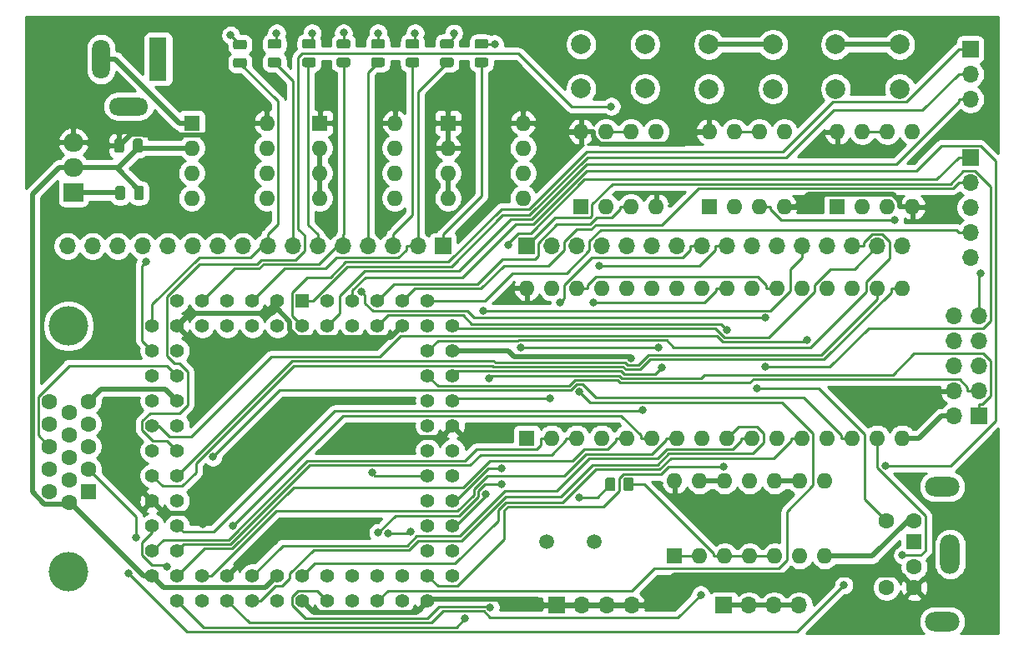
<source format=gbr>
%TF.GenerationSoftware,KiCad,Pcbnew,(5.1.10)-1*%
%TF.CreationDate,2022-03-07T13:38:47+08:00*%
%TF.ProjectId,MAX7000-GPU,4d415837-3030-4302-9d47-50552e6b6963,rev?*%
%TF.SameCoordinates,Original*%
%TF.FileFunction,Copper,L1,Top*%
%TF.FilePolarity,Positive*%
%FSLAX46Y46*%
G04 Gerber Fmt 4.6, Leading zero omitted, Abs format (unit mm)*
G04 Created by KiCad (PCBNEW (5.1.10)-1) date 2022-03-07 13:38:47*
%MOMM*%
%LPD*%
G01*
G04 APERTURE LIST*
%TA.AperFunction,ComponentPad*%
%ADD10O,1.700000X1.700000*%
%TD*%
%TA.AperFunction,ComponentPad*%
%ADD11R,1.700000X1.700000*%
%TD*%
%TA.AperFunction,ComponentPad*%
%ADD12C,1.500000*%
%TD*%
%TA.AperFunction,ComponentPad*%
%ADD13O,2.000000X1.905000*%
%TD*%
%TA.AperFunction,ComponentPad*%
%ADD14R,2.000000X1.905000*%
%TD*%
%TA.AperFunction,ComponentPad*%
%ADD15O,1.600000X1.600000*%
%TD*%
%TA.AperFunction,ComponentPad*%
%ADD16R,1.600000X1.600000*%
%TD*%
%TA.AperFunction,ComponentPad*%
%ADD17C,1.422400*%
%TD*%
%TA.AperFunction,ComponentPad*%
%ADD18R,1.422400X1.422400*%
%TD*%
%TA.AperFunction,ComponentPad*%
%ADD19C,2.000000*%
%TD*%
%TA.AperFunction,ComponentPad*%
%ADD20C,4.000000*%
%TD*%
%TA.AperFunction,ComponentPad*%
%ADD21C,1.600000*%
%TD*%
%TA.AperFunction,ComponentPad*%
%ADD22R,1.800000X4.400000*%
%TD*%
%TA.AperFunction,ComponentPad*%
%ADD23O,1.800000X4.000000*%
%TD*%
%TA.AperFunction,ComponentPad*%
%ADD24O,4.000000X1.800000*%
%TD*%
%TA.AperFunction,ComponentPad*%
%ADD25O,2.000000X4.000000*%
%TD*%
%TA.AperFunction,ComponentPad*%
%ADD26O,3.500000X2.000000*%
%TD*%
%TA.AperFunction,ViaPad*%
%ADD27C,0.800000*%
%TD*%
%TA.AperFunction,Conductor*%
%ADD28C,0.500000*%
%TD*%
%TA.AperFunction,Conductor*%
%ADD29C,0.250000*%
%TD*%
%TA.AperFunction,Conductor*%
%ADD30C,0.254000*%
%TD*%
%TA.AperFunction,Conductor*%
%ADD31C,0.100000*%
%TD*%
G04 APERTURE END LIST*
D10*
%TO.P,J10,10*%
%TO.N,GND*%
X274835000Y-81090000D03*
%TO.P,J10,9*%
%TO.N,TDI*%
X277375000Y-81090000D03*
%TO.P,J10,8*%
%TO.N,N/C*%
X274835000Y-83630000D03*
%TO.P,J10,7*%
X277375000Y-83630000D03*
%TO.P,J10,6*%
X274835000Y-86170000D03*
%TO.P,J10,5*%
%TO.N,TMS*%
X277375000Y-86170000D03*
%TO.P,J10,4*%
%TO.N,+5V*%
X274835000Y-88710000D03*
%TO.P,J10,3*%
%TO.N,TDO*%
X277375000Y-88710000D03*
%TO.P,J10,2*%
%TO.N,GND*%
X274835000Y-91250000D03*
D11*
%TO.P,J10,1*%
%TO.N,TCK*%
X277375000Y-91250000D03*
%TD*%
D10*
%TO.P,J3,5*%
%TO.N,GND*%
X276500000Y-75160000D03*
%TO.P,J3,4*%
%TO.N,/Target_TCK*%
X276500000Y-72620000D03*
%TO.P,J3,3*%
%TO.N,N/C*%
X276500000Y-70080000D03*
%TO.P,J3,2*%
%TO.N,/Target_TDI*%
X276500000Y-67540000D03*
D11*
%TO.P,J3,1*%
%TO.N,/Target_TMS*%
X276500000Y-65000000D03*
%TD*%
D12*
%TO.P,Y1,2*%
%TO.N,Net-(C19-Pad1)*%
X233500000Y-104000000D03*
%TO.P,Y1,1*%
%TO.N,Net-(C18-Pad1)*%
X238380000Y-104000000D03*
%TD*%
D13*
%TO.P,U10,3*%
%TO.N,+5V*%
X185500000Y-63460000D03*
%TO.P,U10,2*%
%TO.N,GND*%
X185500000Y-66000000D03*
D14*
%TO.P,U10,1*%
%TO.N,Net-(C24-Pad1)*%
X185500000Y-68540000D03*
%TD*%
D15*
%TO.P,U9,8*%
%TO.N,+5V*%
X231120000Y-61500000D03*
%TO.P,U9,4*%
%TO.N,GND*%
X223500000Y-69120000D03*
%TO.P,U9,7*%
%TO.N,N/C*%
X231120000Y-64040000D03*
%TO.P,U9,3*%
%TO.N,GND*%
X223500000Y-66580000D03*
%TO.P,U9,6*%
%TO.N,Net-(U1-Pad16)*%
X231120000Y-66580000D03*
%TO.P,U9,2*%
%TO.N,+5V*%
X223500000Y-64040000D03*
%TO.P,U9,5*%
%TO.N,Net-(U1-Pad15)*%
X231120000Y-69120000D03*
D16*
%TO.P,U9,1*%
%TO.N,+5V*%
X223500000Y-61500000D03*
%TD*%
D15*
%TO.P,U8,8*%
%TO.N,+5V*%
X263000000Y-62380000D03*
%TO.P,U8,4*%
X270620000Y-70000000D03*
%TO.P,U8,7*%
%TO.N,Net-(C23-Pad1)*%
X265540000Y-62380000D03*
%TO.P,U8,3*%
%TO.N,Net-(R10-Pad2)*%
X268080000Y-70000000D03*
%TO.P,U8,6*%
%TO.N,Net-(C23-Pad1)*%
X268080000Y-62380000D03*
%TO.P,U8,2*%
%TO.N,Net-(R9-Pad2)*%
X265540000Y-70000000D03*
%TO.P,U8,5*%
%TO.N,Net-(C22-Pad1)*%
X270620000Y-62380000D03*
D16*
%TO.P,U8,1*%
%TO.N,GND*%
X263000000Y-70000000D03*
%TD*%
D15*
%TO.P,U7,8*%
%TO.N,+5V*%
X218120000Y-61500000D03*
%TO.P,U7,4*%
%TO.N,GND*%
X210500000Y-69120000D03*
%TO.P,U7,7*%
%TO.N,N/C*%
X218120000Y-64040000D03*
%TO.P,U7,3*%
%TO.N,GND*%
X210500000Y-66580000D03*
%TO.P,U7,6*%
%TO.N,Net-(U1-Pad16)*%
X218120000Y-66580000D03*
%TO.P,U7,2*%
%TO.N,GND*%
X210500000Y-64040000D03*
%TO.P,U7,5*%
%TO.N,Net-(U1-Pad15)*%
X218120000Y-69120000D03*
D16*
%TO.P,U7,1*%
%TO.N,+5V*%
X210500000Y-61500000D03*
%TD*%
D15*
%TO.P,U6,8*%
%TO.N,+5V*%
X205120000Y-61500000D03*
%TO.P,U6,4*%
%TO.N,GND*%
X197500000Y-69120000D03*
%TO.P,U6,7*%
%TO.N,N/C*%
X205120000Y-64040000D03*
%TO.P,U6,3*%
%TO.N,GND*%
X197500000Y-66580000D03*
%TO.P,U6,6*%
%TO.N,Net-(U1-Pad16)*%
X205120000Y-66580000D03*
%TO.P,U6,2*%
%TO.N,GND*%
X197500000Y-64040000D03*
%TO.P,U6,5*%
%TO.N,Net-(U1-Pad15)*%
X205120000Y-69120000D03*
D16*
%TO.P,U6,1*%
%TO.N,GND*%
X197500000Y-61500000D03*
%TD*%
%TO.P,U5,1*%
%TO.N,GND*%
X250000000Y-70000000D03*
D15*
%TO.P,U5,5*%
%TO.N,Net-(C20-Pad1)*%
X257620000Y-62380000D03*
%TO.P,U5,2*%
%TO.N,Net-(R5-Pad2)*%
X252540000Y-70000000D03*
%TO.P,U5,6*%
%TO.N,Net-(C21-Pad1)*%
X255080000Y-62380000D03*
%TO.P,U5,3*%
%TO.N,Net-(R6-Pad2)*%
X255080000Y-70000000D03*
%TO.P,U5,7*%
%TO.N,Net-(C21-Pad1)*%
X252540000Y-62380000D03*
%TO.P,U5,4*%
%TO.N,+5V*%
X257620000Y-70000000D03*
%TO.P,U5,8*%
X250000000Y-62380000D03*
%TD*%
%TO.P,U4,32*%
%TO.N,+5V*%
X231500000Y-78260000D03*
%TO.P,U4,16*%
%TO.N,GND*%
X269600000Y-93500000D03*
%TO.P,U4,31*%
%TO.N,/A16*%
X234040000Y-78260000D03*
%TO.P,U4,15*%
%TO.N,/D2*%
X267060000Y-93500000D03*
%TO.P,U4,30*%
%TO.N,Net-(R8-Pad2)*%
X236580000Y-78260000D03*
%TO.P,U4,14*%
%TO.N,/D1*%
X264520000Y-93500000D03*
%TO.P,U4,29*%
%TO.N,/~WE*%
X239120000Y-78260000D03*
%TO.P,U4,13*%
%TO.N,/D0*%
X261980000Y-93500000D03*
%TO.P,U4,28*%
%TO.N,/A15*%
X241660000Y-78260000D03*
%TO.P,U4,12*%
%TO.N,/A10*%
X259440000Y-93500000D03*
%TO.P,U4,27*%
%TO.N,/A14*%
X244200000Y-78260000D03*
%TO.P,U4,11*%
%TO.N,/A9*%
X256900000Y-93500000D03*
%TO.P,U4,26*%
%TO.N,/A13*%
X246740000Y-78260000D03*
%TO.P,U4,10*%
%TO.N,/A8*%
X254360000Y-93500000D03*
%TO.P,U4,25*%
%TO.N,/A12*%
X249280000Y-78260000D03*
%TO.P,U4,9*%
%TO.N,/A7*%
X251820000Y-93500000D03*
%TO.P,U4,24*%
%TO.N,/~OE*%
X251820000Y-78260000D03*
%TO.P,U4,8*%
%TO.N,/A6*%
X249280000Y-93500000D03*
%TO.P,U4,23*%
%TO.N,/A11*%
X254360000Y-78260000D03*
%TO.P,U4,7*%
%TO.N,/A5*%
X246740000Y-93500000D03*
%TO.P,U4,22*%
%TO.N,Net-(R8-Pad2)*%
X256900000Y-78260000D03*
%TO.P,U4,6*%
%TO.N,/A4*%
X244200000Y-93500000D03*
%TO.P,U4,21*%
%TO.N,/D7*%
X259440000Y-78260000D03*
%TO.P,U4,5*%
%TO.N,/A3*%
X241660000Y-93500000D03*
%TO.P,U4,20*%
%TO.N,/D6*%
X261980000Y-78260000D03*
%TO.P,U4,4*%
%TO.N,/A2*%
X239120000Y-93500000D03*
%TO.P,U4,19*%
%TO.N,/D5*%
X264520000Y-78260000D03*
%TO.P,U4,3*%
%TO.N,/A1*%
X236580000Y-93500000D03*
%TO.P,U4,18*%
%TO.N,/D4*%
X267060000Y-78260000D03*
%TO.P,U4,2*%
%TO.N,/A0*%
X234040000Y-93500000D03*
%TO.P,U4,17*%
%TO.N,/D3*%
X269600000Y-78260000D03*
D16*
%TO.P,U4,1*%
%TO.N,N/C*%
X231500000Y-93500000D03*
%TD*%
D15*
%TO.P,U3,8*%
%TO.N,+5V*%
X237000000Y-62380000D03*
%TO.P,U3,4*%
X244620000Y-70000000D03*
%TO.P,U3,7*%
%TO.N,Net-(C17-Pad1)*%
X239540000Y-62380000D03*
%TO.P,U3,3*%
%TO.N,/Key1*%
X242080000Y-70000000D03*
%TO.P,U3,6*%
%TO.N,Net-(C17-Pad1)*%
X242080000Y-62380000D03*
%TO.P,U3,2*%
%TO.N,Net-(R2-Pad2)*%
X239540000Y-70000000D03*
%TO.P,U3,5*%
%TO.N,Net-(C16-Pad1)*%
X244620000Y-62380000D03*
D16*
%TO.P,U3,1*%
%TO.N,GND*%
X237000000Y-70000000D03*
%TD*%
D15*
%TO.P,U2,14*%
%TO.N,+5V*%
X246500000Y-97880000D03*
%TO.P,U2,7*%
%TO.N,GND*%
X261740000Y-105500000D03*
%TO.P,U2,13*%
X249040000Y-97880000D03*
%TO.P,U2,6*%
%TO.N,CLK*%
X259200000Y-105500000D03*
%TO.P,U2,12*%
%TO.N,GND*%
X251580000Y-97880000D03*
%TO.P,U2,5*%
%TO.N,Net-(R1-Pad1)*%
X256660000Y-105500000D03*
%TO.P,U2,11*%
%TO.N,N/C*%
X254120000Y-97880000D03*
%TO.P,U2,4*%
%TO.N,Net-(R1-Pad1)*%
X254120000Y-105500000D03*
%TO.P,U2,10*%
%TO.N,GND*%
X256660000Y-97880000D03*
%TO.P,U2,3*%
%TO.N,Net-(R1-Pad1)*%
X251580000Y-105500000D03*
%TO.P,U2,9*%
%TO.N,GND*%
X259200000Y-97880000D03*
%TO.P,U2,2*%
%TO.N,Net-(C18-Pad1)*%
X249040000Y-105500000D03*
%TO.P,U2,8*%
%TO.N,N/C*%
X261740000Y-97880000D03*
D16*
%TO.P,U2,1*%
%TO.N,Net-(C18-Pad1)*%
X246500000Y-105500000D03*
%TD*%
D17*
%TO.P,U1,72*%
%TO.N,GND*%
X223980000Y-84640000D03*
%TO.P,U1,70*%
%TO.N,/B12*%
X223980000Y-87180000D03*
%TO.P,U1,68*%
%TO.N,/B10*%
X223980000Y-89720000D03*
%TO.P,U1,66*%
%TO.N,+5V*%
X223980000Y-92260000D03*
%TO.P,U1,64*%
%TO.N,/B7*%
X223980000Y-94800000D03*
%TO.P,U1,62*%
%TO.N,TCK*%
X223980000Y-97340000D03*
%TO.P,U1,60*%
%TO.N,/B4*%
X223980000Y-99880000D03*
%TO.P,U1,58*%
%TO.N,/B3*%
X223980000Y-102420000D03*
%TO.P,U1,56*%
%TO.N,/B1*%
X223980000Y-104960000D03*
%TO.P,U1,54*%
%TO.N,/~OE*%
X223980000Y-107500000D03*
%TO.P,U1,73*%
%TO.N,/B13*%
X221440000Y-84640000D03*
%TO.P,U1,71*%
%TO.N,TDO*%
X221440000Y-87180000D03*
%TO.P,U1,69*%
%TO.N,/B11*%
X221440000Y-89720000D03*
%TO.P,U1,67*%
%TO.N,/B9*%
X221440000Y-92260000D03*
%TO.P,U1,65*%
%TO.N,/B8*%
X221440000Y-94800000D03*
%TO.P,U1,63*%
%TO.N,/B6*%
X221440000Y-97340000D03*
%TO.P,U1,61*%
%TO.N,/B5*%
X221440000Y-99880000D03*
%TO.P,U1,59*%
%TO.N,GND*%
X221440000Y-102420000D03*
%TO.P,U1,57*%
%TO.N,/B2*%
X221440000Y-104960000D03*
%TO.P,U1,55*%
%TO.N,/B0*%
X221440000Y-107500000D03*
%TO.P,U1,53*%
%TO.N,+5V*%
X221440000Y-110040000D03*
%TO.P,U1,51*%
%TO.N,/A16*%
X218900000Y-110040000D03*
%TO.P,U1,49*%
%TO.N,/A14*%
X216360000Y-110040000D03*
%TO.P,U1,47*%
%TO.N,GND*%
X213820000Y-110040000D03*
%TO.P,U1,45*%
%TO.N,/A11*%
X211280000Y-110040000D03*
%TO.P,U1,43*%
%TO.N,+5V*%
X208740000Y-110040000D03*
%TO.P,U1,41*%
%TO.N,/A9*%
X206200000Y-110040000D03*
%TO.P,U1,39*%
%TO.N,/A7*%
X203660000Y-110040000D03*
%TO.P,U1,37*%
%TO.N,/A6*%
X201120000Y-110040000D03*
%TO.P,U1,35*%
%TO.N,/A4*%
X198580000Y-110040000D03*
%TO.P,U1,33*%
%TO.N,/A2*%
X196040000Y-110040000D03*
%TO.P,U1,52*%
%TO.N,/~WE*%
X218900000Y-107500000D03*
%TO.P,U1,50*%
%TO.N,/A15*%
X216360000Y-107500000D03*
%TO.P,U1,48*%
%TO.N,/A13*%
X213820000Y-107500000D03*
%TO.P,U1,46*%
%TO.N,/A12*%
X211280000Y-107500000D03*
%TO.P,U1,44*%
%TO.N,/A10*%
X208740000Y-107500000D03*
%TO.P,U1,42*%
%TO.N,GND*%
X206200000Y-107500000D03*
%TO.P,U1,40*%
%TO.N,/A8*%
X203660000Y-107500000D03*
%TO.P,U1,38*%
%TO.N,+5V*%
X201120000Y-107500000D03*
%TO.P,U1,36*%
%TO.N,/A5*%
X198580000Y-107500000D03*
%TO.P,U1,34*%
%TO.N,/A3*%
X196040000Y-107500000D03*
%TO.P,U1,32*%
%TO.N,GND*%
X193500000Y-107500000D03*
%TO.P,U1,30*%
%TO.N,/A0*%
X193500000Y-104960000D03*
%TO.P,U1,28*%
%TO.N,/D6*%
X193500000Y-102420000D03*
%TO.P,U1,26*%
%TO.N,+5V*%
X193500000Y-99880000D03*
%TO.P,U1,24*%
%TO.N,/D3*%
X193500000Y-97340000D03*
%TO.P,U1,22*%
%TO.N,/D2*%
X193500000Y-94800000D03*
%TO.P,U1,20*%
%TO.N,/D0*%
X193500000Y-92260000D03*
%TO.P,U1,18*%
%TO.N,/Vsync*%
X193500000Y-89720000D03*
%TO.P,U1,16*%
%TO.N,Net-(U1-Pad16)*%
X193500000Y-87180000D03*
%TO.P,U1,14*%
%TO.N,TDI*%
X193500000Y-84640000D03*
%TO.P,U1,12*%
%TO.N,/Ins0*%
X193500000Y-82100000D03*
%TO.P,U1,31*%
%TO.N,/A1*%
X196040000Y-104960000D03*
%TO.P,U1,29*%
%TO.N,/D7*%
X196040000Y-102420000D03*
%TO.P,U1,27*%
%TO.N,/D5*%
X196040000Y-99880000D03*
%TO.P,U1,25*%
%TO.N,/D4*%
X196040000Y-97340000D03*
%TO.P,U1,23*%
%TO.N,TMS*%
X196040000Y-94800000D03*
%TO.P,U1,21*%
%TO.N,/D1*%
X196040000Y-92260000D03*
%TO.P,U1,19*%
%TO.N,GND*%
X196040000Y-89720000D03*
%TO.P,U1,17*%
%TO.N,/Hsync*%
X196040000Y-87180000D03*
%TO.P,U1,15*%
%TO.N,Net-(U1-Pad15)*%
X196040000Y-84640000D03*
%TO.P,U1,13*%
%TO.N,+5V*%
X196040000Y-82100000D03*
%TO.P,U1,75*%
%TO.N,/Target_TCK*%
X221440000Y-79560000D03*
%TO.P,U1,77*%
%TO.N,/Target_TDI*%
X218900000Y-79560000D03*
%TO.P,U1,79*%
%TO.N,/Key1*%
X216360000Y-79560000D03*
%TO.P,U1,81*%
%TO.N,/Key3\u005CKBData*%
X213820000Y-79560000D03*
%TO.P,U1,83*%
%TO.N,CLK*%
X211280000Y-79560000D03*
%TO.P,U1,11*%
%TO.N,/Ins1*%
X196040000Y-79560000D03*
%TO.P,U1,9*%
%TO.N,/Ins3*%
X198580000Y-79560000D03*
%TO.P,U1,7*%
%TO.N,GND*%
X201120000Y-79560000D03*
%TO.P,U1,5*%
%TO.N,/Ins6*%
X203660000Y-79560000D03*
%TO.P,U1,3*%
%TO.N,+5V*%
X206200000Y-79560000D03*
D18*
%TO.P,U1,1*%
%TO.N,DDI*%
X208740000Y-79560000D03*
D17*
%TO.P,U1,74*%
%TO.N,/B14*%
X223980000Y-82100000D03*
%TO.P,U1,76*%
%TO.N,/Target_TMS*%
X221440000Y-82100000D03*
%TO.P,U1,78*%
%TO.N,+5V*%
X218900000Y-82100000D03*
%TO.P,U1,80*%
%TO.N,/Key2\u005CKBCLK*%
X216360000Y-82100000D03*
%TO.P,U1,82*%
%TO.N,GND*%
X213820000Y-82100000D03*
%TO.P,U1,84*%
%TO.N,DSI*%
X211280000Y-82100000D03*
%TO.P,U1,10*%
%TO.N,/Ins2*%
X198580000Y-82100000D03*
%TO.P,U1,8*%
%TO.N,/Ins4*%
X201120000Y-82100000D03*
%TO.P,U1,6*%
%TO.N,/Ins5*%
X203660000Y-82100000D03*
%TO.P,U1,4*%
%TO.N,/Ins7*%
X206200000Y-82100000D03*
%TO.P,U1,2*%
%TO.N,DCK*%
X208740000Y-82100000D03*
%TD*%
D19*
%TO.P,SW3,1*%
%TO.N,GND*%
X269325000Y-53525000D03*
%TO.P,SW3,2*%
%TO.N,Net-(R9-Pad2)*%
X269325000Y-58025000D03*
%TO.P,SW3,1*%
%TO.N,GND*%
X262825000Y-53525000D03*
%TO.P,SW3,2*%
%TO.N,Net-(R9-Pad2)*%
X262825000Y-58025000D03*
%TD*%
%TO.P,SW2,1*%
%TO.N,GND*%
X256475000Y-53525000D03*
%TO.P,SW2,2*%
%TO.N,Net-(R5-Pad2)*%
X256475000Y-58025000D03*
%TO.P,SW2,1*%
%TO.N,GND*%
X249975000Y-53525000D03*
%TO.P,SW2,2*%
%TO.N,Net-(R5-Pad2)*%
X249975000Y-58025000D03*
%TD*%
%TO.P,SW1,1*%
%TO.N,GND*%
X243500000Y-53500000D03*
%TO.P,SW1,2*%
%TO.N,Net-(R2-Pad2)*%
X243500000Y-58000000D03*
%TO.P,SW1,1*%
%TO.N,GND*%
X237000000Y-53500000D03*
%TO.P,SW1,2*%
%TO.N,Net-(R2-Pad2)*%
X237000000Y-58000000D03*
%TD*%
%TO.P,R4,2*%
%TO.N,Net-(R1-Pad1)*%
%TA.AperFunction,SMDPad,CuDef*%
G36*
G01*
X241300000Y-98650001D02*
X241300000Y-97749999D01*
G75*
G02*
X241549999Y-97500000I249999J0D01*
G01*
X242075001Y-97500000D01*
G75*
G02*
X242325000Y-97749999I0J-249999D01*
G01*
X242325000Y-98650001D01*
G75*
G02*
X242075001Y-98900000I-249999J0D01*
G01*
X241549999Y-98900000D01*
G75*
G02*
X241300000Y-98650001I0J249999D01*
G01*
G37*
%TD.AperFunction*%
%TO.P,R4,1*%
%TO.N,Net-(C19-Pad1)*%
%TA.AperFunction,SMDPad,CuDef*%
G36*
G01*
X239475000Y-98650001D02*
X239475000Y-97749999D01*
G75*
G02*
X239724999Y-97500000I249999J0D01*
G01*
X240250001Y-97500000D01*
G75*
G02*
X240500000Y-97749999I0J-249999D01*
G01*
X240500000Y-98650001D01*
G75*
G02*
X240250001Y-98900000I-249999J0D01*
G01*
X239724999Y-98900000D01*
G75*
G02*
X239475000Y-98650001I0J249999D01*
G01*
G37*
%TD.AperFunction*%
%TD*%
D10*
%TO.P,J9,4*%
%TO.N,GND*%
X259120000Y-110500000D03*
%TO.P,J9,3*%
X256580000Y-110500000D03*
%TO.P,J9,2*%
X254040000Y-110500000D03*
D11*
%TO.P,J9,1*%
X251500000Y-110500000D03*
%TD*%
D10*
%TO.P,J8,16*%
%TO.N,N/C*%
X269600000Y-74000000D03*
%TO.P,J8,15*%
%TO.N,/B14*%
X267060000Y-74000000D03*
%TO.P,J8,14*%
%TO.N,/B13*%
X264520000Y-74000000D03*
%TO.P,J8,13*%
%TO.N,/B12*%
X261980000Y-74000000D03*
%TO.P,J8,12*%
%TO.N,/B11*%
X259440000Y-74000000D03*
%TO.P,J8,11*%
%TO.N,/B10*%
X256900000Y-74000000D03*
%TO.P,J8,10*%
%TO.N,/B9*%
X254360000Y-74000000D03*
%TO.P,J8,9*%
%TO.N,/B8*%
X251820000Y-74000000D03*
%TO.P,J8,8*%
%TO.N,/B7*%
X249280000Y-74000000D03*
%TO.P,J8,7*%
%TO.N,/B6*%
X246740000Y-74000000D03*
%TO.P,J8,6*%
%TO.N,/B5*%
X244200000Y-74000000D03*
%TO.P,J8,5*%
%TO.N,/B4*%
X241660000Y-74000000D03*
%TO.P,J8,4*%
%TO.N,/B3*%
X239120000Y-74000000D03*
%TO.P,J8,3*%
%TO.N,/B2*%
X236580000Y-74000000D03*
%TO.P,J8,2*%
%TO.N,/B1*%
X234040000Y-74000000D03*
D11*
%TO.P,J8,1*%
%TO.N,/B0*%
X231500000Y-74000000D03*
%TD*%
D10*
%TO.P,J7,16*%
%TO.N,N/C*%
X184900000Y-74000000D03*
%TO.P,J7,15*%
X187440000Y-74000000D03*
%TO.P,J7,14*%
X189980000Y-74000000D03*
%TO.P,J7,13*%
X192520000Y-74000000D03*
%TO.P,J7,12*%
X195060000Y-74000000D03*
%TO.P,J7,11*%
X197600000Y-74000000D03*
%TO.P,J7,10*%
X200140000Y-74000000D03*
%TO.P,J7,9*%
X202680000Y-74000000D03*
%TO.P,J7,8*%
%TO.N,/Ins0*%
X205220000Y-74000000D03*
%TO.P,J7,7*%
%TO.N,/Ins1*%
X207760000Y-74000000D03*
%TO.P,J7,6*%
%TO.N,/Ins2*%
X210300000Y-74000000D03*
%TO.P,J7,5*%
%TO.N,/Ins3*%
X212840000Y-74000000D03*
%TO.P,J7,4*%
%TO.N,/Ins4*%
X215380000Y-74000000D03*
%TO.P,J7,3*%
%TO.N,/Ins5*%
X217920000Y-74000000D03*
%TO.P,J7,2*%
%TO.N,/Ins6*%
X220460000Y-74000000D03*
D11*
%TO.P,J7,1*%
%TO.N,/Ins7*%
X223000000Y-74000000D03*
%TD*%
D10*
%TO.P,J6,3*%
%TO.N,DSI*%
X276500000Y-59080000D03*
%TO.P,J6,2*%
%TO.N,DDI*%
X276500000Y-56540000D03*
D11*
%TO.P,J6,1*%
%TO.N,DCK*%
X276500000Y-54000000D03*
%TD*%
D20*
%TO.P,J5,0*%
%TO.N,Net-(J5-Pad0)*%
X185000000Y-107120000D03*
X185000000Y-82120000D03*
D21*
%TO.P,J5,15*%
%TO.N,N/C*%
X183090000Y-89775000D03*
%TO.P,J5,14*%
%TO.N,/Vsync*%
X183090000Y-92065000D03*
%TO.P,J5,13*%
%TO.N,/Hsync*%
X183090000Y-94355000D03*
%TO.P,J5,12*%
%TO.N,N/C*%
X183090000Y-96645000D03*
%TO.P,J5,11*%
X183090000Y-98935000D03*
%TO.P,J5,10*%
%TO.N,GND*%
X185070000Y-90920000D03*
%TO.P,J5,9*%
%TO.N,N/C*%
X185070000Y-93210000D03*
%TO.P,J5,8*%
X185070000Y-95500000D03*
%TO.P,J5,7*%
%TO.N,GND*%
X185070000Y-97790000D03*
%TO.P,J5,6*%
X185070000Y-100080000D03*
%TO.P,J5,5*%
X187050000Y-89775000D03*
%TO.P,J5,4*%
%TO.N,N/C*%
X187050000Y-92065000D03*
%TO.P,J5,3*%
%TO.N,Net-(J5-Pad3)*%
X187050000Y-94355000D03*
%TO.P,J5,2*%
%TO.N,Net-(J5-Pad2)*%
X187050000Y-96645000D03*
D16*
%TO.P,J5,1*%
%TO.N,Net-(J5-Pad1)*%
X187050000Y-98935000D03*
%TD*%
D22*
%TO.P,J4,1*%
%TO.N,Net-(C24-Pad1)*%
X194100000Y-55000000D03*
D23*
%TO.P,J4,2*%
%TO.N,GND*%
X188300000Y-55000000D03*
D24*
%TO.P,J4,3*%
%TO.N,N/C*%
X191100000Y-59800000D03*
%TD*%
D10*
%TO.P,J2,4*%
%TO.N,+5V*%
X242120000Y-110500000D03*
%TO.P,J2,3*%
X239580000Y-110500000D03*
%TO.P,J2,2*%
X237040000Y-110500000D03*
D11*
%TO.P,J2,1*%
X234500000Y-110500000D03*
%TD*%
D25*
%TO.P,J1,7*%
%TO.N,N/C*%
X274450000Y-105300000D03*
D21*
%TO.P,J1,6*%
X268000000Y-108700000D03*
%TO.P,J1,5*%
%TO.N,/Key2\u005CKBCLK*%
X268000000Y-101900000D03*
%TO.P,J1,4*%
%TO.N,+5V*%
X270800000Y-108700000D03*
%TO.P,J1,3*%
%TO.N,GND*%
X270800000Y-101900000D03*
%TO.P,J1,2*%
%TO.N,N/C*%
X270800000Y-106600000D03*
D16*
%TO.P,J1,1*%
%TO.N,/Key3\u005CKBData*%
X270800000Y-104000000D03*
D26*
%TO.P,J1,7*%
%TO.N,N/C*%
X273650000Y-98450000D03*
X273650000Y-112150000D03*
%TD*%
%TO.P,D8,2*%
%TO.N,/Ins7*%
%TA.AperFunction,SMDPad,CuDef*%
G36*
G01*
X226443750Y-54850000D02*
X227356250Y-54850000D01*
G75*
G02*
X227600000Y-55093750I0J-243750D01*
G01*
X227600000Y-55581250D01*
G75*
G02*
X227356250Y-55825000I-243750J0D01*
G01*
X226443750Y-55825000D01*
G75*
G02*
X226200000Y-55581250I0J243750D01*
G01*
X226200000Y-55093750D01*
G75*
G02*
X226443750Y-54850000I243750J0D01*
G01*
G37*
%TD.AperFunction*%
%TO.P,D8,1*%
%TO.N,Net-(D8-Pad1)*%
%TA.AperFunction,SMDPad,CuDef*%
G36*
G01*
X226443750Y-52975000D02*
X227356250Y-52975000D01*
G75*
G02*
X227600000Y-53218750I0J-243750D01*
G01*
X227600000Y-53706250D01*
G75*
G02*
X227356250Y-53950000I-243750J0D01*
G01*
X226443750Y-53950000D01*
G75*
G02*
X226200000Y-53706250I0J243750D01*
G01*
X226200000Y-53218750D01*
G75*
G02*
X226443750Y-52975000I243750J0D01*
G01*
G37*
%TD.AperFunction*%
%TD*%
%TO.P,D7,2*%
%TO.N,/Ins6*%
%TA.AperFunction,SMDPad,CuDef*%
G36*
G01*
X222943750Y-54850000D02*
X223856250Y-54850000D01*
G75*
G02*
X224100000Y-55093750I0J-243750D01*
G01*
X224100000Y-55581250D01*
G75*
G02*
X223856250Y-55825000I-243750J0D01*
G01*
X222943750Y-55825000D01*
G75*
G02*
X222700000Y-55581250I0J243750D01*
G01*
X222700000Y-55093750D01*
G75*
G02*
X222943750Y-54850000I243750J0D01*
G01*
G37*
%TD.AperFunction*%
%TO.P,D7,1*%
%TO.N,Net-(D7-Pad1)*%
%TA.AperFunction,SMDPad,CuDef*%
G36*
G01*
X222943750Y-52975000D02*
X223856250Y-52975000D01*
G75*
G02*
X224100000Y-53218750I0J-243750D01*
G01*
X224100000Y-53706250D01*
G75*
G02*
X223856250Y-53950000I-243750J0D01*
G01*
X222943750Y-53950000D01*
G75*
G02*
X222700000Y-53706250I0J243750D01*
G01*
X222700000Y-53218750D01*
G75*
G02*
X222943750Y-52975000I243750J0D01*
G01*
G37*
%TD.AperFunction*%
%TD*%
%TO.P,D6,2*%
%TO.N,/Ins5*%
%TA.AperFunction,SMDPad,CuDef*%
G36*
G01*
X219443750Y-54850000D02*
X220356250Y-54850000D01*
G75*
G02*
X220600000Y-55093750I0J-243750D01*
G01*
X220600000Y-55581250D01*
G75*
G02*
X220356250Y-55825000I-243750J0D01*
G01*
X219443750Y-55825000D01*
G75*
G02*
X219200000Y-55581250I0J243750D01*
G01*
X219200000Y-55093750D01*
G75*
G02*
X219443750Y-54850000I243750J0D01*
G01*
G37*
%TD.AperFunction*%
%TO.P,D6,1*%
%TO.N,Net-(D6-Pad1)*%
%TA.AperFunction,SMDPad,CuDef*%
G36*
G01*
X219443750Y-52975000D02*
X220356250Y-52975000D01*
G75*
G02*
X220600000Y-53218750I0J-243750D01*
G01*
X220600000Y-53706250D01*
G75*
G02*
X220356250Y-53950000I-243750J0D01*
G01*
X219443750Y-53950000D01*
G75*
G02*
X219200000Y-53706250I0J243750D01*
G01*
X219200000Y-53218750D01*
G75*
G02*
X219443750Y-52975000I243750J0D01*
G01*
G37*
%TD.AperFunction*%
%TD*%
%TO.P,D5,2*%
%TO.N,/Ins4*%
%TA.AperFunction,SMDPad,CuDef*%
G36*
G01*
X215943750Y-54850000D02*
X216856250Y-54850000D01*
G75*
G02*
X217100000Y-55093750I0J-243750D01*
G01*
X217100000Y-55581250D01*
G75*
G02*
X216856250Y-55825000I-243750J0D01*
G01*
X215943750Y-55825000D01*
G75*
G02*
X215700000Y-55581250I0J243750D01*
G01*
X215700000Y-55093750D01*
G75*
G02*
X215943750Y-54850000I243750J0D01*
G01*
G37*
%TD.AperFunction*%
%TO.P,D5,1*%
%TO.N,Net-(D5-Pad1)*%
%TA.AperFunction,SMDPad,CuDef*%
G36*
G01*
X215943750Y-52975000D02*
X216856250Y-52975000D01*
G75*
G02*
X217100000Y-53218750I0J-243750D01*
G01*
X217100000Y-53706250D01*
G75*
G02*
X216856250Y-53950000I-243750J0D01*
G01*
X215943750Y-53950000D01*
G75*
G02*
X215700000Y-53706250I0J243750D01*
G01*
X215700000Y-53218750D01*
G75*
G02*
X215943750Y-52975000I243750J0D01*
G01*
G37*
%TD.AperFunction*%
%TD*%
%TO.P,D4,2*%
%TO.N,/Ins3*%
%TA.AperFunction,SMDPad,CuDef*%
G36*
G01*
X212443750Y-54850000D02*
X213356250Y-54850000D01*
G75*
G02*
X213600000Y-55093750I0J-243750D01*
G01*
X213600000Y-55581250D01*
G75*
G02*
X213356250Y-55825000I-243750J0D01*
G01*
X212443750Y-55825000D01*
G75*
G02*
X212200000Y-55581250I0J243750D01*
G01*
X212200000Y-55093750D01*
G75*
G02*
X212443750Y-54850000I243750J0D01*
G01*
G37*
%TD.AperFunction*%
%TO.P,D4,1*%
%TO.N,Net-(D4-Pad1)*%
%TA.AperFunction,SMDPad,CuDef*%
G36*
G01*
X212443750Y-52975000D02*
X213356250Y-52975000D01*
G75*
G02*
X213600000Y-53218750I0J-243750D01*
G01*
X213600000Y-53706250D01*
G75*
G02*
X213356250Y-53950000I-243750J0D01*
G01*
X212443750Y-53950000D01*
G75*
G02*
X212200000Y-53706250I0J243750D01*
G01*
X212200000Y-53218750D01*
G75*
G02*
X212443750Y-52975000I243750J0D01*
G01*
G37*
%TD.AperFunction*%
%TD*%
%TO.P,D3,2*%
%TO.N,/Ins2*%
%TA.AperFunction,SMDPad,CuDef*%
G36*
G01*
X208943750Y-54850000D02*
X209856250Y-54850000D01*
G75*
G02*
X210100000Y-55093750I0J-243750D01*
G01*
X210100000Y-55581250D01*
G75*
G02*
X209856250Y-55825000I-243750J0D01*
G01*
X208943750Y-55825000D01*
G75*
G02*
X208700000Y-55581250I0J243750D01*
G01*
X208700000Y-55093750D01*
G75*
G02*
X208943750Y-54850000I243750J0D01*
G01*
G37*
%TD.AperFunction*%
%TO.P,D3,1*%
%TO.N,Net-(D3-Pad1)*%
%TA.AperFunction,SMDPad,CuDef*%
G36*
G01*
X208943750Y-52975000D02*
X209856250Y-52975000D01*
G75*
G02*
X210100000Y-53218750I0J-243750D01*
G01*
X210100000Y-53706250D01*
G75*
G02*
X209856250Y-53950000I-243750J0D01*
G01*
X208943750Y-53950000D01*
G75*
G02*
X208700000Y-53706250I0J243750D01*
G01*
X208700000Y-53218750D01*
G75*
G02*
X208943750Y-52975000I243750J0D01*
G01*
G37*
%TD.AperFunction*%
%TD*%
%TO.P,D2,2*%
%TO.N,/Ins1*%
%TA.AperFunction,SMDPad,CuDef*%
G36*
G01*
X205443750Y-54850000D02*
X206356250Y-54850000D01*
G75*
G02*
X206600000Y-55093750I0J-243750D01*
G01*
X206600000Y-55581250D01*
G75*
G02*
X206356250Y-55825000I-243750J0D01*
G01*
X205443750Y-55825000D01*
G75*
G02*
X205200000Y-55581250I0J243750D01*
G01*
X205200000Y-55093750D01*
G75*
G02*
X205443750Y-54850000I243750J0D01*
G01*
G37*
%TD.AperFunction*%
%TO.P,D2,1*%
%TO.N,Net-(D2-Pad1)*%
%TA.AperFunction,SMDPad,CuDef*%
G36*
G01*
X205443750Y-52975000D02*
X206356250Y-52975000D01*
G75*
G02*
X206600000Y-53218750I0J-243750D01*
G01*
X206600000Y-53706250D01*
G75*
G02*
X206356250Y-53950000I-243750J0D01*
G01*
X205443750Y-53950000D01*
G75*
G02*
X205200000Y-53706250I0J243750D01*
G01*
X205200000Y-53218750D01*
G75*
G02*
X205443750Y-52975000I243750J0D01*
G01*
G37*
%TD.AperFunction*%
%TD*%
%TO.P,D1,2*%
%TO.N,/Ins0*%
%TA.AperFunction,SMDPad,CuDef*%
G36*
G01*
X201943750Y-54912500D02*
X202856250Y-54912500D01*
G75*
G02*
X203100000Y-55156250I0J-243750D01*
G01*
X203100000Y-55643750D01*
G75*
G02*
X202856250Y-55887500I-243750J0D01*
G01*
X201943750Y-55887500D01*
G75*
G02*
X201700000Y-55643750I0J243750D01*
G01*
X201700000Y-55156250D01*
G75*
G02*
X201943750Y-54912500I243750J0D01*
G01*
G37*
%TD.AperFunction*%
%TO.P,D1,1*%
%TO.N,Net-(D1-Pad1)*%
%TA.AperFunction,SMDPad,CuDef*%
G36*
G01*
X201943750Y-53037500D02*
X202856250Y-53037500D01*
G75*
G02*
X203100000Y-53281250I0J-243750D01*
G01*
X203100000Y-53768750D01*
G75*
G02*
X202856250Y-54012500I-243750J0D01*
G01*
X201943750Y-54012500D01*
G75*
G02*
X201700000Y-53768750I0J243750D01*
G01*
X201700000Y-53281250D01*
G75*
G02*
X201943750Y-53037500I243750J0D01*
G01*
G37*
%TD.AperFunction*%
%TD*%
%TO.P,C25,2*%
%TO.N,GND*%
%TA.AperFunction,SMDPad,CuDef*%
G36*
G01*
X191550000Y-64275000D02*
X191550000Y-63325000D01*
G75*
G02*
X191800000Y-63075000I250000J0D01*
G01*
X192300000Y-63075000D01*
G75*
G02*
X192550000Y-63325000I0J-250000D01*
G01*
X192550000Y-64275000D01*
G75*
G02*
X192300000Y-64525000I-250000J0D01*
G01*
X191800000Y-64525000D01*
G75*
G02*
X191550000Y-64275000I0J250000D01*
G01*
G37*
%TD.AperFunction*%
%TO.P,C25,1*%
%TO.N,+5V*%
%TA.AperFunction,SMDPad,CuDef*%
G36*
G01*
X189650000Y-64275000D02*
X189650000Y-63325000D01*
G75*
G02*
X189900000Y-63075000I250000J0D01*
G01*
X190400000Y-63075000D01*
G75*
G02*
X190650000Y-63325000I0J-250000D01*
G01*
X190650000Y-64275000D01*
G75*
G02*
X190400000Y-64525000I-250000J0D01*
G01*
X189900000Y-64525000D01*
G75*
G02*
X189650000Y-64275000I0J250000D01*
G01*
G37*
%TD.AperFunction*%
%TD*%
%TO.P,C24,2*%
%TO.N,GND*%
%TA.AperFunction,SMDPad,CuDef*%
G36*
G01*
X191650000Y-69075000D02*
X191650000Y-68125000D01*
G75*
G02*
X191900000Y-67875000I250000J0D01*
G01*
X192400000Y-67875000D01*
G75*
G02*
X192650000Y-68125000I0J-250000D01*
G01*
X192650000Y-69075000D01*
G75*
G02*
X192400000Y-69325000I-250000J0D01*
G01*
X191900000Y-69325000D01*
G75*
G02*
X191650000Y-69075000I0J250000D01*
G01*
G37*
%TD.AperFunction*%
%TO.P,C24,1*%
%TO.N,Net-(C24-Pad1)*%
%TA.AperFunction,SMDPad,CuDef*%
G36*
G01*
X189750000Y-69075000D02*
X189750000Y-68125000D01*
G75*
G02*
X190000000Y-67875000I250000J0D01*
G01*
X190500000Y-67875000D01*
G75*
G02*
X190750000Y-68125000I0J-250000D01*
G01*
X190750000Y-69075000D01*
G75*
G02*
X190500000Y-69325000I-250000J0D01*
G01*
X190000000Y-69325000D01*
G75*
G02*
X189750000Y-69075000I0J250000D01*
G01*
G37*
%TD.AperFunction*%
%TD*%
D27*
%TO.N,GND*%
X242035100Y-85374300D03*
%TO.N,+5V*%
X198649600Y-102250600D03*
X219143700Y-92589400D03*
%TO.N,Net-(C19-Pad1)*%
X236856000Y-99527300D03*
%TO.N,Net-(D1-Pad1)*%
X201453200Y-52578100D03*
%TO.N,Net-(D2-Pad1)*%
X206110500Y-52355500D03*
%TO.N,Net-(D3-Pad1)*%
X209715200Y-52355500D03*
%TO.N,Net-(D4-Pad1)*%
X212900000Y-52335800D03*
%TO.N,Net-(D5-Pad1)*%
X216400000Y-52355500D03*
%TO.N,Net-(D6-Pad1)*%
X220162100Y-52354900D03*
%TO.N,Net-(D7-Pad1)*%
X224095800Y-52372800D03*
%TO.N,Net-(D8-Pad1)*%
X228232300Y-53462500D03*
%TO.N,/Key2\u005CKBCLK*%
X251826100Y-82536300D03*
X254856800Y-88444200D03*
%TO.N,/Key3\u005CKBData*%
X267897900Y-96314800D03*
%TO.N,/Target_TMS*%
X229609400Y-73915300D03*
%TO.N,Net-(J5-Pad2)*%
X191894800Y-103649000D03*
%TO.N,/B12*%
X245186200Y-86363500D03*
%TO.N,/B11*%
X227121000Y-80565200D03*
%TO.N,/B10*%
X233879000Y-89508000D03*
%TO.N,/B9*%
X230924800Y-84301100D03*
X244840000Y-84301100D03*
%TO.N,/B8*%
X238884700Y-75998400D03*
%TO.N,/B7*%
X234902500Y-79757300D03*
%TO.N,/B6*%
X215780500Y-97012300D03*
%TO.N,/B4*%
X228969100Y-96581600D03*
%TO.N,/B3*%
X227297200Y-99194100D03*
%TO.N,/B0*%
X251490200Y-96412600D03*
X255659900Y-86287400D03*
%TO.N,TMS*%
X240063400Y-59813600D03*
%TO.N,TCK*%
X227710500Y-87458700D03*
%TO.N,Net-(R6-Pad2)*%
X268815000Y-71380500D03*
%TO.N,TDI*%
X277552500Y-76762300D03*
X192835900Y-75592500D03*
%TO.N,CLK*%
X255684500Y-81292900D03*
X214747500Y-78631600D03*
%TO.N,/D0*%
X259931200Y-83552200D03*
%TO.N,/D1*%
X199649900Y-95429900D03*
%TO.N,/D5*%
X263670400Y-108447700D03*
X191139700Y-107245400D03*
%TO.N,/D2*%
X269625500Y-105408200D03*
%TO.N,/D6*%
X195003400Y-106568100D03*
%TO.N,/D7*%
X243278800Y-90678300D03*
%TO.N,/~OE*%
X238227900Y-79731800D03*
%TO.N,/A16*%
X219717200Y-103032600D03*
X217437100Y-103183200D03*
%TO.N,/A14*%
X236853900Y-88790200D03*
%TO.N,/A11*%
X227799300Y-110721100D03*
%TO.N,/A6*%
X249150400Y-109411200D03*
%TO.N,/A4*%
X201662300Y-102403700D03*
%TO.N,/A2*%
X225241300Y-111817900D03*
%TO.N,/A13*%
X228950500Y-98177600D03*
X216431200Y-103111300D03*
%TD*%
D28*
%TO.N,GND*%
X242035100Y-85374300D02*
X241889900Y-85229100D01*
X241889900Y-85229100D02*
X230199000Y-85229100D01*
X230199000Y-85229100D02*
X229609900Y-84640000D01*
X229609900Y-84640000D02*
X223980000Y-84640000D01*
X197500000Y-61500000D02*
X196249700Y-61500000D01*
X196249700Y-61500000D02*
X189749700Y-55000000D01*
X189749700Y-55000000D02*
X188300000Y-55000000D01*
X185070000Y-100080000D02*
X184947300Y-100202700D01*
X184947300Y-100202700D02*
X182586000Y-100202700D01*
X182586000Y-100202700D02*
X181322900Y-98939600D01*
X181322900Y-98939600D02*
X181322900Y-68726800D01*
X181322900Y-68726800D02*
X184049700Y-66000000D01*
X193500000Y-107500000D02*
X192598300Y-107500000D01*
X192598300Y-107500000D02*
X185178300Y-100080000D01*
X185178300Y-100080000D02*
X185070000Y-100080000D01*
X185500000Y-66000000D02*
X184049700Y-66000000D01*
X193500000Y-107500000D02*
X194688400Y-108688400D01*
X194688400Y-108688400D02*
X205011600Y-108688400D01*
X205011600Y-108688400D02*
X206200000Y-107500000D01*
X196040000Y-89720000D02*
X194849400Y-88529400D01*
X194849400Y-88529400D02*
X188295600Y-88529400D01*
X188295600Y-88529400D02*
X187050000Y-89775000D01*
X189970000Y-66120000D02*
X192150000Y-68300000D01*
X192150000Y-68300000D02*
X192150000Y-68600000D01*
X185500000Y-66000000D02*
X189850000Y-66000000D01*
X189850000Y-66000000D02*
X189970000Y-66120000D01*
X189970000Y-66120000D02*
X192050000Y-64040000D01*
X192050000Y-64040000D02*
X192050000Y-63800000D01*
X192050000Y-64040000D02*
X196249700Y-64040000D01*
X197500000Y-64040000D02*
X196249700Y-64040000D01*
X254040000Y-110500000D02*
X251500000Y-110500000D01*
X256580000Y-110500000D02*
X254040000Y-110500000D01*
X249975000Y-53525000D02*
X256475000Y-53525000D01*
X223500000Y-66580000D02*
X223500000Y-69120000D01*
X210500000Y-66580000D02*
X210500000Y-69120000D01*
X210500000Y-64040000D02*
X210500000Y-66580000D01*
X274835000Y-91250000D02*
X273534700Y-91250000D01*
X269600000Y-93500000D02*
X271284700Y-93500000D01*
X271284700Y-93500000D02*
X273534700Y-91250000D01*
X261740000Y-105500000D02*
X266546200Y-105500000D01*
X266546200Y-105500000D02*
X270146200Y-101900000D01*
X270146200Y-101900000D02*
X270800000Y-101900000D01*
X251580000Y-97880000D02*
X249040000Y-97880000D01*
X259200000Y-97880000D02*
X256660000Y-97880000D01*
X262825000Y-53525000D02*
X269325000Y-53525000D01*
X256580000Y-110500000D02*
X259120000Y-110500000D01*
%TO.N,+5V*%
X223980000Y-92260000D02*
X222818400Y-93421600D01*
X222818400Y-93421600D02*
X219975900Y-93421600D01*
X219975900Y-93421600D02*
X219143700Y-92589400D01*
X233199700Y-110500000D02*
X232570500Y-109870800D01*
X232570500Y-109870800D02*
X221609200Y-109870800D01*
X221609200Y-109870800D02*
X221440000Y-110040000D01*
X206140100Y-80313800D02*
X207470000Y-81643700D01*
X207470000Y-81643700D02*
X207470000Y-82553800D01*
X207470000Y-82553800D02*
X208207300Y-83291100D01*
X208207300Y-83291100D02*
X217708900Y-83291100D01*
X217708900Y-83291100D02*
X218900000Y-82100000D01*
X196040000Y-82100000D02*
X197310000Y-80830000D01*
X197310000Y-80830000D02*
X205623900Y-80830000D01*
X205623900Y-80830000D02*
X206140100Y-80313800D01*
X206140100Y-80313800D02*
X206140100Y-79619900D01*
X206140100Y-79619900D02*
X206200000Y-79560000D01*
X198649600Y-102250600D02*
X197549000Y-101150000D01*
X197549000Y-101150000D02*
X194770000Y-101150000D01*
X194770000Y-101150000D02*
X193500000Y-99880000D01*
X242120000Y-110500000D02*
X243420300Y-110500000D01*
X243420300Y-110500000D02*
X246470700Y-107449600D01*
X246470700Y-107449600D02*
X269549600Y-107449600D01*
X269549600Y-107449600D02*
X270800000Y-108700000D01*
X239580000Y-110500000D02*
X242120000Y-110500000D01*
X221440000Y-110040000D02*
X220273100Y-111206900D01*
X220273100Y-111206900D02*
X209906900Y-111206900D01*
X209906900Y-111206900D02*
X208740000Y-110040000D01*
X237000000Y-62380000D02*
X238250300Y-62380000D01*
X250000000Y-62380000D02*
X248749700Y-62380000D01*
X248749700Y-62380000D02*
X247493200Y-63636500D01*
X247493200Y-63636500D02*
X238962900Y-63636500D01*
X238962900Y-63636500D02*
X238250300Y-62923900D01*
X238250300Y-62923900D02*
X238250300Y-62380000D01*
X258870300Y-70000000D02*
X260120700Y-68749600D01*
X260120700Y-68749600D02*
X268666300Y-68749600D01*
X268666300Y-68749600D02*
X269369700Y-69453000D01*
X269369700Y-69453000D02*
X269369700Y-70000000D01*
X237040000Y-110500000D02*
X239580000Y-110500000D01*
X234500000Y-110500000D02*
X237040000Y-110500000D01*
X234500000Y-110500000D02*
X233199700Y-110500000D01*
X257620000Y-70000000D02*
X258870300Y-70000000D01*
X190150000Y-63800000D02*
X191354700Y-62595300D01*
X191354700Y-62595300D02*
X192560800Y-62595300D01*
X192560800Y-62595300D02*
X192715900Y-62750400D01*
X192715900Y-62750400D02*
X202619300Y-62750400D01*
X202619300Y-62750400D02*
X203869700Y-61500000D01*
X190150000Y-63800000D02*
X187290300Y-63800000D01*
X187290300Y-63800000D02*
X186950300Y-63460000D01*
X205120000Y-61500000D02*
X203869700Y-61500000D01*
X270620000Y-70000000D02*
X269369700Y-70000000D01*
X231120000Y-61500000D02*
X232370300Y-61500000D01*
X237000000Y-62380000D02*
X233250300Y-62380000D01*
X233250300Y-62380000D02*
X232370300Y-61500000D01*
X185500000Y-63460000D02*
X186950300Y-63460000D01*
D29*
%TO.N,Net-(C17-Pad1)*%
X242080000Y-62380000D02*
X239540000Y-62380000D01*
%TO.N,Net-(C18-Pad1)*%
X246500000Y-105500000D02*
X249040000Y-105500000D01*
%TO.N,Net-(C19-Pad1)*%
X239987500Y-98200000D02*
X238660200Y-99527300D01*
X238660200Y-99527300D02*
X236856000Y-99527300D01*
%TO.N,Net-(C21-Pad1)*%
X255080000Y-62380000D02*
X252540000Y-62380000D01*
%TO.N,Net-(C23-Pad1)*%
X268080000Y-62380000D02*
X265540000Y-62380000D01*
D28*
%TO.N,Net-(C24-Pad1)*%
X185500000Y-68540000D02*
X186950300Y-68540000D01*
X190250000Y-68600000D02*
X187010300Y-68600000D01*
X187010300Y-68600000D02*
X186950300Y-68540000D01*
D29*
%TO.N,/Ins0*%
X205220000Y-73412300D02*
X203456900Y-75175400D01*
X203456900Y-75175400D02*
X198261700Y-75175400D01*
X198261700Y-75175400D02*
X193500000Y-79937100D01*
X193500000Y-79937100D02*
X193500000Y-82100000D01*
X205220000Y-73412300D02*
X205220000Y-72824700D01*
X205220000Y-74000000D02*
X205220000Y-73412300D01*
X202400000Y-55400000D02*
X206259300Y-59259300D01*
X206259300Y-59259300D02*
X206259300Y-71785400D01*
X206259300Y-71785400D02*
X205220000Y-72824700D01*
%TO.N,Net-(D1-Pad1)*%
X202400000Y-53525000D02*
X201453200Y-52578200D01*
X201453200Y-52578200D02*
X201453200Y-52578100D01*
%TO.N,/Ins1*%
X205900000Y-55337500D02*
X207760000Y-57197500D01*
X207760000Y-57197500D02*
X207760000Y-74000000D01*
%TO.N,Net-(D2-Pad1)*%
X205900000Y-53462500D02*
X206110500Y-53252000D01*
X206110500Y-53252000D02*
X206110500Y-52355500D01*
%TO.N,/Ins2*%
X210300000Y-74000000D02*
X210300000Y-72824700D01*
X209400000Y-55337500D02*
X209342000Y-55395500D01*
X209342000Y-55395500D02*
X209342000Y-71866700D01*
X209342000Y-71866700D02*
X210300000Y-72824700D01*
%TO.N,Net-(D3-Pad1)*%
X209400000Y-53462500D02*
X209715200Y-53147300D01*
X209715200Y-53147300D02*
X209715200Y-52355500D01*
%TO.N,/Ins3*%
X198580000Y-79560000D02*
X201839000Y-76301000D01*
X201839000Y-76301000D02*
X204332900Y-76301000D01*
X204332900Y-76301000D02*
X204783100Y-75850800D01*
X204783100Y-75850800D02*
X210401500Y-75850800D01*
X210401500Y-75850800D02*
X212840000Y-73412300D01*
X212840000Y-73412300D02*
X212840000Y-72824700D01*
X212840000Y-74000000D02*
X212840000Y-73412300D01*
X212900000Y-55337500D02*
X212900000Y-72764700D01*
X212900000Y-72764700D02*
X212840000Y-72824700D01*
%TO.N,Net-(D4-Pad1)*%
X212900000Y-53462500D02*
X212900000Y-52335800D01*
%TO.N,/Ins4*%
X216400000Y-55337500D02*
X215380000Y-56357500D01*
X215380000Y-56357500D02*
X215380000Y-74000000D01*
%TO.N,Net-(D5-Pad1)*%
X216400000Y-53462500D02*
X216400000Y-52355500D01*
%TO.N,/Ins5*%
X217920000Y-74000000D02*
X217920000Y-72824700D01*
X219900000Y-55337500D02*
X219900000Y-70844700D01*
X219900000Y-70844700D02*
X217920000Y-72824700D01*
%TO.N,Net-(D6-Pad1)*%
X219900000Y-53462500D02*
X220162100Y-53200400D01*
X220162100Y-53200400D02*
X220162100Y-52354900D01*
%TO.N,/Ins6*%
X219284700Y-74000000D02*
X219284700Y-74360700D01*
X219284700Y-74360700D02*
X218470000Y-75175400D01*
X218470000Y-75175400D02*
X212180500Y-75175400D01*
X212180500Y-75175400D02*
X211054800Y-76301100D01*
X211054800Y-76301100D02*
X206918900Y-76301100D01*
X206918900Y-76301100D02*
X203660000Y-79560000D01*
X220460000Y-74000000D02*
X219284700Y-74000000D01*
X223400000Y-55337500D02*
X220460000Y-58277500D01*
X220460000Y-58277500D02*
X220460000Y-74000000D01*
%TO.N,Net-(D7-Pad1)*%
X223400000Y-53462500D02*
X224095800Y-52766700D01*
X224095800Y-52766700D02*
X224095800Y-52372800D01*
%TO.N,/Ins7*%
X223000000Y-74000000D02*
X223000000Y-72824700D01*
X226900000Y-55337500D02*
X226900000Y-68924700D01*
X226900000Y-68924700D02*
X223000000Y-72824700D01*
%TO.N,Net-(D8-Pad1)*%
X226900000Y-53462500D02*
X228232300Y-53462500D01*
%TO.N,/Key2\u005CKBCLK*%
X216360000Y-82100000D02*
X217413100Y-81046900D01*
X217413100Y-81046900D02*
X225015200Y-81046900D01*
X225015200Y-81046900D02*
X225870000Y-81901700D01*
X225870000Y-81901700D02*
X251191500Y-81901700D01*
X251191500Y-81901700D02*
X251826100Y-82536300D01*
X268000000Y-101900000D02*
X265790000Y-99690000D01*
X265790000Y-99690000D02*
X265790000Y-93111000D01*
X265790000Y-93111000D02*
X261123200Y-88444200D01*
X261123200Y-88444200D02*
X254856800Y-88444200D01*
%TO.N,/Key3\u005CKBData*%
X267897900Y-96314800D02*
X274506500Y-96314800D01*
X274506500Y-96314800D02*
X279037700Y-91783600D01*
X279037700Y-91783600D02*
X279037700Y-65334800D01*
X279037700Y-65334800D02*
X277527500Y-63824600D01*
X277527500Y-63824600D02*
X273552600Y-63824600D01*
X273552600Y-63824600D02*
X271045000Y-66332200D01*
X271045000Y-66332200D02*
X237597700Y-66332200D01*
X237597700Y-66332200D02*
X232172900Y-71757000D01*
X232172900Y-71757000D02*
X230376800Y-71757000D01*
X230376800Y-71757000D02*
X224975200Y-77158600D01*
X224975200Y-77158600D02*
X215141400Y-77158600D01*
X215141400Y-77158600D02*
X213820000Y-78480000D01*
X213820000Y-78480000D02*
X213820000Y-79560000D01*
%TO.N,/Target_TDI*%
X275324700Y-67540000D02*
X274731400Y-68133300D01*
X274731400Y-68133300D02*
X248926900Y-68133300D01*
X248926900Y-68133300D02*
X245209100Y-71851100D01*
X245209100Y-71851100D02*
X238495300Y-71851100D01*
X238495300Y-71851100D02*
X238044700Y-72301700D01*
X238044700Y-72301700D02*
X236544000Y-72301700D01*
X236544000Y-72301700D02*
X235310000Y-73535700D01*
X235310000Y-73535700D02*
X235310000Y-74425300D01*
X235310000Y-74425300D02*
X233726500Y-76008800D01*
X233726500Y-76008800D02*
X229189500Y-76008800D01*
X229189500Y-76008800D02*
X226861400Y-78336900D01*
X226861400Y-78336900D02*
X220123100Y-78336900D01*
X220123100Y-78336900D02*
X218900000Y-79560000D01*
X276500000Y-67540000D02*
X275324700Y-67540000D01*
%TO.N,/Target_TMS*%
X229609400Y-73915300D02*
X229609400Y-73690500D01*
X229609400Y-73690500D02*
X230624600Y-72675300D01*
X230624600Y-72675300D02*
X231891500Y-72675300D01*
X231891500Y-72675300D02*
X237334200Y-67232600D01*
X237334200Y-67232600D02*
X273092100Y-67232600D01*
X273092100Y-67232600D02*
X275324700Y-65000000D01*
X276500000Y-65000000D02*
X275324700Y-65000000D01*
%TO.N,/Target_TCK*%
X276500000Y-72620000D02*
X275324700Y-72620000D01*
X221440000Y-79560000D02*
X227216500Y-79560000D01*
X227216500Y-79560000D02*
X230039000Y-76737500D01*
X230039000Y-76737500D02*
X235506800Y-76737500D01*
X235506800Y-76737500D02*
X237850000Y-74394300D01*
X237850000Y-74394300D02*
X237850000Y-73511300D01*
X237850000Y-73511300D02*
X239008900Y-72352400D01*
X239008900Y-72352400D02*
X275057100Y-72352400D01*
X275057100Y-72352400D02*
X275324700Y-72620000D01*
%TO.N,/Hsync*%
X196040000Y-87180000D02*
X194999200Y-86139200D01*
X194999200Y-86139200D02*
X185072100Y-86139200D01*
X185072100Y-86139200D02*
X181925400Y-89285900D01*
X181925400Y-89285900D02*
X181925400Y-93190400D01*
X181925400Y-93190400D02*
X183090000Y-94355000D01*
%TO.N,Net-(J5-Pad2)*%
X187050000Y-96645000D02*
X191894800Y-101489800D01*
X191894800Y-101489800D02*
X191894800Y-103649000D01*
%TO.N,DSI*%
X275324700Y-59080000D02*
X275324700Y-59300400D01*
X275324700Y-59300400D02*
X268968500Y-65656600D01*
X268968500Y-65656600D02*
X237613300Y-65656600D01*
X237613300Y-65656600D02*
X231963200Y-71306700D01*
X231963200Y-71306700D02*
X229848500Y-71306700D01*
X229848500Y-71306700D02*
X224619500Y-76535700D01*
X224619500Y-76535700D02*
X215090000Y-76535700D01*
X215090000Y-76535700D02*
X212550000Y-79075700D01*
X212550000Y-79075700D02*
X212550000Y-80830000D01*
X212550000Y-80830000D02*
X211280000Y-82100000D01*
X276500000Y-59080000D02*
X275324700Y-59080000D01*
%TO.N,DDI*%
X275324700Y-56540000D02*
X271647400Y-60217300D01*
X271647400Y-60217300D02*
X271647400Y-60217400D01*
X271647400Y-60217400D02*
X262604400Y-60217400D01*
X262604400Y-60217400D02*
X257840600Y-64981200D01*
X257840600Y-64981200D02*
X237628700Y-64981200D01*
X237628700Y-64981200D02*
X231753600Y-70856300D01*
X231753600Y-70856300D02*
X229057000Y-70856300D01*
X229057000Y-70856300D02*
X223833400Y-76079900D01*
X223833400Y-76079900D02*
X213256600Y-76079900D01*
X213256600Y-76079900D02*
X209776500Y-79560000D01*
X208740000Y-79560000D02*
X209776500Y-79560000D01*
X276500000Y-56540000D02*
X275324700Y-56540000D01*
%TO.N,DCK*%
X208740000Y-82100000D02*
X207698700Y-81058700D01*
X207698700Y-81058700D02*
X207698700Y-78709200D01*
X207698700Y-78709200D02*
X209253300Y-77154600D01*
X209253300Y-77154600D02*
X211545000Y-77154600D01*
X211545000Y-77154600D02*
X213073800Y-75625800D01*
X213073800Y-75625800D02*
X223540500Y-75625800D01*
X223540500Y-75625800D02*
X228920900Y-70245400D01*
X228920900Y-70245400D02*
X231727600Y-70245400D01*
X231727600Y-70245400D02*
X237575700Y-64397300D01*
X237575700Y-64397300D02*
X257469200Y-64397300D01*
X257469200Y-64397300D02*
X262516100Y-59350400D01*
X262516100Y-59350400D02*
X269974300Y-59350400D01*
X269974300Y-59350400D02*
X275324700Y-54000000D01*
X276500000Y-54000000D02*
X275324700Y-54000000D01*
%TO.N,/B13*%
X265695300Y-74000000D02*
X265695300Y-73632700D01*
X265695300Y-73632700D02*
X266525300Y-72802700D01*
X266525300Y-72802700D02*
X267527200Y-72802700D01*
X267527200Y-72802700D02*
X268279800Y-73555300D01*
X268279800Y-73555300D02*
X268279800Y-75240000D01*
X268279800Y-75240000D02*
X265915600Y-77604200D01*
X265915600Y-77604200D02*
X265915600Y-78614700D01*
X265915600Y-78614700D02*
X260228100Y-84302200D01*
X260228100Y-84302200D02*
X246410500Y-84302200D01*
X246410500Y-84302200D02*
X245684100Y-83575800D01*
X245684100Y-83575800D02*
X230624400Y-83575800D01*
X230624400Y-83575800D02*
X230596900Y-83603300D01*
X230596900Y-83603300D02*
X222476700Y-83603300D01*
X222476700Y-83603300D02*
X221440000Y-84640000D01*
X264520000Y-74000000D02*
X265695300Y-74000000D01*
%TO.N,/B12*%
X223980000Y-87180000D02*
X224450600Y-86709400D01*
X224450600Y-86709400D02*
X241070700Y-86709400D01*
X241070700Y-86709400D02*
X241361500Y-87000200D01*
X241361500Y-87000200D02*
X244549500Y-87000200D01*
X244549500Y-87000200D02*
X245186200Y-86363500D01*
%TO.N,/B11*%
X227121000Y-80565200D02*
X256218600Y-80565200D01*
X256218600Y-80565200D02*
X258264700Y-78519100D01*
X258264700Y-78519100D02*
X258264700Y-76350600D01*
X258264700Y-76350600D02*
X259440000Y-75175300D01*
X259440000Y-74000000D02*
X259440000Y-75175300D01*
%TO.N,/B10*%
X233879000Y-89508000D02*
X224192000Y-89508000D01*
X224192000Y-89508000D02*
X223980000Y-89720000D01*
%TO.N,/B9*%
X230924800Y-84301100D02*
X244840000Y-84301100D01*
%TO.N,/B8*%
X251820000Y-74000000D02*
X250644700Y-74000000D01*
X250644700Y-74000000D02*
X250644700Y-74367300D01*
X250644700Y-74367300D02*
X249013600Y-75998400D01*
X249013600Y-75998400D02*
X238884700Y-75998400D01*
%TO.N,/B7*%
X249280000Y-74000000D02*
X248104700Y-74000000D01*
X248104700Y-74000000D02*
X248104700Y-74367400D01*
X248104700Y-74367400D02*
X247296800Y-75175300D01*
X247296800Y-75175300D02*
X238069400Y-75175300D01*
X238069400Y-75175300D02*
X235310000Y-77934700D01*
X235310000Y-77934700D02*
X235310000Y-79349800D01*
X235310000Y-79349800D02*
X234902500Y-79757300D01*
%TO.N,/B6*%
X221440000Y-97340000D02*
X216108200Y-97340000D01*
X216108200Y-97340000D02*
X215780500Y-97012300D01*
%TO.N,/B4*%
X223980000Y-99880000D02*
X224311800Y-99880000D01*
X224311800Y-99880000D02*
X227610200Y-96581600D01*
X227610200Y-96581600D02*
X228969100Y-96581600D01*
%TO.N,/B3*%
X223980000Y-102420000D02*
X224286900Y-102420000D01*
X224286900Y-102420000D02*
X227297200Y-99409700D01*
X227297200Y-99409700D02*
X227297200Y-99194100D01*
%TO.N,/B0*%
X221440000Y-107500000D02*
X222490400Y-108550400D01*
X222490400Y-108550400D02*
X224448700Y-108550400D01*
X224448700Y-108550400D02*
X229209200Y-103789900D01*
X229209200Y-103789900D02*
X229209200Y-100855600D01*
X229209200Y-100855600D02*
X229592500Y-100472300D01*
X229592500Y-100472300D02*
X239282000Y-100472300D01*
X239282000Y-100472300D02*
X240900000Y-98854300D01*
X240900000Y-98854300D02*
X240900000Y-97563900D01*
X240900000Y-97563900D02*
X241311200Y-97152700D01*
X241311200Y-97152700D02*
X245120500Y-97152700D01*
X245120500Y-97152700D02*
X245860600Y-96412600D01*
X245860600Y-96412600D02*
X251490200Y-96412600D01*
X231500000Y-74000000D02*
X234374700Y-71125300D01*
X234374700Y-71125300D02*
X237934800Y-71125300D01*
X237934800Y-71125300D02*
X238125400Y-70934700D01*
X238125400Y-70934700D02*
X238125400Y-69775500D01*
X238125400Y-69775500D02*
X240217900Y-67683000D01*
X240217900Y-67683000D02*
X274456800Y-67683000D01*
X274456800Y-67683000D02*
X275804000Y-66335800D01*
X275804000Y-66335800D02*
X276980400Y-66335800D01*
X276980400Y-66335800D02*
X278583900Y-67939300D01*
X278583900Y-67939300D02*
X278583900Y-81569500D01*
X278583900Y-81569500D02*
X277793400Y-82360000D01*
X277793400Y-82360000D02*
X266167500Y-82360000D01*
X266167500Y-82360000D02*
X262240100Y-86287400D01*
X262240100Y-86287400D02*
X255659900Y-86287400D01*
%TO.N,TMS*%
X196040000Y-94800000D02*
X194999300Y-93759300D01*
X194999300Y-93759300D02*
X193521600Y-93759300D01*
X193521600Y-93759300D02*
X192461600Y-92699300D01*
X192461600Y-92699300D02*
X192461600Y-91796000D01*
X192461600Y-91796000D02*
X193267600Y-90990000D01*
X193267600Y-90990000D02*
X196243400Y-90990000D01*
X196243400Y-90990000D02*
X197076600Y-90156800D01*
X197076600Y-90156800D02*
X197076600Y-86737500D01*
X197076600Y-86737500D02*
X196249100Y-85910000D01*
X196249100Y-85910000D02*
X195750500Y-85910000D01*
X195750500Y-85910000D02*
X194959300Y-85118800D01*
X194959300Y-85118800D02*
X194959300Y-79163200D01*
X194959300Y-79163200D02*
X198271800Y-75850700D01*
X198271800Y-75850700D02*
X204146200Y-75850700D01*
X204146200Y-75850700D02*
X204596500Y-75400400D01*
X204596500Y-75400400D02*
X208041000Y-75400400D01*
X208041000Y-75400400D02*
X208948000Y-74493400D01*
X208948000Y-74493400D02*
X208948000Y-72881000D01*
X208948000Y-72881000D02*
X208324700Y-72257700D01*
X208324700Y-72257700D02*
X208324700Y-54828600D01*
X208324700Y-54828600D02*
X208695900Y-54457400D01*
X208695900Y-54457400D02*
X230669000Y-54457400D01*
X230669000Y-54457400D02*
X236025200Y-59813600D01*
X236025200Y-59813600D02*
X240063400Y-59813600D01*
%TO.N,TDO*%
X221440000Y-87180000D02*
X222476700Y-88216700D01*
X222476700Y-88216700D02*
X235764600Y-88216700D01*
X235764600Y-88216700D02*
X236366800Y-87614500D01*
X236366800Y-87614500D02*
X240702000Y-87614500D01*
X240702000Y-87614500D02*
X240988500Y-87901000D01*
X240988500Y-87901000D02*
X254130900Y-87901000D01*
X254130900Y-87901000D02*
X254497200Y-87534700D01*
X254497200Y-87534700D02*
X275391800Y-87534700D01*
X275391800Y-87534700D02*
X276199700Y-88342600D01*
X276199700Y-88342600D02*
X276199700Y-88710000D01*
X277375000Y-88710000D02*
X276199700Y-88710000D01*
%TO.N,TCK*%
X227710500Y-87458700D02*
X228005000Y-87164200D01*
X228005000Y-87164200D02*
X240888600Y-87164200D01*
X240888600Y-87164200D02*
X241175100Y-87450700D01*
X241175100Y-87450700D02*
X249142800Y-87450700D01*
X249142800Y-87450700D02*
X249511500Y-87082000D01*
X249511500Y-87082000D02*
X268616300Y-87082000D01*
X268616300Y-87082000D02*
X270798300Y-84900000D01*
X270798300Y-84900000D02*
X277820600Y-84900000D01*
X277820600Y-84900000D02*
X278580900Y-85660300D01*
X278580900Y-85660300D02*
X278580900Y-89236100D01*
X278580900Y-89236100D02*
X277742300Y-90074700D01*
X277742300Y-90074700D02*
X277375000Y-90074700D01*
X277375000Y-91250000D02*
X277375000Y-90074700D01*
%TO.N,Net-(R1-Pad1)*%
X251580000Y-105500000D02*
X250454700Y-105500000D01*
X250454700Y-105500000D02*
X250454700Y-105218700D01*
X250454700Y-105218700D02*
X243436000Y-98200000D01*
X243436000Y-98200000D02*
X241812500Y-98200000D01*
X254120000Y-105500000D02*
X251580000Y-105500000D01*
X254120000Y-105500000D02*
X256660000Y-105500000D01*
%TO.N,Net-(R6-Pad2)*%
X268815000Y-71380500D02*
X257304500Y-71380500D01*
X257304500Y-71380500D02*
X256205300Y-70281300D01*
X256205300Y-70281300D02*
X256205300Y-70000000D01*
X255080000Y-70000000D02*
X256205300Y-70000000D01*
%TO.N,Net-(R8-Pad2)*%
X236580000Y-78260000D02*
X237705300Y-78260000D01*
X256900000Y-78260000D02*
X255774700Y-78260000D01*
X255774700Y-78260000D02*
X255774700Y-77978700D01*
X255774700Y-77978700D02*
X254930700Y-77134700D01*
X254930700Y-77134700D02*
X238549200Y-77134700D01*
X238549200Y-77134700D02*
X237705300Y-77978600D01*
X237705300Y-77978600D02*
X237705300Y-78260000D01*
%TO.N,/Key1*%
X240954700Y-70000000D02*
X240954700Y-70281400D01*
X240954700Y-70281400D02*
X240110800Y-71125300D01*
X240110800Y-71125300D02*
X238571700Y-71125300D01*
X238571700Y-71125300D02*
X237896200Y-71800800D01*
X237896200Y-71800800D02*
X234561000Y-71800800D01*
X234561000Y-71800800D02*
X232675400Y-73686400D01*
X232675400Y-73686400D02*
X232675400Y-74984700D01*
X232675400Y-74984700D02*
X232346300Y-75313800D01*
X232346300Y-75313800D02*
X229036800Y-75313800D01*
X229036800Y-75313800D02*
X226478000Y-77872600D01*
X226478000Y-77872600D02*
X218047300Y-77872600D01*
X218047300Y-77872600D02*
X218047300Y-77872700D01*
X218047300Y-77872700D02*
X216360000Y-79560000D01*
X242080000Y-70000000D02*
X240954700Y-70000000D01*
%TO.N,TDI*%
X277552500Y-76762300D02*
X277375000Y-76939800D01*
X277375000Y-76939800D02*
X277375000Y-81090000D01*
X193500000Y-84640000D02*
X192448200Y-83588200D01*
X192448200Y-83588200D02*
X192448200Y-75980200D01*
X192448200Y-75980200D02*
X192835900Y-75592500D01*
%TO.N,CLK*%
X214747500Y-78631600D02*
X215090000Y-78974100D01*
X215090000Y-78974100D02*
X215090000Y-79821900D01*
X215090000Y-79821900D02*
X215864600Y-80596500D01*
X215864600Y-80596500D02*
X225450100Y-80596500D01*
X225450100Y-80596500D02*
X226146500Y-81292900D01*
X226146500Y-81292900D02*
X255684500Y-81292900D01*
%TO.N,/B14*%
X223980000Y-82100000D02*
X224232000Y-82352000D01*
X224232000Y-82352000D02*
X250616100Y-82352000D01*
X250616100Y-82352000D02*
X251525700Y-83261600D01*
X251525700Y-83261600D02*
X256075900Y-83261600D01*
X256075900Y-83261600D02*
X260710000Y-78627500D01*
X260710000Y-78627500D02*
X260710000Y-77930400D01*
X260710000Y-77930400D02*
X262330500Y-76309900D01*
X262330500Y-76309900D02*
X264750100Y-76309900D01*
X264750100Y-76309900D02*
X267060000Y-74000000D01*
%TO.N,/D0*%
X193500000Y-92260000D02*
X194136900Y-92260000D01*
X194136900Y-92260000D02*
X195234300Y-93357400D01*
X195234300Y-93357400D02*
X197450300Y-93357400D01*
X197450300Y-93357400D02*
X205581700Y-85226000D01*
X205581700Y-85226000D02*
X216587700Y-85226000D01*
X216587700Y-85226000D02*
X218660800Y-83152900D01*
X218660800Y-83152900D02*
X230410400Y-83152900D01*
X230410400Y-83152900D02*
X230437800Y-83125500D01*
X230437800Y-83125500D02*
X250752700Y-83125500D01*
X250752700Y-83125500D02*
X251339100Y-83711900D01*
X251339100Y-83711900D02*
X259771500Y-83711900D01*
X259771500Y-83711900D02*
X259931200Y-83552200D01*
%TO.N,/D1*%
X263394700Y-93500000D02*
X263394700Y-93218700D01*
X263394700Y-93218700D02*
X259584100Y-89408100D01*
X259584100Y-89408100D02*
X238497600Y-89408100D01*
X238497600Y-89408100D02*
X237154300Y-88064800D01*
X237154300Y-88064800D02*
X236553400Y-88064800D01*
X236553400Y-88064800D02*
X235951000Y-88667200D01*
X235951000Y-88667200D02*
X206412600Y-88667200D01*
X206412600Y-88667200D02*
X199649900Y-95429900D01*
X264520000Y-93500000D02*
X263394700Y-93500000D01*
%TO.N,/D4*%
X196040000Y-97340000D02*
X207700100Y-85679900D01*
X207700100Y-85679900D02*
X228173900Y-85679900D01*
X228173900Y-85679900D02*
X228298500Y-85804500D01*
X228298500Y-85804500D02*
X241439600Y-85804500D01*
X241439600Y-85804500D02*
X241734700Y-86099600D01*
X241734700Y-86099600D02*
X242824800Y-86099600D01*
X242824800Y-86099600D02*
X243861700Y-85062700D01*
X243861700Y-85062700D02*
X261382600Y-85062700D01*
X261382600Y-85062700D02*
X267060000Y-79385300D01*
X267060000Y-78260000D02*
X267060000Y-79385300D01*
%TO.N,/D5*%
X191139700Y-107245400D02*
X197061500Y-113167200D01*
X197061500Y-113167200D02*
X258950900Y-113167200D01*
X258950900Y-113167200D02*
X263670400Y-108447700D01*
%TO.N,/D2*%
X267060000Y-94625300D02*
X267060000Y-96513900D01*
X267060000Y-96513900D02*
X271931300Y-101385200D01*
X271931300Y-101385200D02*
X271931300Y-104944300D01*
X271931300Y-104944300D02*
X271467400Y-105408200D01*
X271467400Y-105408200D02*
X269625500Y-105408200D01*
X267060000Y-93500000D02*
X267060000Y-94625300D01*
%TO.N,/D3*%
X193500000Y-97340000D02*
X194539000Y-98379000D01*
X194539000Y-98379000D02*
X196553600Y-98379000D01*
X196553600Y-98379000D02*
X197938200Y-96994400D01*
X197938200Y-96994400D02*
X197938200Y-96078700D01*
X197938200Y-96078700D02*
X207886700Y-86130200D01*
X207886700Y-86130200D02*
X227987300Y-86130200D01*
X227987300Y-86130200D02*
X228111900Y-86254800D01*
X228111900Y-86254800D02*
X241253000Y-86254800D01*
X241253000Y-86254800D02*
X241548100Y-86549900D01*
X241548100Y-86549900D02*
X243011400Y-86549900D01*
X243011400Y-86549900D02*
X244048200Y-85513100D01*
X244048200Y-85513100D02*
X261643600Y-85513100D01*
X261643600Y-85513100D02*
X268474700Y-78682000D01*
X268474700Y-78682000D02*
X268474700Y-78260000D01*
X269600000Y-78260000D02*
X268474700Y-78260000D01*
%TO.N,/D6*%
X195003400Y-106568100D02*
X194839600Y-106404300D01*
X194839600Y-106404300D02*
X193428600Y-106404300D01*
X193428600Y-106404300D02*
X192452800Y-105428500D01*
X192452800Y-105428500D02*
X192452800Y-104116800D01*
X192452800Y-104116800D02*
X193500000Y-103069600D01*
X193500000Y-103069600D02*
X193500000Y-102420000D01*
%TO.N,/D7*%
X243278800Y-90678300D02*
X243184100Y-90773000D01*
X243184100Y-90773000D02*
X211987400Y-90773000D01*
X211987400Y-90773000D02*
X199732600Y-103027800D01*
X199732600Y-103027800D02*
X196647800Y-103027800D01*
X196647800Y-103027800D02*
X196040000Y-102420000D01*
%TO.N,/~OE*%
X250694700Y-78260000D02*
X250694700Y-78541300D01*
X250694700Y-78541300D02*
X249504200Y-79731800D01*
X249504200Y-79731800D02*
X238227900Y-79731800D01*
X251820000Y-78260000D02*
X250694700Y-78260000D01*
%TO.N,/A16*%
X219717200Y-103032600D02*
X219566600Y-103183200D01*
X219566600Y-103183200D02*
X217437100Y-103183200D01*
%TO.N,/A14*%
X216360000Y-110040000D02*
X217399000Y-109001000D01*
X217399000Y-109001000D02*
X242161100Y-109001000D01*
X242161100Y-109001000D02*
X244432500Y-106729600D01*
X244432500Y-106729600D02*
X257080700Y-106729600D01*
X257080700Y-106729600D02*
X257930000Y-105880300D01*
X257930000Y-105880300D02*
X257930000Y-100950200D01*
X257930000Y-100950200D02*
X260565400Y-98314800D01*
X260565400Y-98314800D02*
X260565400Y-93031700D01*
X260565400Y-93031700D02*
X257392100Y-89858400D01*
X257392100Y-89858400D02*
X237922100Y-89858400D01*
X237922100Y-89858400D02*
X236853900Y-88790200D01*
%TO.N,/A11*%
X211280000Y-110040000D02*
X210241200Y-109001200D01*
X210241200Y-109001200D02*
X208299800Y-109001200D01*
X208299800Y-109001200D02*
X207661900Y-109639100D01*
X207661900Y-109639100D02*
X207661900Y-110455200D01*
X207661900Y-110455200D02*
X209023000Y-111816300D01*
X209023000Y-111816300D02*
X221428400Y-111816300D01*
X221428400Y-111816300D02*
X222610400Y-110634300D01*
X222610400Y-110634300D02*
X227712500Y-110634300D01*
X227712500Y-110634300D02*
X227799300Y-110721100D01*
%TO.N,/A7*%
X203660000Y-110040000D02*
X204473700Y-110040000D01*
X204473700Y-110040000D02*
X205977100Y-108536600D01*
X205977100Y-108536600D02*
X206683900Y-108536600D01*
X206683900Y-108536600D02*
X207470000Y-107750500D01*
X207470000Y-107750500D02*
X207470000Y-107267700D01*
X207470000Y-107267700D02*
X209861600Y-104876100D01*
X209861600Y-104876100D02*
X219536400Y-104876100D01*
X219536400Y-104876100D02*
X220489100Y-103923400D01*
X220489100Y-103923400D02*
X224867600Y-103923400D01*
X224867600Y-103923400D02*
X229355900Y-99435100D01*
X229355900Y-99435100D02*
X234947900Y-99435100D01*
X234947900Y-99435100D02*
X238131200Y-96251800D01*
X238131200Y-96251800D02*
X244747600Y-96251800D01*
X244747600Y-96251800D02*
X245914500Y-95084900D01*
X245914500Y-95084900D02*
X254395100Y-95084900D01*
X254395100Y-95084900D02*
X255497200Y-93982800D01*
X255497200Y-93982800D02*
X255497200Y-93002500D01*
X255497200Y-93002500D02*
X254866900Y-92372200D01*
X254866900Y-92372200D02*
X252947800Y-92372200D01*
X252947800Y-92372200D02*
X251820000Y-93500000D01*
%TO.N,/A6*%
X201120000Y-110040000D02*
X203346600Y-112266600D01*
X203346600Y-112266600D02*
X221840300Y-112266600D01*
X221840300Y-112266600D02*
X223022200Y-111084700D01*
X223022200Y-111084700D02*
X227137200Y-111084700D01*
X227137200Y-111084700D02*
X227791000Y-111738500D01*
X227791000Y-111738500D02*
X246823100Y-111738500D01*
X246823100Y-111738500D02*
X249150400Y-109411200D01*
%TO.N,/A4*%
X201662300Y-102403700D02*
X212842600Y-91223400D01*
X212842600Y-91223400D02*
X241079400Y-91223400D01*
X241079400Y-91223400D02*
X243074700Y-93218700D01*
X243074700Y-93218700D02*
X243074700Y-93500000D01*
X244200000Y-93500000D02*
X243074700Y-93500000D01*
%TO.N,/A2*%
X196040000Y-110040000D02*
X198716900Y-112716900D01*
X198716900Y-112716900D02*
X224342300Y-112716900D01*
X224342300Y-112716900D02*
X225241300Y-111817900D01*
%TO.N,/A13*%
X216431200Y-103111300D02*
X218159100Y-101383400D01*
X218159100Y-101383400D02*
X224639400Y-101383400D01*
X224639400Y-101383400D02*
X226571900Y-99450900D01*
X226571900Y-99450900D02*
X226571900Y-98893700D01*
X226571900Y-98893700D02*
X227288000Y-98177600D01*
X227288000Y-98177600D02*
X228950500Y-98177600D01*
%TO.N,/A10*%
X208740000Y-107500000D02*
X209996800Y-106243200D01*
X209996800Y-106243200D02*
X224242500Y-106243200D01*
X224242500Y-106243200D02*
X228599600Y-101886100D01*
X228599600Y-101886100D02*
X228599600Y-100828300D01*
X228599600Y-100828300D02*
X229406000Y-100021900D01*
X229406000Y-100021900D02*
X235161700Y-100021900D01*
X235161700Y-100021900D02*
X238481300Y-96702300D01*
X238481300Y-96702300D02*
X244934000Y-96702300D01*
X244934000Y-96702300D02*
X246100900Y-95535400D01*
X246100900Y-95535400D02*
X256560700Y-95535400D01*
X256560700Y-95535400D02*
X258314700Y-93781400D01*
X258314700Y-93781400D02*
X258314700Y-93500000D01*
X259440000Y-93500000D02*
X258314700Y-93500000D01*
%TO.N,/A8*%
X203660000Y-107500000D02*
X206734200Y-104425800D01*
X206734200Y-104425800D02*
X219349800Y-104425800D01*
X219349800Y-104425800D02*
X220302500Y-103473100D01*
X220302500Y-103473100D02*
X224681000Y-103473100D01*
X224681000Y-103473100D02*
X229307400Y-98846700D01*
X229307400Y-98846700D02*
X234534600Y-98846700D01*
X234534600Y-98846700D02*
X237804700Y-95576600D01*
X237804700Y-95576600D02*
X244785900Y-95576600D01*
X244785900Y-95576600D02*
X245737200Y-94625300D01*
X245737200Y-94625300D02*
X252390800Y-94625300D01*
X252390800Y-94625300D02*
X253234700Y-93781400D01*
X253234700Y-93781400D02*
X253234700Y-93500000D01*
X254360000Y-93500000D02*
X253234700Y-93500000D01*
%TO.N,/A5*%
X245614700Y-93500000D02*
X245614700Y-93692800D01*
X245614700Y-93692800D02*
X244181300Y-95126200D01*
X244181300Y-95126200D02*
X237491700Y-95126200D01*
X237491700Y-95126200D02*
X235311000Y-97306900D01*
X235311000Y-97306900D02*
X227521800Y-97306900D01*
X227521800Y-97306900D02*
X226121600Y-98707100D01*
X226121600Y-98707100D02*
X226121600Y-99264300D01*
X226121600Y-99264300D02*
X224461200Y-100924700D01*
X224461200Y-100924700D02*
X206077800Y-100924700D01*
X206077800Y-100924700D02*
X199502500Y-107500000D01*
X199502500Y-107500000D02*
X198580000Y-107500000D01*
X246740000Y-93500000D02*
X245614700Y-93500000D01*
%TO.N,/A3*%
X196040000Y-107500000D02*
X198791400Y-104748600D01*
X198791400Y-104748600D02*
X201617000Y-104748600D01*
X201617000Y-104748600D02*
X207827300Y-98538300D01*
X207827300Y-98538300D02*
X225016600Y-98538300D01*
X225016600Y-98538300D02*
X227716500Y-95838400D01*
X227716500Y-95838400D02*
X236142600Y-95838400D01*
X236142600Y-95838400D02*
X237355700Y-94625300D01*
X237355700Y-94625300D02*
X239690800Y-94625300D01*
X239690800Y-94625300D02*
X240534700Y-93781400D01*
X240534700Y-93781400D02*
X240534700Y-93500000D01*
X241660000Y-93500000D02*
X240534700Y-93500000D01*
%TO.N,/A0*%
X193500000Y-104960000D02*
X194612000Y-103848000D01*
X194612000Y-103848000D02*
X201243800Y-103848000D01*
X201243800Y-103848000D02*
X209255100Y-95836700D01*
X209255100Y-95836700D02*
X225195200Y-95836700D01*
X225195200Y-95836700D02*
X226406600Y-94625300D01*
X226406600Y-94625300D02*
X232492800Y-94625300D01*
X232492800Y-94625300D02*
X232914700Y-94203400D01*
X232914700Y-94203400D02*
X232914700Y-93500000D01*
X234040000Y-93500000D02*
X232914700Y-93500000D01*
%TO.N,/A1*%
X196040000Y-104960000D02*
X196701700Y-104298300D01*
X196701700Y-104298300D02*
X201430400Y-104298300D01*
X201430400Y-104298300D02*
X209441700Y-96287000D01*
X209441700Y-96287000D02*
X225700000Y-96287000D01*
X225700000Y-96287000D02*
X226785100Y-95201900D01*
X226785100Y-95201900D02*
X233987300Y-95201900D01*
X233987300Y-95201900D02*
X235454700Y-93734500D01*
X235454700Y-93734500D02*
X235454700Y-93500000D01*
X236580000Y-93500000D02*
X235454700Y-93500000D01*
%TD*%
D30*
%TO.N,+5V*%
X279340001Y-113340000D02*
X275527247Y-113340000D01*
X275561714Y-113311714D01*
X275766031Y-113062752D01*
X275917852Y-112778715D01*
X276011343Y-112470516D01*
X276042911Y-112150000D01*
X276011343Y-111829484D01*
X275917852Y-111521285D01*
X275766031Y-111237248D01*
X275561714Y-110988286D01*
X275312752Y-110783969D01*
X275028715Y-110632148D01*
X274720516Y-110538657D01*
X274480322Y-110515000D01*
X272819678Y-110515000D01*
X272579484Y-110538657D01*
X272271285Y-110632148D01*
X271987248Y-110783969D01*
X271738286Y-110988286D01*
X271533969Y-111237248D01*
X271382148Y-111521285D01*
X271288657Y-111829484D01*
X271257089Y-112150000D01*
X271288657Y-112470516D01*
X271382148Y-112778715D01*
X271533969Y-113062752D01*
X271738286Y-113311714D01*
X271772753Y-113340000D01*
X259852901Y-113340000D01*
X263710202Y-109482700D01*
X263772339Y-109482700D01*
X263972298Y-109442926D01*
X264160656Y-109364905D01*
X264330174Y-109251637D01*
X264474337Y-109107474D01*
X264587605Y-108937956D01*
X264665626Y-108749598D01*
X264703604Y-108558665D01*
X266565000Y-108558665D01*
X266565000Y-108841335D01*
X266620147Y-109118574D01*
X266728320Y-109379727D01*
X266885363Y-109614759D01*
X267085241Y-109814637D01*
X267320273Y-109971680D01*
X267581426Y-110079853D01*
X267858665Y-110135000D01*
X268141335Y-110135000D01*
X268418574Y-110079853D01*
X268679727Y-109971680D01*
X268914759Y-109814637D01*
X269036694Y-109692702D01*
X269986903Y-109692702D01*
X270058486Y-109936671D01*
X270313996Y-110057571D01*
X270588184Y-110126300D01*
X270870512Y-110140217D01*
X271150130Y-110098787D01*
X271416292Y-110003603D01*
X271541514Y-109936671D01*
X271613097Y-109692702D01*
X270800000Y-108879605D01*
X269986903Y-109692702D01*
X269036694Y-109692702D01*
X269114637Y-109614759D01*
X269271680Y-109379727D01*
X269379853Y-109118574D01*
X269397907Y-109027814D01*
X269401213Y-109050130D01*
X269496397Y-109316292D01*
X269563329Y-109441514D01*
X269807298Y-109513097D01*
X270620395Y-108700000D01*
X270979605Y-108700000D01*
X271792702Y-109513097D01*
X272036671Y-109441514D01*
X272157571Y-109186004D01*
X272226300Y-108911816D01*
X272240217Y-108629488D01*
X272198787Y-108349870D01*
X272103603Y-108083708D01*
X272036671Y-107958486D01*
X271792702Y-107886903D01*
X270979605Y-108700000D01*
X270620395Y-108700000D01*
X269807298Y-107886903D01*
X269563329Y-107958486D01*
X269442429Y-108213996D01*
X269400061Y-108383018D01*
X269379853Y-108281426D01*
X269271680Y-108020273D01*
X269114637Y-107785241D01*
X268914759Y-107585363D01*
X268679727Y-107428320D01*
X268418574Y-107320147D01*
X268141335Y-107265000D01*
X267858665Y-107265000D01*
X267581426Y-107320147D01*
X267320273Y-107428320D01*
X267085241Y-107585363D01*
X266885363Y-107785241D01*
X266728320Y-108020273D01*
X266620147Y-108281426D01*
X266565000Y-108558665D01*
X264703604Y-108558665D01*
X264705400Y-108549639D01*
X264705400Y-108345761D01*
X264665626Y-108145802D01*
X264587605Y-107957444D01*
X264474337Y-107787926D01*
X264330174Y-107643763D01*
X264160656Y-107530495D01*
X263972298Y-107452474D01*
X263772339Y-107412700D01*
X263568461Y-107412700D01*
X263368502Y-107452474D01*
X263180144Y-107530495D01*
X263010626Y-107643763D01*
X262866463Y-107787926D01*
X262753195Y-107957444D01*
X262675174Y-108145802D01*
X262635400Y-108345761D01*
X262635400Y-108407898D01*
X260605000Y-110438299D01*
X260605000Y-110353740D01*
X260547932Y-110066842D01*
X260435990Y-109796589D01*
X260273475Y-109553368D01*
X260066632Y-109346525D01*
X259823411Y-109184010D01*
X259553158Y-109072068D01*
X259266260Y-109015000D01*
X258973740Y-109015000D01*
X258686842Y-109072068D01*
X258416589Y-109184010D01*
X258173368Y-109346525D01*
X257966525Y-109553368D01*
X257925344Y-109615000D01*
X257774656Y-109615000D01*
X257733475Y-109553368D01*
X257526632Y-109346525D01*
X257283411Y-109184010D01*
X257013158Y-109072068D01*
X256726260Y-109015000D01*
X256433740Y-109015000D01*
X256146842Y-109072068D01*
X255876589Y-109184010D01*
X255633368Y-109346525D01*
X255426525Y-109553368D01*
X255385344Y-109615000D01*
X255234656Y-109615000D01*
X255193475Y-109553368D01*
X254986632Y-109346525D01*
X254743411Y-109184010D01*
X254473158Y-109072068D01*
X254186260Y-109015000D01*
X253893740Y-109015000D01*
X253606842Y-109072068D01*
X253336589Y-109184010D01*
X253093368Y-109346525D01*
X252961513Y-109478380D01*
X252939502Y-109405820D01*
X252880537Y-109295506D01*
X252801185Y-109198815D01*
X252704494Y-109119463D01*
X252594180Y-109060498D01*
X252474482Y-109024188D01*
X252350000Y-109011928D01*
X250650000Y-109011928D01*
X250525518Y-109024188D01*
X250405820Y-109060498D01*
X250295506Y-109119463D01*
X250198815Y-109198815D01*
X250170334Y-109233519D01*
X250145626Y-109109302D01*
X250067605Y-108920944D01*
X249954337Y-108751426D01*
X249810174Y-108607263D01*
X249640656Y-108493995D01*
X249452298Y-108415974D01*
X249252339Y-108376200D01*
X249048461Y-108376200D01*
X248848502Y-108415974D01*
X248660144Y-108493995D01*
X248490626Y-108607263D01*
X248346463Y-108751426D01*
X248233195Y-108920944D01*
X248155174Y-109109302D01*
X248115400Y-109309261D01*
X248115400Y-109371398D01*
X246508299Y-110978500D01*
X243518343Y-110978500D01*
X243561481Y-110856891D01*
X243440814Y-110627000D01*
X242247000Y-110627000D01*
X242247000Y-110647000D01*
X241993000Y-110647000D01*
X241993000Y-110627000D01*
X239707000Y-110627000D01*
X239707000Y-110647000D01*
X239453000Y-110647000D01*
X239453000Y-110627000D01*
X237167000Y-110627000D01*
X237167000Y-110647000D01*
X236913000Y-110647000D01*
X236913000Y-110627000D01*
X234627000Y-110627000D01*
X234627000Y-110647000D01*
X234373000Y-110647000D01*
X234373000Y-110627000D01*
X233173750Y-110627000D01*
X233015000Y-110785750D01*
X233013951Y-110978500D01*
X228803377Y-110978500D01*
X228834300Y-110823039D01*
X228834300Y-110619161D01*
X228794526Y-110419202D01*
X228716505Y-110230844D01*
X228603237Y-110061326D01*
X228459074Y-109917163D01*
X228289556Y-109803895D01*
X228185999Y-109761000D01*
X233012532Y-109761000D01*
X233015000Y-110214250D01*
X233173750Y-110373000D01*
X234373000Y-110373000D01*
X234373000Y-110353000D01*
X234627000Y-110353000D01*
X234627000Y-110373000D01*
X236913000Y-110373000D01*
X236913000Y-110353000D01*
X237167000Y-110353000D01*
X237167000Y-110373000D01*
X239453000Y-110373000D01*
X239453000Y-110353000D01*
X239707000Y-110353000D01*
X239707000Y-110373000D01*
X241993000Y-110373000D01*
X241993000Y-110353000D01*
X242247000Y-110353000D01*
X242247000Y-110373000D01*
X243440814Y-110373000D01*
X243561481Y-110143109D01*
X243464157Y-109868748D01*
X243315178Y-109618645D01*
X243120269Y-109402412D01*
X242956582Y-109280319D01*
X244747302Y-107489600D01*
X257043378Y-107489600D01*
X257080700Y-107493276D01*
X257118022Y-107489600D01*
X257118033Y-107489600D01*
X257229686Y-107478603D01*
X257372947Y-107435146D01*
X257504976Y-107364574D01*
X257620701Y-107269601D01*
X257644503Y-107240598D01*
X258277853Y-106607249D01*
X258285241Y-106614637D01*
X258520273Y-106771680D01*
X258781426Y-106879853D01*
X259058665Y-106935000D01*
X259341335Y-106935000D01*
X259618574Y-106879853D01*
X259879727Y-106771680D01*
X260114759Y-106614637D01*
X260314637Y-106414759D01*
X260470000Y-106182241D01*
X260625363Y-106414759D01*
X260825241Y-106614637D01*
X261060273Y-106771680D01*
X261321426Y-106879853D01*
X261598665Y-106935000D01*
X261881335Y-106935000D01*
X262158574Y-106879853D01*
X262419727Y-106771680D01*
X262654759Y-106614637D01*
X262854637Y-106414759D01*
X262874521Y-106385000D01*
X266502731Y-106385000D01*
X266546200Y-106389281D01*
X266589669Y-106385000D01*
X266589677Y-106385000D01*
X266719690Y-106372195D01*
X266886513Y-106321589D01*
X267040259Y-106239411D01*
X267175017Y-106128817D01*
X267202734Y-106095044D01*
X269361928Y-103935851D01*
X269361928Y-104405351D01*
X269323602Y-104412974D01*
X269135244Y-104490995D01*
X268965726Y-104604263D01*
X268821563Y-104748426D01*
X268708295Y-104917944D01*
X268630274Y-105106302D01*
X268590500Y-105306261D01*
X268590500Y-105510139D01*
X268630274Y-105710098D01*
X268708295Y-105898456D01*
X268821563Y-106067974D01*
X268965726Y-106212137D01*
X269135244Y-106325405D01*
X269323602Y-106403426D01*
X269373994Y-106413450D01*
X269365000Y-106458665D01*
X269365000Y-106741335D01*
X269420147Y-107018574D01*
X269528320Y-107279727D01*
X269685363Y-107514759D01*
X269885241Y-107714637D01*
X270120273Y-107871680D01*
X270173214Y-107893609D01*
X270800000Y-108520395D01*
X271426786Y-107893609D01*
X271479727Y-107871680D01*
X271714759Y-107714637D01*
X271914637Y-107514759D01*
X272071680Y-107279727D01*
X272179853Y-107018574D01*
X272235000Y-106741335D01*
X272235000Y-106458665D01*
X272179853Y-106181426D01*
X272071680Y-105920273D01*
X272055037Y-105895364D01*
X272442297Y-105508104D01*
X272471301Y-105484301D01*
X272566274Y-105368576D01*
X272636846Y-105236547D01*
X272680303Y-105093286D01*
X272691300Y-104981633D01*
X272691300Y-104981625D01*
X272694976Y-104944300D01*
X272691300Y-104906975D01*
X272691300Y-104219679D01*
X272815000Y-104219679D01*
X272815001Y-106380322D01*
X272838658Y-106620516D01*
X272932149Y-106928715D01*
X273083970Y-107212752D01*
X273288287Y-107461714D01*
X273537249Y-107666031D01*
X273821286Y-107817852D01*
X274129485Y-107911343D01*
X274450000Y-107942911D01*
X274770516Y-107911343D01*
X275078715Y-107817852D01*
X275362752Y-107666031D01*
X275611714Y-107461714D01*
X275816031Y-107212752D01*
X275967852Y-106928715D01*
X276061343Y-106620516D01*
X276085000Y-106380322D01*
X276085000Y-104219678D01*
X276061343Y-103979484D01*
X275967852Y-103671285D01*
X275816031Y-103387248D01*
X275611714Y-103138286D01*
X275362751Y-102933969D01*
X275078714Y-102782148D01*
X274770515Y-102688657D01*
X274450000Y-102657089D01*
X274129484Y-102688657D01*
X273821285Y-102782148D01*
X273537248Y-102933969D01*
X273288286Y-103138286D01*
X273083969Y-103387249D01*
X272932148Y-103671286D01*
X272838657Y-103979485D01*
X272815000Y-104219679D01*
X272691300Y-104219679D01*
X272691300Y-101422533D01*
X272694977Y-101385200D01*
X272680303Y-101236214D01*
X272636846Y-101092953D01*
X272566274Y-100960924D01*
X272495099Y-100874197D01*
X272471301Y-100845199D01*
X272442304Y-100821402D01*
X268695701Y-97074800D01*
X272004402Y-97074800D01*
X271987248Y-97083969D01*
X271738286Y-97288286D01*
X271533969Y-97537248D01*
X271382148Y-97821285D01*
X271288657Y-98129484D01*
X271257089Y-98450000D01*
X271288657Y-98770516D01*
X271382148Y-99078715D01*
X271533969Y-99362752D01*
X271738286Y-99611714D01*
X271987248Y-99816031D01*
X272271285Y-99967852D01*
X272579484Y-100061343D01*
X272819678Y-100085000D01*
X274480322Y-100085000D01*
X274720516Y-100061343D01*
X275028715Y-99967852D01*
X275312752Y-99816031D01*
X275561714Y-99611714D01*
X275766031Y-99362752D01*
X275917852Y-99078715D01*
X276011343Y-98770516D01*
X276042911Y-98450000D01*
X276011343Y-98129484D01*
X275917852Y-97821285D01*
X275766031Y-97537248D01*
X275561714Y-97288286D01*
X275312752Y-97083969D01*
X275028715Y-96932148D01*
X274972888Y-96915213D01*
X275046501Y-96854801D01*
X275070304Y-96825797D01*
X279340001Y-92556102D01*
X279340001Y-113340000D01*
%TA.AperFunction,Conductor*%
D31*
G36*
X279340001Y-113340000D02*
G01*
X275527247Y-113340000D01*
X275561714Y-113311714D01*
X275766031Y-113062752D01*
X275917852Y-112778715D01*
X276011343Y-112470516D01*
X276042911Y-112150000D01*
X276011343Y-111829484D01*
X275917852Y-111521285D01*
X275766031Y-111237248D01*
X275561714Y-110988286D01*
X275312752Y-110783969D01*
X275028715Y-110632148D01*
X274720516Y-110538657D01*
X274480322Y-110515000D01*
X272819678Y-110515000D01*
X272579484Y-110538657D01*
X272271285Y-110632148D01*
X271987248Y-110783969D01*
X271738286Y-110988286D01*
X271533969Y-111237248D01*
X271382148Y-111521285D01*
X271288657Y-111829484D01*
X271257089Y-112150000D01*
X271288657Y-112470516D01*
X271382148Y-112778715D01*
X271533969Y-113062752D01*
X271738286Y-113311714D01*
X271772753Y-113340000D01*
X259852901Y-113340000D01*
X263710202Y-109482700D01*
X263772339Y-109482700D01*
X263972298Y-109442926D01*
X264160656Y-109364905D01*
X264330174Y-109251637D01*
X264474337Y-109107474D01*
X264587605Y-108937956D01*
X264665626Y-108749598D01*
X264703604Y-108558665D01*
X266565000Y-108558665D01*
X266565000Y-108841335D01*
X266620147Y-109118574D01*
X266728320Y-109379727D01*
X266885363Y-109614759D01*
X267085241Y-109814637D01*
X267320273Y-109971680D01*
X267581426Y-110079853D01*
X267858665Y-110135000D01*
X268141335Y-110135000D01*
X268418574Y-110079853D01*
X268679727Y-109971680D01*
X268914759Y-109814637D01*
X269036694Y-109692702D01*
X269986903Y-109692702D01*
X270058486Y-109936671D01*
X270313996Y-110057571D01*
X270588184Y-110126300D01*
X270870512Y-110140217D01*
X271150130Y-110098787D01*
X271416292Y-110003603D01*
X271541514Y-109936671D01*
X271613097Y-109692702D01*
X270800000Y-108879605D01*
X269986903Y-109692702D01*
X269036694Y-109692702D01*
X269114637Y-109614759D01*
X269271680Y-109379727D01*
X269379853Y-109118574D01*
X269397907Y-109027814D01*
X269401213Y-109050130D01*
X269496397Y-109316292D01*
X269563329Y-109441514D01*
X269807298Y-109513097D01*
X270620395Y-108700000D01*
X270979605Y-108700000D01*
X271792702Y-109513097D01*
X272036671Y-109441514D01*
X272157571Y-109186004D01*
X272226300Y-108911816D01*
X272240217Y-108629488D01*
X272198787Y-108349870D01*
X272103603Y-108083708D01*
X272036671Y-107958486D01*
X271792702Y-107886903D01*
X270979605Y-108700000D01*
X270620395Y-108700000D01*
X269807298Y-107886903D01*
X269563329Y-107958486D01*
X269442429Y-108213996D01*
X269400061Y-108383018D01*
X269379853Y-108281426D01*
X269271680Y-108020273D01*
X269114637Y-107785241D01*
X268914759Y-107585363D01*
X268679727Y-107428320D01*
X268418574Y-107320147D01*
X268141335Y-107265000D01*
X267858665Y-107265000D01*
X267581426Y-107320147D01*
X267320273Y-107428320D01*
X267085241Y-107585363D01*
X266885363Y-107785241D01*
X266728320Y-108020273D01*
X266620147Y-108281426D01*
X266565000Y-108558665D01*
X264703604Y-108558665D01*
X264705400Y-108549639D01*
X264705400Y-108345761D01*
X264665626Y-108145802D01*
X264587605Y-107957444D01*
X264474337Y-107787926D01*
X264330174Y-107643763D01*
X264160656Y-107530495D01*
X263972298Y-107452474D01*
X263772339Y-107412700D01*
X263568461Y-107412700D01*
X263368502Y-107452474D01*
X263180144Y-107530495D01*
X263010626Y-107643763D01*
X262866463Y-107787926D01*
X262753195Y-107957444D01*
X262675174Y-108145802D01*
X262635400Y-108345761D01*
X262635400Y-108407898D01*
X260605000Y-110438299D01*
X260605000Y-110353740D01*
X260547932Y-110066842D01*
X260435990Y-109796589D01*
X260273475Y-109553368D01*
X260066632Y-109346525D01*
X259823411Y-109184010D01*
X259553158Y-109072068D01*
X259266260Y-109015000D01*
X258973740Y-109015000D01*
X258686842Y-109072068D01*
X258416589Y-109184010D01*
X258173368Y-109346525D01*
X257966525Y-109553368D01*
X257925344Y-109615000D01*
X257774656Y-109615000D01*
X257733475Y-109553368D01*
X257526632Y-109346525D01*
X257283411Y-109184010D01*
X257013158Y-109072068D01*
X256726260Y-109015000D01*
X256433740Y-109015000D01*
X256146842Y-109072068D01*
X255876589Y-109184010D01*
X255633368Y-109346525D01*
X255426525Y-109553368D01*
X255385344Y-109615000D01*
X255234656Y-109615000D01*
X255193475Y-109553368D01*
X254986632Y-109346525D01*
X254743411Y-109184010D01*
X254473158Y-109072068D01*
X254186260Y-109015000D01*
X253893740Y-109015000D01*
X253606842Y-109072068D01*
X253336589Y-109184010D01*
X253093368Y-109346525D01*
X252961513Y-109478380D01*
X252939502Y-109405820D01*
X252880537Y-109295506D01*
X252801185Y-109198815D01*
X252704494Y-109119463D01*
X252594180Y-109060498D01*
X252474482Y-109024188D01*
X252350000Y-109011928D01*
X250650000Y-109011928D01*
X250525518Y-109024188D01*
X250405820Y-109060498D01*
X250295506Y-109119463D01*
X250198815Y-109198815D01*
X250170334Y-109233519D01*
X250145626Y-109109302D01*
X250067605Y-108920944D01*
X249954337Y-108751426D01*
X249810174Y-108607263D01*
X249640656Y-108493995D01*
X249452298Y-108415974D01*
X249252339Y-108376200D01*
X249048461Y-108376200D01*
X248848502Y-108415974D01*
X248660144Y-108493995D01*
X248490626Y-108607263D01*
X248346463Y-108751426D01*
X248233195Y-108920944D01*
X248155174Y-109109302D01*
X248115400Y-109309261D01*
X248115400Y-109371398D01*
X246508299Y-110978500D01*
X243518343Y-110978500D01*
X243561481Y-110856891D01*
X243440814Y-110627000D01*
X242247000Y-110627000D01*
X242247000Y-110647000D01*
X241993000Y-110647000D01*
X241993000Y-110627000D01*
X239707000Y-110627000D01*
X239707000Y-110647000D01*
X239453000Y-110647000D01*
X239453000Y-110627000D01*
X237167000Y-110627000D01*
X237167000Y-110647000D01*
X236913000Y-110647000D01*
X236913000Y-110627000D01*
X234627000Y-110627000D01*
X234627000Y-110647000D01*
X234373000Y-110647000D01*
X234373000Y-110627000D01*
X233173750Y-110627000D01*
X233015000Y-110785750D01*
X233013951Y-110978500D01*
X228803377Y-110978500D01*
X228834300Y-110823039D01*
X228834300Y-110619161D01*
X228794526Y-110419202D01*
X228716505Y-110230844D01*
X228603237Y-110061326D01*
X228459074Y-109917163D01*
X228289556Y-109803895D01*
X228185999Y-109761000D01*
X233012532Y-109761000D01*
X233015000Y-110214250D01*
X233173750Y-110373000D01*
X234373000Y-110373000D01*
X234373000Y-110353000D01*
X234627000Y-110353000D01*
X234627000Y-110373000D01*
X236913000Y-110373000D01*
X236913000Y-110353000D01*
X237167000Y-110353000D01*
X237167000Y-110373000D01*
X239453000Y-110373000D01*
X239453000Y-110353000D01*
X239707000Y-110353000D01*
X239707000Y-110373000D01*
X241993000Y-110373000D01*
X241993000Y-110353000D01*
X242247000Y-110353000D01*
X242247000Y-110373000D01*
X243440814Y-110373000D01*
X243561481Y-110143109D01*
X243464157Y-109868748D01*
X243315178Y-109618645D01*
X243120269Y-109402412D01*
X242956582Y-109280319D01*
X244747302Y-107489600D01*
X257043378Y-107489600D01*
X257080700Y-107493276D01*
X257118022Y-107489600D01*
X257118033Y-107489600D01*
X257229686Y-107478603D01*
X257372947Y-107435146D01*
X257504976Y-107364574D01*
X257620701Y-107269601D01*
X257644503Y-107240598D01*
X258277853Y-106607249D01*
X258285241Y-106614637D01*
X258520273Y-106771680D01*
X258781426Y-106879853D01*
X259058665Y-106935000D01*
X259341335Y-106935000D01*
X259618574Y-106879853D01*
X259879727Y-106771680D01*
X260114759Y-106614637D01*
X260314637Y-106414759D01*
X260470000Y-106182241D01*
X260625363Y-106414759D01*
X260825241Y-106614637D01*
X261060273Y-106771680D01*
X261321426Y-106879853D01*
X261598665Y-106935000D01*
X261881335Y-106935000D01*
X262158574Y-106879853D01*
X262419727Y-106771680D01*
X262654759Y-106614637D01*
X262854637Y-106414759D01*
X262874521Y-106385000D01*
X266502731Y-106385000D01*
X266546200Y-106389281D01*
X266589669Y-106385000D01*
X266589677Y-106385000D01*
X266719690Y-106372195D01*
X266886513Y-106321589D01*
X267040259Y-106239411D01*
X267175017Y-106128817D01*
X267202734Y-106095044D01*
X269361928Y-103935851D01*
X269361928Y-104405351D01*
X269323602Y-104412974D01*
X269135244Y-104490995D01*
X268965726Y-104604263D01*
X268821563Y-104748426D01*
X268708295Y-104917944D01*
X268630274Y-105106302D01*
X268590500Y-105306261D01*
X268590500Y-105510139D01*
X268630274Y-105710098D01*
X268708295Y-105898456D01*
X268821563Y-106067974D01*
X268965726Y-106212137D01*
X269135244Y-106325405D01*
X269323602Y-106403426D01*
X269373994Y-106413450D01*
X269365000Y-106458665D01*
X269365000Y-106741335D01*
X269420147Y-107018574D01*
X269528320Y-107279727D01*
X269685363Y-107514759D01*
X269885241Y-107714637D01*
X270120273Y-107871680D01*
X270173214Y-107893609D01*
X270800000Y-108520395D01*
X271426786Y-107893609D01*
X271479727Y-107871680D01*
X271714759Y-107714637D01*
X271914637Y-107514759D01*
X272071680Y-107279727D01*
X272179853Y-107018574D01*
X272235000Y-106741335D01*
X272235000Y-106458665D01*
X272179853Y-106181426D01*
X272071680Y-105920273D01*
X272055037Y-105895364D01*
X272442297Y-105508104D01*
X272471301Y-105484301D01*
X272566274Y-105368576D01*
X272636846Y-105236547D01*
X272680303Y-105093286D01*
X272691300Y-104981633D01*
X272691300Y-104981625D01*
X272694976Y-104944300D01*
X272691300Y-104906975D01*
X272691300Y-104219679D01*
X272815000Y-104219679D01*
X272815001Y-106380322D01*
X272838658Y-106620516D01*
X272932149Y-106928715D01*
X273083970Y-107212752D01*
X273288287Y-107461714D01*
X273537249Y-107666031D01*
X273821286Y-107817852D01*
X274129485Y-107911343D01*
X274450000Y-107942911D01*
X274770516Y-107911343D01*
X275078715Y-107817852D01*
X275362752Y-107666031D01*
X275611714Y-107461714D01*
X275816031Y-107212752D01*
X275967852Y-106928715D01*
X276061343Y-106620516D01*
X276085000Y-106380322D01*
X276085000Y-104219678D01*
X276061343Y-103979484D01*
X275967852Y-103671285D01*
X275816031Y-103387248D01*
X275611714Y-103138286D01*
X275362751Y-102933969D01*
X275078714Y-102782148D01*
X274770515Y-102688657D01*
X274450000Y-102657089D01*
X274129484Y-102688657D01*
X273821285Y-102782148D01*
X273537248Y-102933969D01*
X273288286Y-103138286D01*
X273083969Y-103387249D01*
X272932148Y-103671286D01*
X272838657Y-103979485D01*
X272815000Y-104219679D01*
X272691300Y-104219679D01*
X272691300Y-101422533D01*
X272694977Y-101385200D01*
X272680303Y-101236214D01*
X272636846Y-101092953D01*
X272566274Y-100960924D01*
X272495099Y-100874197D01*
X272471301Y-100845199D01*
X272442304Y-100821402D01*
X268695701Y-97074800D01*
X272004402Y-97074800D01*
X271987248Y-97083969D01*
X271738286Y-97288286D01*
X271533969Y-97537248D01*
X271382148Y-97821285D01*
X271288657Y-98129484D01*
X271257089Y-98450000D01*
X271288657Y-98770516D01*
X271382148Y-99078715D01*
X271533969Y-99362752D01*
X271738286Y-99611714D01*
X271987248Y-99816031D01*
X272271285Y-99967852D01*
X272579484Y-100061343D01*
X272819678Y-100085000D01*
X274480322Y-100085000D01*
X274720516Y-100061343D01*
X275028715Y-99967852D01*
X275312752Y-99816031D01*
X275561714Y-99611714D01*
X275766031Y-99362752D01*
X275917852Y-99078715D01*
X276011343Y-98770516D01*
X276042911Y-98450000D01*
X276011343Y-98129484D01*
X275917852Y-97821285D01*
X275766031Y-97537248D01*
X275561714Y-97288286D01*
X275312752Y-97083969D01*
X275028715Y-96932148D01*
X274972888Y-96915213D01*
X275046501Y-96854801D01*
X275070304Y-96825797D01*
X279340001Y-92556102D01*
X279340001Y-113340000D01*
G37*
%TD.AperFunction*%
D30*
X208933748Y-110025858D02*
X208919605Y-110040000D01*
X209669273Y-110789668D01*
X209904183Y-110728848D01*
X210012206Y-110497066D01*
X210087013Y-110677665D01*
X210234338Y-110898153D01*
X210392485Y-111056300D01*
X209467136Y-111056300D01*
X209489668Y-110969273D01*
X208740000Y-110219605D01*
X208725858Y-110233748D01*
X208546253Y-110054143D01*
X208560395Y-110040000D01*
X208546253Y-110025858D01*
X208725858Y-109846253D01*
X208740000Y-109860395D01*
X208754143Y-109846253D01*
X208933748Y-110025858D01*
%TA.AperFunction,Conductor*%
D31*
G36*
X208933748Y-110025858D02*
G01*
X208919605Y-110040000D01*
X209669273Y-110789668D01*
X209904183Y-110728848D01*
X210012206Y-110497066D01*
X210087013Y-110677665D01*
X210234338Y-110898153D01*
X210392485Y-111056300D01*
X209467136Y-111056300D01*
X209489668Y-110969273D01*
X208740000Y-110219605D01*
X208725858Y-110233748D01*
X208546253Y-110054143D01*
X208560395Y-110040000D01*
X208546253Y-110025858D01*
X208725858Y-109846253D01*
X208740000Y-109860395D01*
X208754143Y-109846253D01*
X208933748Y-110025858D01*
G37*
%TD.AperFunction*%
D30*
X221633748Y-110025858D02*
X221619605Y-110040000D01*
X221633748Y-110054143D01*
X221454143Y-110233748D01*
X221440000Y-110219605D01*
X220690332Y-110969273D01*
X220712864Y-111056300D01*
X219787515Y-111056300D01*
X219945662Y-110898153D01*
X220092987Y-110677665D01*
X220170969Y-110489400D01*
X220220458Y-110625280D01*
X220275817Y-110728848D01*
X220510727Y-110789668D01*
X221260395Y-110040000D01*
X221246253Y-110025858D01*
X221425858Y-109846253D01*
X221440000Y-109860395D01*
X221454143Y-109846253D01*
X221633748Y-110025858D01*
%TA.AperFunction,Conductor*%
D31*
G36*
X221633748Y-110025858D02*
G01*
X221619605Y-110040000D01*
X221633748Y-110054143D01*
X221454143Y-110233748D01*
X221440000Y-110219605D01*
X220690332Y-110969273D01*
X220712864Y-111056300D01*
X219787515Y-111056300D01*
X219945662Y-110898153D01*
X220092987Y-110677665D01*
X220170969Y-110489400D01*
X220220458Y-110625280D01*
X220275817Y-110728848D01*
X220510727Y-110789668D01*
X221260395Y-110040000D01*
X221246253Y-110025858D01*
X221425858Y-109846253D01*
X221440000Y-109860395D01*
X221454143Y-109846253D01*
X221633748Y-110025858D01*
G37*
%TD.AperFunction*%
D30*
X216391399Y-102076300D02*
X216329261Y-102076300D01*
X216129302Y-102116074D01*
X215940944Y-102194095D01*
X215771426Y-102307363D01*
X215627263Y-102451526D01*
X215513995Y-102621044D01*
X215435974Y-102809402D01*
X215396200Y-103009361D01*
X215396200Y-103213239D01*
X215435974Y-103413198D01*
X215513995Y-103601556D01*
X215556921Y-103665800D01*
X206771522Y-103665800D01*
X206734199Y-103662124D01*
X206696876Y-103665800D01*
X206696867Y-103665800D01*
X206585214Y-103676797D01*
X206441953Y-103720254D01*
X206309924Y-103790826D01*
X206194199Y-103885799D01*
X206170401Y-103914797D01*
X203908369Y-106176830D01*
X203792589Y-106153800D01*
X203527411Y-106153800D01*
X203267328Y-106205533D01*
X203022335Y-106307013D01*
X202801847Y-106454338D01*
X202614338Y-106641847D01*
X202467013Y-106862335D01*
X202389031Y-107050600D01*
X202339542Y-106914720D01*
X202284183Y-106811152D01*
X202049273Y-106750332D01*
X201299605Y-107500000D01*
X201313748Y-107514143D01*
X201134143Y-107693748D01*
X201120000Y-107679605D01*
X201105858Y-107693748D01*
X200926253Y-107514143D01*
X200940395Y-107500000D01*
X200926253Y-107485858D01*
X201105858Y-107306253D01*
X201120000Y-107320395D01*
X201869668Y-106570727D01*
X201808848Y-106335817D01*
X201762899Y-106314402D01*
X206392603Y-101684700D01*
X216782998Y-101684700D01*
X216391399Y-102076300D01*
%TA.AperFunction,Conductor*%
D31*
G36*
X216391399Y-102076300D02*
G01*
X216329261Y-102076300D01*
X216129302Y-102116074D01*
X215940944Y-102194095D01*
X215771426Y-102307363D01*
X215627263Y-102451526D01*
X215513995Y-102621044D01*
X215435974Y-102809402D01*
X215396200Y-103009361D01*
X215396200Y-103213239D01*
X215435974Y-103413198D01*
X215513995Y-103601556D01*
X215556921Y-103665800D01*
X206771522Y-103665800D01*
X206734199Y-103662124D01*
X206696876Y-103665800D01*
X206696867Y-103665800D01*
X206585214Y-103676797D01*
X206441953Y-103720254D01*
X206309924Y-103790826D01*
X206194199Y-103885799D01*
X206170401Y-103914797D01*
X203908369Y-106176830D01*
X203792589Y-106153800D01*
X203527411Y-106153800D01*
X203267328Y-106205533D01*
X203022335Y-106307013D01*
X202801847Y-106454338D01*
X202614338Y-106641847D01*
X202467013Y-106862335D01*
X202389031Y-107050600D01*
X202339542Y-106914720D01*
X202284183Y-106811152D01*
X202049273Y-106750332D01*
X201299605Y-107500000D01*
X201313748Y-107514143D01*
X201134143Y-107693748D01*
X201120000Y-107679605D01*
X201105858Y-107693748D01*
X200926253Y-107514143D01*
X200940395Y-107500000D01*
X200926253Y-107485858D01*
X201105858Y-107306253D01*
X201120000Y-107320395D01*
X201869668Y-106570727D01*
X201808848Y-106335817D01*
X201762899Y-106314402D01*
X206392603Y-101684700D01*
X216782998Y-101684700D01*
X216391399Y-102076300D01*
G37*
%TD.AperFunction*%
D30*
X246627000Y-97753000D02*
X246647000Y-97753000D01*
X246647000Y-98007000D01*
X246627000Y-98007000D01*
X246627000Y-99149915D01*
X246849039Y-99271904D01*
X246983087Y-99231246D01*
X247237420Y-99111037D01*
X247463414Y-98943519D01*
X247652385Y-98735131D01*
X247763933Y-98549135D01*
X247768320Y-98559727D01*
X247925363Y-98794759D01*
X248125241Y-98994637D01*
X248360273Y-99151680D01*
X248621426Y-99259853D01*
X248898665Y-99315000D01*
X249181335Y-99315000D01*
X249458574Y-99259853D01*
X249719727Y-99151680D01*
X249954759Y-98994637D01*
X250154637Y-98794759D01*
X250174521Y-98765000D01*
X250445479Y-98765000D01*
X250465363Y-98794759D01*
X250665241Y-98994637D01*
X250900273Y-99151680D01*
X251161426Y-99259853D01*
X251438665Y-99315000D01*
X251721335Y-99315000D01*
X251998574Y-99259853D01*
X252259727Y-99151680D01*
X252494759Y-98994637D01*
X252694637Y-98794759D01*
X252850000Y-98562241D01*
X253005363Y-98794759D01*
X253205241Y-98994637D01*
X253440273Y-99151680D01*
X253701426Y-99259853D01*
X253978665Y-99315000D01*
X254261335Y-99315000D01*
X254538574Y-99259853D01*
X254799727Y-99151680D01*
X255034759Y-98994637D01*
X255234637Y-98794759D01*
X255390000Y-98562241D01*
X255545363Y-98794759D01*
X255745241Y-98994637D01*
X255980273Y-99151680D01*
X256241426Y-99259853D01*
X256518665Y-99315000D01*
X256801335Y-99315000D01*
X257078574Y-99259853D01*
X257339727Y-99151680D01*
X257574759Y-98994637D01*
X257774637Y-98794759D01*
X257794521Y-98765000D01*
X258065479Y-98765000D01*
X258085363Y-98794759D01*
X258285241Y-98994637D01*
X258520273Y-99151680D01*
X258614633Y-99190765D01*
X257418998Y-100386401D01*
X257390000Y-100410199D01*
X257366202Y-100439197D01*
X257366201Y-100439198D01*
X257295026Y-100525924D01*
X257224454Y-100657954D01*
X257203776Y-100726123D01*
X257184107Y-100790967D01*
X257180998Y-100801215D01*
X257166324Y-100950200D01*
X257170001Y-100987532D01*
X257170000Y-104158017D01*
X257078574Y-104120147D01*
X256801335Y-104065000D01*
X256518665Y-104065000D01*
X256241426Y-104120147D01*
X255980273Y-104228320D01*
X255745241Y-104385363D01*
X255545363Y-104585241D01*
X255441957Y-104740000D01*
X255338043Y-104740000D01*
X255234637Y-104585241D01*
X255034759Y-104385363D01*
X254799727Y-104228320D01*
X254538574Y-104120147D01*
X254261335Y-104065000D01*
X253978665Y-104065000D01*
X253701426Y-104120147D01*
X253440273Y-104228320D01*
X253205241Y-104385363D01*
X253005363Y-104585241D01*
X252901957Y-104740000D01*
X252798043Y-104740000D01*
X252694637Y-104585241D01*
X252494759Y-104385363D01*
X252259727Y-104228320D01*
X251998574Y-104120147D01*
X251721335Y-104065000D01*
X251438665Y-104065000D01*
X251161426Y-104120147D01*
X250900273Y-104228320D01*
X250683779Y-104372977D01*
X244223501Y-97912700D01*
X245065000Y-97912700D01*
X245065000Y-98007002D01*
X245229375Y-98007002D01*
X245108091Y-98229040D01*
X245202930Y-98493881D01*
X245347615Y-98735131D01*
X245536586Y-98943519D01*
X245762580Y-99111037D01*
X246016913Y-99231246D01*
X246150961Y-99271904D01*
X246373000Y-99149915D01*
X246373000Y-98007000D01*
X246353000Y-98007000D01*
X246353000Y-97753000D01*
X246373000Y-97753000D01*
X246373000Y-97733000D01*
X246627000Y-97733000D01*
X246627000Y-97753000D01*
%TA.AperFunction,Conductor*%
D31*
G36*
X246627000Y-97753000D02*
G01*
X246647000Y-97753000D01*
X246647000Y-98007000D01*
X246627000Y-98007000D01*
X246627000Y-99149915D01*
X246849039Y-99271904D01*
X246983087Y-99231246D01*
X247237420Y-99111037D01*
X247463414Y-98943519D01*
X247652385Y-98735131D01*
X247763933Y-98549135D01*
X247768320Y-98559727D01*
X247925363Y-98794759D01*
X248125241Y-98994637D01*
X248360273Y-99151680D01*
X248621426Y-99259853D01*
X248898665Y-99315000D01*
X249181335Y-99315000D01*
X249458574Y-99259853D01*
X249719727Y-99151680D01*
X249954759Y-98994637D01*
X250154637Y-98794759D01*
X250174521Y-98765000D01*
X250445479Y-98765000D01*
X250465363Y-98794759D01*
X250665241Y-98994637D01*
X250900273Y-99151680D01*
X251161426Y-99259853D01*
X251438665Y-99315000D01*
X251721335Y-99315000D01*
X251998574Y-99259853D01*
X252259727Y-99151680D01*
X252494759Y-98994637D01*
X252694637Y-98794759D01*
X252850000Y-98562241D01*
X253005363Y-98794759D01*
X253205241Y-98994637D01*
X253440273Y-99151680D01*
X253701426Y-99259853D01*
X253978665Y-99315000D01*
X254261335Y-99315000D01*
X254538574Y-99259853D01*
X254799727Y-99151680D01*
X255034759Y-98994637D01*
X255234637Y-98794759D01*
X255390000Y-98562241D01*
X255545363Y-98794759D01*
X255745241Y-98994637D01*
X255980273Y-99151680D01*
X256241426Y-99259853D01*
X256518665Y-99315000D01*
X256801335Y-99315000D01*
X257078574Y-99259853D01*
X257339727Y-99151680D01*
X257574759Y-98994637D01*
X257774637Y-98794759D01*
X257794521Y-98765000D01*
X258065479Y-98765000D01*
X258085363Y-98794759D01*
X258285241Y-98994637D01*
X258520273Y-99151680D01*
X258614633Y-99190765D01*
X257418998Y-100386401D01*
X257390000Y-100410199D01*
X257366202Y-100439197D01*
X257366201Y-100439198D01*
X257295026Y-100525924D01*
X257224454Y-100657954D01*
X257203776Y-100726123D01*
X257184107Y-100790967D01*
X257180998Y-100801215D01*
X257166324Y-100950200D01*
X257170001Y-100987532D01*
X257170000Y-104158017D01*
X257078574Y-104120147D01*
X256801335Y-104065000D01*
X256518665Y-104065000D01*
X256241426Y-104120147D01*
X255980273Y-104228320D01*
X255745241Y-104385363D01*
X255545363Y-104585241D01*
X255441957Y-104740000D01*
X255338043Y-104740000D01*
X255234637Y-104585241D01*
X255034759Y-104385363D01*
X254799727Y-104228320D01*
X254538574Y-104120147D01*
X254261335Y-104065000D01*
X253978665Y-104065000D01*
X253701426Y-104120147D01*
X253440273Y-104228320D01*
X253205241Y-104385363D01*
X253005363Y-104585241D01*
X252901957Y-104740000D01*
X252798043Y-104740000D01*
X252694637Y-104585241D01*
X252494759Y-104385363D01*
X252259727Y-104228320D01*
X251998574Y-104120147D01*
X251721335Y-104065000D01*
X251438665Y-104065000D01*
X251161426Y-104120147D01*
X250900273Y-104228320D01*
X250683779Y-104372977D01*
X244223501Y-97912700D01*
X245065000Y-97912700D01*
X245065000Y-98007002D01*
X245229375Y-98007002D01*
X245108091Y-98229040D01*
X245202930Y-98493881D01*
X245347615Y-98735131D01*
X245536586Y-98943519D01*
X245762580Y-99111037D01*
X246016913Y-99231246D01*
X246150961Y-99271904D01*
X246373000Y-99149915D01*
X246373000Y-98007000D01*
X246353000Y-98007000D01*
X246353000Y-97753000D01*
X246373000Y-97753000D01*
X246373000Y-97733000D01*
X246627000Y-97733000D01*
X246627000Y-97753000D01*
G37*
%TD.AperFunction*%
D30*
X220093800Y-89587411D02*
X220093800Y-89852589D01*
X220125707Y-90013000D01*
X212024722Y-90013000D01*
X211987399Y-90009324D01*
X211950076Y-90013000D01*
X211950067Y-90013000D01*
X211838414Y-90023997D01*
X211695153Y-90067454D01*
X211563124Y-90138026D01*
X211447399Y-90232999D01*
X211423601Y-90261997D01*
X199417799Y-102267800D01*
X197382299Y-102267800D01*
X197334467Y-102027328D01*
X197232987Y-101782335D01*
X197085662Y-101561847D01*
X196898153Y-101374338D01*
X196677665Y-101227013D01*
X196491740Y-101150000D01*
X196677665Y-101072987D01*
X196898153Y-100925662D01*
X197085662Y-100738153D01*
X197232987Y-100517665D01*
X197334467Y-100272672D01*
X197386200Y-100012589D01*
X197386200Y-99747411D01*
X197334467Y-99487328D01*
X197232987Y-99242335D01*
X197085662Y-99021847D01*
X197032753Y-98968938D01*
X197093601Y-98919001D01*
X197117404Y-98889997D01*
X198449204Y-97558198D01*
X198478201Y-97534401D01*
X198542637Y-97455886D01*
X198573174Y-97418677D01*
X198643746Y-97286647D01*
X198649979Y-97266099D01*
X198687203Y-97143386D01*
X198698200Y-97031733D01*
X198698200Y-97031724D01*
X198701876Y-96994401D01*
X198698200Y-96957078D01*
X198698200Y-96393501D01*
X198923995Y-96167706D01*
X198990126Y-96233837D01*
X199159644Y-96347105D01*
X199348002Y-96425126D01*
X199547961Y-96464900D01*
X199751839Y-96464900D01*
X199951798Y-96425126D01*
X200140156Y-96347105D01*
X200309674Y-96233837D01*
X200453837Y-96089674D01*
X200567105Y-95920156D01*
X200645126Y-95731798D01*
X200684900Y-95531839D01*
X200684900Y-95469701D01*
X206727402Y-89427200D01*
X220125668Y-89427200D01*
X220093800Y-89587411D01*
%TA.AperFunction,Conductor*%
D31*
G36*
X220093800Y-89587411D02*
G01*
X220093800Y-89852589D01*
X220125707Y-90013000D01*
X212024722Y-90013000D01*
X211987399Y-90009324D01*
X211950076Y-90013000D01*
X211950067Y-90013000D01*
X211838414Y-90023997D01*
X211695153Y-90067454D01*
X211563124Y-90138026D01*
X211447399Y-90232999D01*
X211423601Y-90261997D01*
X199417799Y-102267800D01*
X197382299Y-102267800D01*
X197334467Y-102027328D01*
X197232987Y-101782335D01*
X197085662Y-101561847D01*
X196898153Y-101374338D01*
X196677665Y-101227013D01*
X196491740Y-101150000D01*
X196677665Y-101072987D01*
X196898153Y-100925662D01*
X197085662Y-100738153D01*
X197232987Y-100517665D01*
X197334467Y-100272672D01*
X197386200Y-100012589D01*
X197386200Y-99747411D01*
X197334467Y-99487328D01*
X197232987Y-99242335D01*
X197085662Y-99021847D01*
X197032753Y-98968938D01*
X197093601Y-98919001D01*
X197117404Y-98889997D01*
X198449204Y-97558198D01*
X198478201Y-97534401D01*
X198542637Y-97455886D01*
X198573174Y-97418677D01*
X198643746Y-97286647D01*
X198649979Y-97266099D01*
X198687203Y-97143386D01*
X198698200Y-97031733D01*
X198698200Y-97031724D01*
X198701876Y-96994401D01*
X198698200Y-96957078D01*
X198698200Y-96393501D01*
X198923995Y-96167706D01*
X198990126Y-96233837D01*
X199159644Y-96347105D01*
X199348002Y-96425126D01*
X199547961Y-96464900D01*
X199751839Y-96464900D01*
X199951798Y-96425126D01*
X200140156Y-96347105D01*
X200309674Y-96233837D01*
X200453837Y-96089674D01*
X200567105Y-95920156D01*
X200645126Y-95731798D01*
X200684900Y-95531839D01*
X200684900Y-95469701D01*
X206727402Y-89427200D01*
X220125668Y-89427200D01*
X220093800Y-89587411D01*
G37*
%TD.AperFunction*%
D30*
X192153800Y-89587411D02*
X192153800Y-89852589D01*
X192205533Y-90112672D01*
X192307013Y-90357665D01*
X192454338Y-90578153D01*
X192529492Y-90653307D01*
X191950598Y-91232201D01*
X191921600Y-91255999D01*
X191897802Y-91284997D01*
X191897801Y-91284998D01*
X191826626Y-91371724D01*
X191756054Y-91503754D01*
X191747183Y-91533000D01*
X191712598Y-91647014D01*
X191701600Y-91758667D01*
X191701600Y-91758678D01*
X191697924Y-91796000D01*
X191701600Y-91833322D01*
X191701600Y-92661978D01*
X191697924Y-92699300D01*
X191701600Y-92736622D01*
X191701600Y-92736632D01*
X191712597Y-92848285D01*
X191747096Y-92962014D01*
X191756054Y-92991546D01*
X191826626Y-93123576D01*
X191850609Y-93152799D01*
X191921599Y-93239301D01*
X191950602Y-93263103D01*
X192541841Y-93854344D01*
X192454338Y-93941847D01*
X192307013Y-94162335D01*
X192205533Y-94407328D01*
X192153800Y-94667411D01*
X192153800Y-94932589D01*
X192205533Y-95192672D01*
X192307013Y-95437665D01*
X192454338Y-95658153D01*
X192641847Y-95845662D01*
X192862335Y-95992987D01*
X193048260Y-96070000D01*
X192862335Y-96147013D01*
X192641847Y-96294338D01*
X192454338Y-96481847D01*
X192307013Y-96702335D01*
X192205533Y-96947328D01*
X192153800Y-97207411D01*
X192153800Y-97472589D01*
X192205533Y-97732672D01*
X192307013Y-97977665D01*
X192454338Y-98198153D01*
X192641847Y-98385662D01*
X192862335Y-98532987D01*
X193050600Y-98610969D01*
X192914720Y-98660458D01*
X192811152Y-98715817D01*
X192750332Y-98950727D01*
X193500000Y-99700395D01*
X193514143Y-99686253D01*
X193693748Y-99865858D01*
X193679605Y-99880000D01*
X194429273Y-100629668D01*
X194664183Y-100568848D01*
X194772206Y-100337066D01*
X194847013Y-100517665D01*
X194994338Y-100738153D01*
X195181847Y-100925662D01*
X195402335Y-101072987D01*
X195588260Y-101150000D01*
X195402335Y-101227013D01*
X195181847Y-101374338D01*
X194994338Y-101561847D01*
X194847013Y-101782335D01*
X194770000Y-101968260D01*
X194692987Y-101782335D01*
X194545662Y-101561847D01*
X194358153Y-101374338D01*
X194137665Y-101227013D01*
X193949400Y-101149031D01*
X194085280Y-101099542D01*
X194188848Y-101044183D01*
X194249668Y-100809273D01*
X193500000Y-100059605D01*
X192750332Y-100809273D01*
X192811152Y-101044183D01*
X193042934Y-101152206D01*
X192862335Y-101227013D01*
X192646780Y-101371042D01*
X192643803Y-101340814D01*
X192600346Y-101197553D01*
X192529774Y-101065524D01*
X192434801Y-100949799D01*
X192405804Y-100926002D01*
X191433832Y-99954030D01*
X192149313Y-99954030D01*
X192189709Y-100216113D01*
X192280458Y-100465280D01*
X192335817Y-100568848D01*
X192570727Y-100629668D01*
X193320395Y-99880000D01*
X192570727Y-99130332D01*
X192335817Y-99191152D01*
X192223798Y-99431509D01*
X192160824Y-99689102D01*
X192149313Y-99954030D01*
X191433832Y-99954030D01*
X188448688Y-96968887D01*
X188485000Y-96786335D01*
X188485000Y-96503665D01*
X188429853Y-96226426D01*
X188321680Y-95965273D01*
X188164637Y-95730241D01*
X187964759Y-95530363D01*
X187919317Y-95500000D01*
X187964759Y-95469637D01*
X188164637Y-95269759D01*
X188321680Y-95034727D01*
X188429853Y-94773574D01*
X188485000Y-94496335D01*
X188485000Y-94213665D01*
X188429853Y-93936426D01*
X188321680Y-93675273D01*
X188164637Y-93440241D01*
X187964759Y-93240363D01*
X187919317Y-93210000D01*
X187964759Y-93179637D01*
X188164637Y-92979759D01*
X188321680Y-92744727D01*
X188429853Y-92483574D01*
X188485000Y-92206335D01*
X188485000Y-91923665D01*
X188429853Y-91646426D01*
X188321680Y-91385273D01*
X188164637Y-91150241D01*
X187964759Y-90950363D01*
X187919317Y-90920000D01*
X187964759Y-90889637D01*
X188164637Y-90689759D01*
X188321680Y-90454727D01*
X188429853Y-90193574D01*
X188485000Y-89916335D01*
X188485000Y-89633665D01*
X188478017Y-89598561D01*
X188662179Y-89414400D01*
X192188214Y-89414400D01*
X192153800Y-89587411D01*
%TA.AperFunction,Conductor*%
D31*
G36*
X192153800Y-89587411D02*
G01*
X192153800Y-89852589D01*
X192205533Y-90112672D01*
X192307013Y-90357665D01*
X192454338Y-90578153D01*
X192529492Y-90653307D01*
X191950598Y-91232201D01*
X191921600Y-91255999D01*
X191897802Y-91284997D01*
X191897801Y-91284998D01*
X191826626Y-91371724D01*
X191756054Y-91503754D01*
X191747183Y-91533000D01*
X191712598Y-91647014D01*
X191701600Y-91758667D01*
X191701600Y-91758678D01*
X191697924Y-91796000D01*
X191701600Y-91833322D01*
X191701600Y-92661978D01*
X191697924Y-92699300D01*
X191701600Y-92736622D01*
X191701600Y-92736632D01*
X191712597Y-92848285D01*
X191747096Y-92962014D01*
X191756054Y-92991546D01*
X191826626Y-93123576D01*
X191850609Y-93152799D01*
X191921599Y-93239301D01*
X191950602Y-93263103D01*
X192541841Y-93854344D01*
X192454338Y-93941847D01*
X192307013Y-94162335D01*
X192205533Y-94407328D01*
X192153800Y-94667411D01*
X192153800Y-94932589D01*
X192205533Y-95192672D01*
X192307013Y-95437665D01*
X192454338Y-95658153D01*
X192641847Y-95845662D01*
X192862335Y-95992987D01*
X193048260Y-96070000D01*
X192862335Y-96147013D01*
X192641847Y-96294338D01*
X192454338Y-96481847D01*
X192307013Y-96702335D01*
X192205533Y-96947328D01*
X192153800Y-97207411D01*
X192153800Y-97472589D01*
X192205533Y-97732672D01*
X192307013Y-97977665D01*
X192454338Y-98198153D01*
X192641847Y-98385662D01*
X192862335Y-98532987D01*
X193050600Y-98610969D01*
X192914720Y-98660458D01*
X192811152Y-98715817D01*
X192750332Y-98950727D01*
X193500000Y-99700395D01*
X193514143Y-99686253D01*
X193693748Y-99865858D01*
X193679605Y-99880000D01*
X194429273Y-100629668D01*
X194664183Y-100568848D01*
X194772206Y-100337066D01*
X194847013Y-100517665D01*
X194994338Y-100738153D01*
X195181847Y-100925662D01*
X195402335Y-101072987D01*
X195588260Y-101150000D01*
X195402335Y-101227013D01*
X195181847Y-101374338D01*
X194994338Y-101561847D01*
X194847013Y-101782335D01*
X194770000Y-101968260D01*
X194692987Y-101782335D01*
X194545662Y-101561847D01*
X194358153Y-101374338D01*
X194137665Y-101227013D01*
X193949400Y-101149031D01*
X194085280Y-101099542D01*
X194188848Y-101044183D01*
X194249668Y-100809273D01*
X193500000Y-100059605D01*
X192750332Y-100809273D01*
X192811152Y-101044183D01*
X193042934Y-101152206D01*
X192862335Y-101227013D01*
X192646780Y-101371042D01*
X192643803Y-101340814D01*
X192600346Y-101197553D01*
X192529774Y-101065524D01*
X192434801Y-100949799D01*
X192405804Y-100926002D01*
X191433832Y-99954030D01*
X192149313Y-99954030D01*
X192189709Y-100216113D01*
X192280458Y-100465280D01*
X192335817Y-100568848D01*
X192570727Y-100629668D01*
X193320395Y-99880000D01*
X192570727Y-99130332D01*
X192335817Y-99191152D01*
X192223798Y-99431509D01*
X192160824Y-99689102D01*
X192149313Y-99954030D01*
X191433832Y-99954030D01*
X188448688Y-96968887D01*
X188485000Y-96786335D01*
X188485000Y-96503665D01*
X188429853Y-96226426D01*
X188321680Y-95965273D01*
X188164637Y-95730241D01*
X187964759Y-95530363D01*
X187919317Y-95500000D01*
X187964759Y-95469637D01*
X188164637Y-95269759D01*
X188321680Y-95034727D01*
X188429853Y-94773574D01*
X188485000Y-94496335D01*
X188485000Y-94213665D01*
X188429853Y-93936426D01*
X188321680Y-93675273D01*
X188164637Y-93440241D01*
X187964759Y-93240363D01*
X187919317Y-93210000D01*
X187964759Y-93179637D01*
X188164637Y-92979759D01*
X188321680Y-92744727D01*
X188429853Y-92483574D01*
X188485000Y-92206335D01*
X188485000Y-91923665D01*
X188429853Y-91646426D01*
X188321680Y-91385273D01*
X188164637Y-91150241D01*
X187964759Y-90950363D01*
X187919317Y-90920000D01*
X187964759Y-90889637D01*
X188164637Y-90689759D01*
X188321680Y-90454727D01*
X188429853Y-90193574D01*
X188485000Y-89916335D01*
X188485000Y-89633665D01*
X188478017Y-89598561D01*
X188662179Y-89414400D01*
X192188214Y-89414400D01*
X192153800Y-89587411D01*
G37*
%TD.AperFunction*%
D30*
X220093800Y-92127411D02*
X220093800Y-92392589D01*
X220145533Y-92652672D01*
X220247013Y-92897665D01*
X220394338Y-93118153D01*
X220581847Y-93305662D01*
X220802335Y-93452987D01*
X220988260Y-93530000D01*
X220802335Y-93607013D01*
X220581847Y-93754338D01*
X220394338Y-93941847D01*
X220247013Y-94162335D01*
X220145533Y-94407328D01*
X220093800Y-94667411D01*
X220093800Y-94932589D01*
X220122465Y-95076700D01*
X210064102Y-95076700D01*
X213157402Y-91983400D01*
X220122445Y-91983400D01*
X220093800Y-92127411D01*
%TA.AperFunction,Conductor*%
D31*
G36*
X220093800Y-92127411D02*
G01*
X220093800Y-92392589D01*
X220145533Y-92652672D01*
X220247013Y-92897665D01*
X220394338Y-93118153D01*
X220581847Y-93305662D01*
X220802335Y-93452987D01*
X220988260Y-93530000D01*
X220802335Y-93607013D01*
X220581847Y-93754338D01*
X220394338Y-93941847D01*
X220247013Y-94162335D01*
X220145533Y-94407328D01*
X220093800Y-94667411D01*
X220093800Y-94932589D01*
X220122465Y-95076700D01*
X210064102Y-95076700D01*
X213157402Y-91983400D01*
X220122445Y-91983400D01*
X220093800Y-92127411D01*
G37*
%TD.AperFunction*%
D30*
X241000953Y-92219754D02*
X240980273Y-92228320D01*
X240745241Y-92385363D01*
X240545363Y-92585241D01*
X240438053Y-92745842D01*
X240385714Y-92750997D01*
X240352187Y-92761167D01*
X240234637Y-92585241D01*
X240034759Y-92385363D01*
X239799727Y-92228320D01*
X239538574Y-92120147D01*
X239261335Y-92065000D01*
X238978665Y-92065000D01*
X238701426Y-92120147D01*
X238440273Y-92228320D01*
X238205241Y-92385363D01*
X238005363Y-92585241D01*
X237850000Y-92817759D01*
X237694637Y-92585241D01*
X237494759Y-92385363D01*
X237259727Y-92228320D01*
X236998574Y-92120147D01*
X236721335Y-92065000D01*
X236438665Y-92065000D01*
X236161426Y-92120147D01*
X235900273Y-92228320D01*
X235665241Y-92385363D01*
X235465363Y-92585241D01*
X235358053Y-92745842D01*
X235305714Y-92750997D01*
X235272187Y-92761167D01*
X235154637Y-92585241D01*
X234954759Y-92385363D01*
X234719727Y-92228320D01*
X234458574Y-92120147D01*
X234181335Y-92065000D01*
X233898665Y-92065000D01*
X233621426Y-92120147D01*
X233360273Y-92228320D01*
X233125241Y-92385363D01*
X232926643Y-92583961D01*
X232925812Y-92575518D01*
X232889502Y-92455820D01*
X232830537Y-92345506D01*
X232751185Y-92248815D01*
X232654494Y-92169463D01*
X232544180Y-92110498D01*
X232424482Y-92074188D01*
X232300000Y-92061928D01*
X230700000Y-92061928D01*
X230575518Y-92074188D01*
X230455820Y-92110498D01*
X230345506Y-92169463D01*
X230248815Y-92248815D01*
X230169463Y-92345506D01*
X230110498Y-92455820D01*
X230074188Y-92575518D01*
X230061928Y-92700000D01*
X230061928Y-93865300D01*
X226443922Y-93865300D01*
X226406599Y-93861624D01*
X226369276Y-93865300D01*
X226369267Y-93865300D01*
X226257614Y-93876297D01*
X226114353Y-93919754D01*
X225982324Y-93990326D01*
X225866599Y-94085299D01*
X225842801Y-94114297D01*
X225320142Y-94636956D01*
X225274467Y-94407328D01*
X225172987Y-94162335D01*
X225025662Y-93941847D01*
X224838153Y-93754338D01*
X224617665Y-93607013D01*
X224429400Y-93529031D01*
X224565280Y-93479542D01*
X224668848Y-93424183D01*
X224729668Y-93189273D01*
X223980000Y-92439605D01*
X223230332Y-93189273D01*
X223291152Y-93424183D01*
X223522934Y-93532206D01*
X223342335Y-93607013D01*
X223121847Y-93754338D01*
X222934338Y-93941847D01*
X222787013Y-94162335D01*
X222710000Y-94348260D01*
X222632987Y-94162335D01*
X222485662Y-93941847D01*
X222298153Y-93754338D01*
X222077665Y-93607013D01*
X221891740Y-93530000D01*
X222077665Y-93452987D01*
X222298153Y-93305662D01*
X222485662Y-93118153D01*
X222632987Y-92897665D01*
X222710969Y-92709400D01*
X222760458Y-92845280D01*
X222815817Y-92948848D01*
X223050727Y-93009668D01*
X223800395Y-92260000D01*
X223786253Y-92245858D01*
X223965858Y-92066253D01*
X223980000Y-92080395D01*
X223994143Y-92066253D01*
X224173748Y-92245858D01*
X224159605Y-92260000D01*
X224909273Y-93009668D01*
X225144183Y-92948848D01*
X225256202Y-92708491D01*
X225319176Y-92450898D01*
X225330687Y-92185970D01*
X225299464Y-91983400D01*
X240764599Y-91983400D01*
X241000953Y-92219754D01*
%TA.AperFunction,Conductor*%
D31*
G36*
X241000953Y-92219754D02*
G01*
X240980273Y-92228320D01*
X240745241Y-92385363D01*
X240545363Y-92585241D01*
X240438053Y-92745842D01*
X240385714Y-92750997D01*
X240352187Y-92761167D01*
X240234637Y-92585241D01*
X240034759Y-92385363D01*
X239799727Y-92228320D01*
X239538574Y-92120147D01*
X239261335Y-92065000D01*
X238978665Y-92065000D01*
X238701426Y-92120147D01*
X238440273Y-92228320D01*
X238205241Y-92385363D01*
X238005363Y-92585241D01*
X237850000Y-92817759D01*
X237694637Y-92585241D01*
X237494759Y-92385363D01*
X237259727Y-92228320D01*
X236998574Y-92120147D01*
X236721335Y-92065000D01*
X236438665Y-92065000D01*
X236161426Y-92120147D01*
X235900273Y-92228320D01*
X235665241Y-92385363D01*
X235465363Y-92585241D01*
X235358053Y-92745842D01*
X235305714Y-92750997D01*
X235272187Y-92761167D01*
X235154637Y-92585241D01*
X234954759Y-92385363D01*
X234719727Y-92228320D01*
X234458574Y-92120147D01*
X234181335Y-92065000D01*
X233898665Y-92065000D01*
X233621426Y-92120147D01*
X233360273Y-92228320D01*
X233125241Y-92385363D01*
X232926643Y-92583961D01*
X232925812Y-92575518D01*
X232889502Y-92455820D01*
X232830537Y-92345506D01*
X232751185Y-92248815D01*
X232654494Y-92169463D01*
X232544180Y-92110498D01*
X232424482Y-92074188D01*
X232300000Y-92061928D01*
X230700000Y-92061928D01*
X230575518Y-92074188D01*
X230455820Y-92110498D01*
X230345506Y-92169463D01*
X230248815Y-92248815D01*
X230169463Y-92345506D01*
X230110498Y-92455820D01*
X230074188Y-92575518D01*
X230061928Y-92700000D01*
X230061928Y-93865300D01*
X226443922Y-93865300D01*
X226406599Y-93861624D01*
X226369276Y-93865300D01*
X226369267Y-93865300D01*
X226257614Y-93876297D01*
X226114353Y-93919754D01*
X225982324Y-93990326D01*
X225866599Y-94085299D01*
X225842801Y-94114297D01*
X225320142Y-94636956D01*
X225274467Y-94407328D01*
X225172987Y-94162335D01*
X225025662Y-93941847D01*
X224838153Y-93754338D01*
X224617665Y-93607013D01*
X224429400Y-93529031D01*
X224565280Y-93479542D01*
X224668848Y-93424183D01*
X224729668Y-93189273D01*
X223980000Y-92439605D01*
X223230332Y-93189273D01*
X223291152Y-93424183D01*
X223522934Y-93532206D01*
X223342335Y-93607013D01*
X223121847Y-93754338D01*
X222934338Y-93941847D01*
X222787013Y-94162335D01*
X222710000Y-94348260D01*
X222632987Y-94162335D01*
X222485662Y-93941847D01*
X222298153Y-93754338D01*
X222077665Y-93607013D01*
X221891740Y-93530000D01*
X222077665Y-93452987D01*
X222298153Y-93305662D01*
X222485662Y-93118153D01*
X222632987Y-92897665D01*
X222710969Y-92709400D01*
X222760458Y-92845280D01*
X222815817Y-92948848D01*
X223050727Y-93009668D01*
X223800395Y-92260000D01*
X223786253Y-92245858D01*
X223965858Y-92066253D01*
X223980000Y-92080395D01*
X223994143Y-92066253D01*
X224173748Y-92245858D01*
X224159605Y-92260000D01*
X224909273Y-93009668D01*
X225144183Y-92948848D01*
X225256202Y-92708491D01*
X225319176Y-92450898D01*
X225330687Y-92185970D01*
X225299464Y-91983400D01*
X240764599Y-91983400D01*
X241000953Y-92219754D01*
G37*
%TD.AperFunction*%
D30*
X273393524Y-88353110D02*
X273514845Y-88583000D01*
X274708000Y-88583000D01*
X274708000Y-88563000D01*
X274962000Y-88563000D01*
X274962000Y-88583000D01*
X274982000Y-88583000D01*
X274982000Y-88837000D01*
X274962000Y-88837000D01*
X274962000Y-88857000D01*
X274708000Y-88857000D01*
X274708000Y-88837000D01*
X273514845Y-88837000D01*
X273393524Y-89066890D01*
X273438175Y-89214099D01*
X273563359Y-89476920D01*
X273737412Y-89710269D01*
X273953645Y-89905178D01*
X274070534Y-89974805D01*
X273888368Y-90096525D01*
X273681525Y-90303368D01*
X273640344Y-90365000D01*
X273578169Y-90365000D01*
X273534700Y-90360719D01*
X273491231Y-90365000D01*
X273491223Y-90365000D01*
X273361210Y-90377805D01*
X273194386Y-90428411D01*
X273040641Y-90510589D01*
X272939653Y-90593468D01*
X272939651Y-90593470D01*
X272905883Y-90621183D01*
X272878170Y-90654951D01*
X270918122Y-92615000D01*
X270734521Y-92615000D01*
X270714637Y-92585241D01*
X270514759Y-92385363D01*
X270279727Y-92228320D01*
X270018574Y-92120147D01*
X269741335Y-92065000D01*
X269458665Y-92065000D01*
X269181426Y-92120147D01*
X268920273Y-92228320D01*
X268685241Y-92385363D01*
X268485363Y-92585241D01*
X268330000Y-92817759D01*
X268174637Y-92585241D01*
X267974759Y-92385363D01*
X267739727Y-92228320D01*
X267478574Y-92120147D01*
X267201335Y-92065000D01*
X266918665Y-92065000D01*
X266641426Y-92120147D01*
X266380273Y-92228320D01*
X266145241Y-92385363D01*
X266142203Y-92388401D01*
X262048501Y-88294700D01*
X273411241Y-88294700D01*
X273393524Y-88353110D01*
%TA.AperFunction,Conductor*%
D31*
G36*
X273393524Y-88353110D02*
G01*
X273514845Y-88583000D01*
X274708000Y-88583000D01*
X274708000Y-88563000D01*
X274962000Y-88563000D01*
X274962000Y-88583000D01*
X274982000Y-88583000D01*
X274982000Y-88837000D01*
X274962000Y-88837000D01*
X274962000Y-88857000D01*
X274708000Y-88857000D01*
X274708000Y-88837000D01*
X273514845Y-88837000D01*
X273393524Y-89066890D01*
X273438175Y-89214099D01*
X273563359Y-89476920D01*
X273737412Y-89710269D01*
X273953645Y-89905178D01*
X274070534Y-89974805D01*
X273888368Y-90096525D01*
X273681525Y-90303368D01*
X273640344Y-90365000D01*
X273578169Y-90365000D01*
X273534700Y-90360719D01*
X273491231Y-90365000D01*
X273491223Y-90365000D01*
X273361210Y-90377805D01*
X273194386Y-90428411D01*
X273040641Y-90510589D01*
X272939653Y-90593468D01*
X272939651Y-90593470D01*
X272905883Y-90621183D01*
X272878170Y-90654951D01*
X270918122Y-92615000D01*
X270734521Y-92615000D01*
X270714637Y-92585241D01*
X270514759Y-92385363D01*
X270279727Y-92228320D01*
X270018574Y-92120147D01*
X269741335Y-92065000D01*
X269458665Y-92065000D01*
X269181426Y-92120147D01*
X268920273Y-92228320D01*
X268685241Y-92385363D01*
X268485363Y-92585241D01*
X268330000Y-92817759D01*
X268174637Y-92585241D01*
X267974759Y-92385363D01*
X267739727Y-92228320D01*
X267478574Y-92120147D01*
X267201335Y-92065000D01*
X266918665Y-92065000D01*
X266641426Y-92120147D01*
X266380273Y-92228320D01*
X266145241Y-92385363D01*
X266142203Y-92388401D01*
X262048501Y-88294700D01*
X273411241Y-88294700D01*
X273393524Y-88353110D01*
G37*
%TD.AperFunction*%
D30*
X197387013Y-80197665D02*
X197534338Y-80418153D01*
X197721847Y-80605662D01*
X197942335Y-80752987D01*
X198128260Y-80830000D01*
X197942335Y-80907013D01*
X197721847Y-81054338D01*
X197534338Y-81241847D01*
X197387013Y-81462335D01*
X197309031Y-81650600D01*
X197259542Y-81514720D01*
X197204183Y-81411152D01*
X196969273Y-81350332D01*
X196219605Y-82100000D01*
X196969273Y-82849668D01*
X197204183Y-82788848D01*
X197312206Y-82557066D01*
X197387013Y-82737665D01*
X197534338Y-82958153D01*
X197721847Y-83145662D01*
X197942335Y-83292987D01*
X198187328Y-83394467D01*
X198447411Y-83446200D01*
X198712589Y-83446200D01*
X198972672Y-83394467D01*
X199217665Y-83292987D01*
X199438153Y-83145662D01*
X199625662Y-82958153D01*
X199772987Y-82737665D01*
X199850000Y-82551740D01*
X199927013Y-82737665D01*
X200074338Y-82958153D01*
X200261847Y-83145662D01*
X200482335Y-83292987D01*
X200727328Y-83394467D01*
X200987411Y-83446200D01*
X201252589Y-83446200D01*
X201512672Y-83394467D01*
X201757665Y-83292987D01*
X201978153Y-83145662D01*
X202165662Y-82958153D01*
X202312987Y-82737665D01*
X202390000Y-82551740D01*
X202467013Y-82737665D01*
X202614338Y-82958153D01*
X202801847Y-83145662D01*
X203022335Y-83292987D01*
X203267328Y-83394467D01*
X203527411Y-83446200D01*
X203792589Y-83446200D01*
X204052672Y-83394467D01*
X204297665Y-83292987D01*
X204518153Y-83145662D01*
X204705662Y-82958153D01*
X204852987Y-82737665D01*
X204930000Y-82551740D01*
X205007013Y-82737665D01*
X205154338Y-82958153D01*
X205341847Y-83145662D01*
X205562335Y-83292987D01*
X205807328Y-83394467D01*
X206067411Y-83446200D01*
X206332589Y-83446200D01*
X206592672Y-83394467D01*
X206837665Y-83292987D01*
X207058153Y-83145662D01*
X207245662Y-82958153D01*
X207392987Y-82737665D01*
X207470000Y-82551740D01*
X207547013Y-82737665D01*
X207694338Y-82958153D01*
X207881847Y-83145662D01*
X208102335Y-83292987D01*
X208347328Y-83394467D01*
X208607411Y-83446200D01*
X208872589Y-83446200D01*
X209132672Y-83394467D01*
X209377665Y-83292987D01*
X209598153Y-83145662D01*
X209785662Y-82958153D01*
X209932987Y-82737665D01*
X210010000Y-82551740D01*
X210087013Y-82737665D01*
X210234338Y-82958153D01*
X210421847Y-83145662D01*
X210642335Y-83292987D01*
X210887328Y-83394467D01*
X211147411Y-83446200D01*
X211412589Y-83446200D01*
X211672672Y-83394467D01*
X211917665Y-83292987D01*
X212138153Y-83145662D01*
X212325662Y-82958153D01*
X212472987Y-82737665D01*
X212550000Y-82551740D01*
X212627013Y-82737665D01*
X212774338Y-82958153D01*
X212961847Y-83145662D01*
X213182335Y-83292987D01*
X213427328Y-83394467D01*
X213687411Y-83446200D01*
X213952589Y-83446200D01*
X214212672Y-83394467D01*
X214457665Y-83292987D01*
X214678153Y-83145662D01*
X214865662Y-82958153D01*
X215012987Y-82737665D01*
X215090000Y-82551740D01*
X215167013Y-82737665D01*
X215314338Y-82958153D01*
X215501847Y-83145662D01*
X215722335Y-83292987D01*
X215967328Y-83394467D01*
X216227411Y-83446200D01*
X216492589Y-83446200D01*
X216752672Y-83394467D01*
X216997665Y-83292987D01*
X217218153Y-83145662D01*
X217405662Y-82958153D01*
X217552987Y-82737665D01*
X217630969Y-82549400D01*
X217680458Y-82685280D01*
X217735817Y-82788848D01*
X217905991Y-82832907D01*
X216272899Y-84466000D01*
X205619022Y-84466000D01*
X205581699Y-84462324D01*
X205544376Y-84466000D01*
X205544367Y-84466000D01*
X205432714Y-84476997D01*
X205289453Y-84520454D01*
X205157424Y-84591026D01*
X205041699Y-84685999D01*
X205017901Y-84714997D01*
X197386200Y-92346699D01*
X197386200Y-92127411D01*
X197334467Y-91867328D01*
X197232987Y-91622335D01*
X197085662Y-91401847D01*
X196996008Y-91312193D01*
X197587604Y-90720598D01*
X197616601Y-90696801D01*
X197711574Y-90581076D01*
X197782146Y-90449047D01*
X197825603Y-90305786D01*
X197836600Y-90194133D01*
X197836600Y-90194125D01*
X197840276Y-90156800D01*
X197836600Y-90119475D01*
X197836600Y-86774825D01*
X197840276Y-86737500D01*
X197836600Y-86700175D01*
X197836600Y-86700167D01*
X197825603Y-86588514D01*
X197782146Y-86445253D01*
X197711574Y-86313224D01*
X197616601Y-86197499D01*
X197587602Y-86173701D01*
X196998858Y-85584957D01*
X197085662Y-85498153D01*
X197232987Y-85277665D01*
X197334467Y-85032672D01*
X197386200Y-84772589D01*
X197386200Y-84507411D01*
X197334467Y-84247328D01*
X197232987Y-84002335D01*
X197085662Y-83781847D01*
X196898153Y-83594338D01*
X196677665Y-83447013D01*
X196489400Y-83369031D01*
X196625280Y-83319542D01*
X196728848Y-83264183D01*
X196789668Y-83029273D01*
X196040000Y-82279605D01*
X196025858Y-82293748D01*
X195846253Y-82114143D01*
X195860395Y-82100000D01*
X195846253Y-82085858D01*
X196025858Y-81906253D01*
X196040000Y-81920395D01*
X196789668Y-81170727D01*
X196728848Y-80935817D01*
X196497066Y-80827794D01*
X196677665Y-80752987D01*
X196898153Y-80605662D01*
X197085662Y-80418153D01*
X197232987Y-80197665D01*
X197310000Y-80011740D01*
X197387013Y-80197665D01*
%TA.AperFunction,Conductor*%
D31*
G36*
X197387013Y-80197665D02*
G01*
X197534338Y-80418153D01*
X197721847Y-80605662D01*
X197942335Y-80752987D01*
X198128260Y-80830000D01*
X197942335Y-80907013D01*
X197721847Y-81054338D01*
X197534338Y-81241847D01*
X197387013Y-81462335D01*
X197309031Y-81650600D01*
X197259542Y-81514720D01*
X197204183Y-81411152D01*
X196969273Y-81350332D01*
X196219605Y-82100000D01*
X196969273Y-82849668D01*
X197204183Y-82788848D01*
X197312206Y-82557066D01*
X197387013Y-82737665D01*
X197534338Y-82958153D01*
X197721847Y-83145662D01*
X197942335Y-83292987D01*
X198187328Y-83394467D01*
X198447411Y-83446200D01*
X198712589Y-83446200D01*
X198972672Y-83394467D01*
X199217665Y-83292987D01*
X199438153Y-83145662D01*
X199625662Y-82958153D01*
X199772987Y-82737665D01*
X199850000Y-82551740D01*
X199927013Y-82737665D01*
X200074338Y-82958153D01*
X200261847Y-83145662D01*
X200482335Y-83292987D01*
X200727328Y-83394467D01*
X200987411Y-83446200D01*
X201252589Y-83446200D01*
X201512672Y-83394467D01*
X201757665Y-83292987D01*
X201978153Y-83145662D01*
X202165662Y-82958153D01*
X202312987Y-82737665D01*
X202390000Y-82551740D01*
X202467013Y-82737665D01*
X202614338Y-82958153D01*
X202801847Y-83145662D01*
X203022335Y-83292987D01*
X203267328Y-83394467D01*
X203527411Y-83446200D01*
X203792589Y-83446200D01*
X204052672Y-83394467D01*
X204297665Y-83292987D01*
X204518153Y-83145662D01*
X204705662Y-82958153D01*
X204852987Y-82737665D01*
X204930000Y-82551740D01*
X205007013Y-82737665D01*
X205154338Y-82958153D01*
X205341847Y-83145662D01*
X205562335Y-83292987D01*
X205807328Y-83394467D01*
X206067411Y-83446200D01*
X206332589Y-83446200D01*
X206592672Y-83394467D01*
X206837665Y-83292987D01*
X207058153Y-83145662D01*
X207245662Y-82958153D01*
X207392987Y-82737665D01*
X207470000Y-82551740D01*
X207547013Y-82737665D01*
X207694338Y-82958153D01*
X207881847Y-83145662D01*
X208102335Y-83292987D01*
X208347328Y-83394467D01*
X208607411Y-83446200D01*
X208872589Y-83446200D01*
X209132672Y-83394467D01*
X209377665Y-83292987D01*
X209598153Y-83145662D01*
X209785662Y-82958153D01*
X209932987Y-82737665D01*
X210010000Y-82551740D01*
X210087013Y-82737665D01*
X210234338Y-82958153D01*
X210421847Y-83145662D01*
X210642335Y-83292987D01*
X210887328Y-83394467D01*
X211147411Y-83446200D01*
X211412589Y-83446200D01*
X211672672Y-83394467D01*
X211917665Y-83292987D01*
X212138153Y-83145662D01*
X212325662Y-82958153D01*
X212472987Y-82737665D01*
X212550000Y-82551740D01*
X212627013Y-82737665D01*
X212774338Y-82958153D01*
X212961847Y-83145662D01*
X213182335Y-83292987D01*
X213427328Y-83394467D01*
X213687411Y-83446200D01*
X213952589Y-83446200D01*
X214212672Y-83394467D01*
X214457665Y-83292987D01*
X214678153Y-83145662D01*
X214865662Y-82958153D01*
X215012987Y-82737665D01*
X215090000Y-82551740D01*
X215167013Y-82737665D01*
X215314338Y-82958153D01*
X215501847Y-83145662D01*
X215722335Y-83292987D01*
X215967328Y-83394467D01*
X216227411Y-83446200D01*
X216492589Y-83446200D01*
X216752672Y-83394467D01*
X216997665Y-83292987D01*
X217218153Y-83145662D01*
X217405662Y-82958153D01*
X217552987Y-82737665D01*
X217630969Y-82549400D01*
X217680458Y-82685280D01*
X217735817Y-82788848D01*
X217905991Y-82832907D01*
X216272899Y-84466000D01*
X205619022Y-84466000D01*
X205581699Y-84462324D01*
X205544376Y-84466000D01*
X205544367Y-84466000D01*
X205432714Y-84476997D01*
X205289453Y-84520454D01*
X205157424Y-84591026D01*
X205041699Y-84685999D01*
X205017901Y-84714997D01*
X197386200Y-92346699D01*
X197386200Y-92127411D01*
X197334467Y-91867328D01*
X197232987Y-91622335D01*
X197085662Y-91401847D01*
X196996008Y-91312193D01*
X197587604Y-90720598D01*
X197616601Y-90696801D01*
X197711574Y-90581076D01*
X197782146Y-90449047D01*
X197825603Y-90305786D01*
X197836600Y-90194133D01*
X197836600Y-90194125D01*
X197840276Y-90156800D01*
X197836600Y-90119475D01*
X197836600Y-86774825D01*
X197840276Y-86737500D01*
X197836600Y-86700175D01*
X197836600Y-86700167D01*
X197825603Y-86588514D01*
X197782146Y-86445253D01*
X197711574Y-86313224D01*
X197616601Y-86197499D01*
X197587602Y-86173701D01*
X196998858Y-85584957D01*
X197085662Y-85498153D01*
X197232987Y-85277665D01*
X197334467Y-85032672D01*
X197386200Y-84772589D01*
X197386200Y-84507411D01*
X197334467Y-84247328D01*
X197232987Y-84002335D01*
X197085662Y-83781847D01*
X196898153Y-83594338D01*
X196677665Y-83447013D01*
X196489400Y-83369031D01*
X196625280Y-83319542D01*
X196728848Y-83264183D01*
X196789668Y-83029273D01*
X196040000Y-82279605D01*
X196025858Y-82293748D01*
X195846253Y-82114143D01*
X195860395Y-82100000D01*
X195846253Y-82085858D01*
X196025858Y-81906253D01*
X196040000Y-81920395D01*
X196789668Y-81170727D01*
X196728848Y-80935817D01*
X196497066Y-80827794D01*
X196677665Y-80752987D01*
X196898153Y-80605662D01*
X197085662Y-80418153D01*
X197232987Y-80197665D01*
X197310000Y-80011740D01*
X197387013Y-80197665D01*
G37*
%TD.AperFunction*%
D30*
X279340001Y-61967572D02*
X279340000Y-61967582D01*
X279340000Y-64562298D01*
X278091304Y-63313603D01*
X278067501Y-63284599D01*
X277951776Y-63189626D01*
X277819747Y-63119054D01*
X277676486Y-63075597D01*
X277564833Y-63064600D01*
X277564822Y-63064600D01*
X277527500Y-63060924D01*
X277490178Y-63064600D01*
X273589923Y-63064600D01*
X273552600Y-63060924D01*
X273515277Y-63064600D01*
X273515267Y-63064600D01*
X273403614Y-63075597D01*
X273260353Y-63119054D01*
X273128323Y-63189626D01*
X273093249Y-63218411D01*
X273012599Y-63284599D01*
X272988801Y-63313597D01*
X270730199Y-65572200D01*
X270127701Y-65572200D01*
X275509897Y-60190004D01*
X275553368Y-60233475D01*
X275796589Y-60395990D01*
X276066842Y-60507932D01*
X276353740Y-60565000D01*
X276646260Y-60565000D01*
X276933158Y-60507932D01*
X277203411Y-60395990D01*
X277446632Y-60233475D01*
X277653475Y-60026632D01*
X277815990Y-59783411D01*
X277927932Y-59513158D01*
X277985000Y-59226260D01*
X277985000Y-58933740D01*
X277927932Y-58646842D01*
X277815990Y-58376589D01*
X277653475Y-58133368D01*
X277446632Y-57926525D01*
X277272240Y-57810000D01*
X277446632Y-57693475D01*
X277653475Y-57486632D01*
X277815990Y-57243411D01*
X277927932Y-56973158D01*
X277985000Y-56686260D01*
X277985000Y-56393740D01*
X277927932Y-56106842D01*
X277815990Y-55836589D01*
X277653475Y-55593368D01*
X277521620Y-55461513D01*
X277594180Y-55439502D01*
X277704494Y-55380537D01*
X277801185Y-55301185D01*
X277880537Y-55204494D01*
X277939502Y-55094180D01*
X277975812Y-54974482D01*
X277988072Y-54850000D01*
X277988072Y-53150000D01*
X277975812Y-53025518D01*
X277939502Y-52905820D01*
X277880537Y-52795506D01*
X277801185Y-52698815D01*
X277704494Y-52619463D01*
X277594180Y-52560498D01*
X277474482Y-52524188D01*
X277350000Y-52511928D01*
X275650000Y-52511928D01*
X275525518Y-52524188D01*
X275405820Y-52560498D01*
X275295506Y-52619463D01*
X275198815Y-52698815D01*
X275119463Y-52795506D01*
X275060498Y-52905820D01*
X275024188Y-53025518D01*
X275011928Y-53150000D01*
X275011928Y-53305425D01*
X274900424Y-53365026D01*
X274784699Y-53459999D01*
X274760901Y-53488997D01*
X270839949Y-57409950D01*
X270773918Y-57250537D01*
X270594987Y-56982748D01*
X270367252Y-56755013D01*
X270099463Y-56576082D01*
X269801912Y-56452832D01*
X269486033Y-56390000D01*
X269163967Y-56390000D01*
X268848088Y-56452832D01*
X268550537Y-56576082D01*
X268282748Y-56755013D01*
X268055013Y-56982748D01*
X267876082Y-57250537D01*
X267752832Y-57548088D01*
X267690000Y-57863967D01*
X267690000Y-58186033D01*
X267752832Y-58501912D01*
X267789485Y-58590400D01*
X264360515Y-58590400D01*
X264397168Y-58501912D01*
X264460000Y-58186033D01*
X264460000Y-57863967D01*
X264397168Y-57548088D01*
X264273918Y-57250537D01*
X264094987Y-56982748D01*
X263867252Y-56755013D01*
X263599463Y-56576082D01*
X263301912Y-56452832D01*
X262986033Y-56390000D01*
X262663967Y-56390000D01*
X262348088Y-56452832D01*
X262050537Y-56576082D01*
X261782748Y-56755013D01*
X261555013Y-56982748D01*
X261376082Y-57250537D01*
X261252832Y-57548088D01*
X261190000Y-57863967D01*
X261190000Y-58186033D01*
X261252832Y-58501912D01*
X261376082Y-58799463D01*
X261555013Y-59067252D01*
X261639729Y-59151968D01*
X258950184Y-61841514D01*
X258891680Y-61700273D01*
X258734637Y-61465241D01*
X258534759Y-61265363D01*
X258299727Y-61108320D01*
X258038574Y-61000147D01*
X257761335Y-60945000D01*
X257478665Y-60945000D01*
X257201426Y-61000147D01*
X256940273Y-61108320D01*
X256705241Y-61265363D01*
X256505363Y-61465241D01*
X256350000Y-61697759D01*
X256194637Y-61465241D01*
X255994759Y-61265363D01*
X255759727Y-61108320D01*
X255498574Y-61000147D01*
X255221335Y-60945000D01*
X254938665Y-60945000D01*
X254661426Y-61000147D01*
X254400273Y-61108320D01*
X254165241Y-61265363D01*
X253965363Y-61465241D01*
X253861957Y-61620000D01*
X253758043Y-61620000D01*
X253654637Y-61465241D01*
X253454759Y-61265363D01*
X253219727Y-61108320D01*
X252958574Y-61000147D01*
X252681335Y-60945000D01*
X252398665Y-60945000D01*
X252121426Y-61000147D01*
X251860273Y-61108320D01*
X251625241Y-61265363D01*
X251425363Y-61465241D01*
X251268320Y-61700273D01*
X251263933Y-61710865D01*
X251152385Y-61524869D01*
X250963414Y-61316481D01*
X250737420Y-61148963D01*
X250483087Y-61028754D01*
X250349039Y-60988096D01*
X250127000Y-61110085D01*
X250127000Y-62253000D01*
X250147000Y-62253000D01*
X250147000Y-62507000D01*
X250127000Y-62507000D01*
X250127000Y-62527000D01*
X249873000Y-62527000D01*
X249873000Y-62507000D01*
X248729376Y-62507000D01*
X248608091Y-62729040D01*
X248702930Y-62993881D01*
X248847615Y-63235131D01*
X249036586Y-63443519D01*
X249262580Y-63611037D01*
X249318146Y-63637300D01*
X245321248Y-63637300D01*
X245534759Y-63494637D01*
X245734637Y-63294759D01*
X245891680Y-63059727D01*
X245999853Y-62798574D01*
X246055000Y-62521335D01*
X246055000Y-62238665D01*
X246013685Y-62030960D01*
X248608091Y-62030960D01*
X248729376Y-62253000D01*
X249873000Y-62253000D01*
X249873000Y-61110085D01*
X249650961Y-60988096D01*
X249516913Y-61028754D01*
X249262580Y-61148963D01*
X249036586Y-61316481D01*
X248847615Y-61524869D01*
X248702930Y-61766119D01*
X248608091Y-62030960D01*
X246013685Y-62030960D01*
X245999853Y-61961426D01*
X245891680Y-61700273D01*
X245734637Y-61465241D01*
X245534759Y-61265363D01*
X245299727Y-61108320D01*
X245038574Y-61000147D01*
X244761335Y-60945000D01*
X244478665Y-60945000D01*
X244201426Y-61000147D01*
X243940273Y-61108320D01*
X243705241Y-61265363D01*
X243505363Y-61465241D01*
X243350000Y-61697759D01*
X243194637Y-61465241D01*
X242994759Y-61265363D01*
X242759727Y-61108320D01*
X242498574Y-61000147D01*
X242221335Y-60945000D01*
X241938665Y-60945000D01*
X241661426Y-61000147D01*
X241400273Y-61108320D01*
X241165241Y-61265363D01*
X240965363Y-61465241D01*
X240861957Y-61620000D01*
X240758043Y-61620000D01*
X240654637Y-61465241D01*
X240454759Y-61265363D01*
X240219727Y-61108320D01*
X239958574Y-61000147D01*
X239681335Y-60945000D01*
X239398665Y-60945000D01*
X239121426Y-61000147D01*
X238860273Y-61108320D01*
X238625241Y-61265363D01*
X238425363Y-61465241D01*
X238268320Y-61700273D01*
X238263933Y-61710865D01*
X238152385Y-61524869D01*
X237963414Y-61316481D01*
X237737420Y-61148963D01*
X237483087Y-61028754D01*
X237349039Y-60988096D01*
X237127000Y-61110085D01*
X237127000Y-62253000D01*
X237147000Y-62253000D01*
X237147000Y-62507000D01*
X237127000Y-62507000D01*
X237127000Y-63649915D01*
X237242752Y-63713510D01*
X237151424Y-63762326D01*
X237035699Y-63857299D01*
X237011901Y-63886297D01*
X232411083Y-68487116D01*
X232391680Y-68440273D01*
X232234637Y-68205241D01*
X232034759Y-68005363D01*
X231802241Y-67850000D01*
X232034759Y-67694637D01*
X232234637Y-67494759D01*
X232391680Y-67259727D01*
X232499853Y-66998574D01*
X232555000Y-66721335D01*
X232555000Y-66438665D01*
X232499853Y-66161426D01*
X232391680Y-65900273D01*
X232234637Y-65665241D01*
X232034759Y-65465363D01*
X231802241Y-65310000D01*
X232034759Y-65154637D01*
X232234637Y-64954759D01*
X232391680Y-64719727D01*
X232499853Y-64458574D01*
X232555000Y-64181335D01*
X232555000Y-63898665D01*
X232499853Y-63621426D01*
X232391680Y-63360273D01*
X232234637Y-63125241D01*
X232034759Y-62925363D01*
X231799727Y-62768320D01*
X231789135Y-62763933D01*
X231847315Y-62729040D01*
X235608091Y-62729040D01*
X235702930Y-62993881D01*
X235847615Y-63235131D01*
X236036586Y-63443519D01*
X236262580Y-63611037D01*
X236516913Y-63731246D01*
X236650961Y-63771904D01*
X236873000Y-63649915D01*
X236873000Y-62507000D01*
X235729376Y-62507000D01*
X235608091Y-62729040D01*
X231847315Y-62729040D01*
X231975131Y-62652385D01*
X232183519Y-62463414D01*
X232351037Y-62237420D01*
X232448619Y-62030960D01*
X235608091Y-62030960D01*
X235729376Y-62253000D01*
X236873000Y-62253000D01*
X236873000Y-61110085D01*
X236650961Y-60988096D01*
X236516913Y-61028754D01*
X236262580Y-61148963D01*
X236036586Y-61316481D01*
X235847615Y-61524869D01*
X235702930Y-61766119D01*
X235608091Y-62030960D01*
X232448619Y-62030960D01*
X232471246Y-61983087D01*
X232511904Y-61849039D01*
X232389915Y-61627000D01*
X231247000Y-61627000D01*
X231247000Y-61647000D01*
X230993000Y-61647000D01*
X230993000Y-61627000D01*
X229850085Y-61627000D01*
X229728096Y-61849039D01*
X229768754Y-61983087D01*
X229888963Y-62237420D01*
X230056481Y-62463414D01*
X230264869Y-62652385D01*
X230450865Y-62763933D01*
X230440273Y-62768320D01*
X230205241Y-62925363D01*
X230005363Y-63125241D01*
X229848320Y-63360273D01*
X229740147Y-63621426D01*
X229685000Y-63898665D01*
X229685000Y-64181335D01*
X229740147Y-64458574D01*
X229848320Y-64719727D01*
X230005363Y-64954759D01*
X230205241Y-65154637D01*
X230437759Y-65310000D01*
X230205241Y-65465363D01*
X230005363Y-65665241D01*
X229848320Y-65900273D01*
X229740147Y-66161426D01*
X229685000Y-66438665D01*
X229685000Y-66721335D01*
X229740147Y-66998574D01*
X229848320Y-67259727D01*
X230005363Y-67494759D01*
X230205241Y-67694637D01*
X230437759Y-67850000D01*
X230205241Y-68005363D01*
X230005363Y-68205241D01*
X229848320Y-68440273D01*
X229740147Y-68701426D01*
X229685000Y-68978665D01*
X229685000Y-69261335D01*
X229729570Y-69485400D01*
X228958225Y-69485400D01*
X228920900Y-69481724D01*
X228883575Y-69485400D01*
X228883567Y-69485400D01*
X228771914Y-69496397D01*
X228628653Y-69539854D01*
X228496624Y-69610426D01*
X228380899Y-69705399D01*
X228357101Y-69734397D01*
X224488072Y-73603427D01*
X224488072Y-73150000D01*
X224475812Y-73025518D01*
X224439502Y-72905820D01*
X224380537Y-72795506D01*
X224301185Y-72698815D01*
X224245986Y-72653515D01*
X227411003Y-69488499D01*
X227440001Y-69464701D01*
X227512313Y-69376589D01*
X227534974Y-69348977D01*
X227605546Y-69216947D01*
X227619121Y-69172195D01*
X227649003Y-69073686D01*
X227660000Y-68962033D01*
X227660000Y-68962023D01*
X227663676Y-68924700D01*
X227660000Y-68887377D01*
X227660000Y-61150961D01*
X229728096Y-61150961D01*
X229850085Y-61373000D01*
X230993000Y-61373000D01*
X230993000Y-60229376D01*
X231247000Y-60229376D01*
X231247000Y-61373000D01*
X232389915Y-61373000D01*
X232511904Y-61150961D01*
X232471246Y-61016913D01*
X232351037Y-60762580D01*
X232183519Y-60536586D01*
X231975131Y-60347615D01*
X231733881Y-60202930D01*
X231469040Y-60108091D01*
X231247000Y-60229376D01*
X230993000Y-60229376D01*
X230770960Y-60108091D01*
X230506119Y-60202930D01*
X230264869Y-60347615D01*
X230056481Y-60536586D01*
X229888963Y-60762580D01*
X229768754Y-61016913D01*
X229728096Y-61150961D01*
X227660000Y-61150961D01*
X227660000Y-56406173D01*
X227693709Y-56395947D01*
X227846164Y-56314458D01*
X227979792Y-56204792D01*
X228089458Y-56071164D01*
X228170947Y-55918709D01*
X228221128Y-55753285D01*
X228238072Y-55581250D01*
X228238072Y-55217400D01*
X230354199Y-55217400D01*
X235461401Y-60324603D01*
X235485199Y-60353601D01*
X235600924Y-60448574D01*
X235732953Y-60519146D01*
X235876214Y-60562603D01*
X235987867Y-60573600D01*
X235987875Y-60573600D01*
X236025200Y-60577276D01*
X236062525Y-60573600D01*
X239359689Y-60573600D01*
X239403626Y-60617537D01*
X239573144Y-60730805D01*
X239761502Y-60808826D01*
X239961461Y-60848600D01*
X240165339Y-60848600D01*
X240365298Y-60808826D01*
X240553656Y-60730805D01*
X240723174Y-60617537D01*
X240867337Y-60473374D01*
X240980605Y-60303856D01*
X241058626Y-60115498D01*
X241098400Y-59915539D01*
X241098400Y-59711661D01*
X241058626Y-59511702D01*
X240980605Y-59323344D01*
X240867337Y-59153826D01*
X240723174Y-59009663D01*
X240553656Y-58896395D01*
X240365298Y-58818374D01*
X240165339Y-58778600D01*
X239961461Y-58778600D01*
X239761502Y-58818374D01*
X239573144Y-58896395D01*
X239403626Y-59009663D01*
X239359689Y-59053600D01*
X238258639Y-59053600D01*
X238269987Y-59042252D01*
X238448918Y-58774463D01*
X238572168Y-58476912D01*
X238635000Y-58161033D01*
X238635000Y-57838967D01*
X241865000Y-57838967D01*
X241865000Y-58161033D01*
X241927832Y-58476912D01*
X242051082Y-58774463D01*
X242230013Y-59042252D01*
X242457748Y-59269987D01*
X242725537Y-59448918D01*
X243023088Y-59572168D01*
X243338967Y-59635000D01*
X243661033Y-59635000D01*
X243976912Y-59572168D01*
X244274463Y-59448918D01*
X244542252Y-59269987D01*
X244769987Y-59042252D01*
X244948918Y-58774463D01*
X245072168Y-58476912D01*
X245135000Y-58161033D01*
X245135000Y-57863967D01*
X248340000Y-57863967D01*
X248340000Y-58186033D01*
X248402832Y-58501912D01*
X248526082Y-58799463D01*
X248705013Y-59067252D01*
X248932748Y-59294987D01*
X249200537Y-59473918D01*
X249498088Y-59597168D01*
X249813967Y-59660000D01*
X250136033Y-59660000D01*
X250451912Y-59597168D01*
X250749463Y-59473918D01*
X251017252Y-59294987D01*
X251244987Y-59067252D01*
X251423918Y-58799463D01*
X251547168Y-58501912D01*
X251610000Y-58186033D01*
X251610000Y-57863967D01*
X254840000Y-57863967D01*
X254840000Y-58186033D01*
X254902832Y-58501912D01*
X255026082Y-58799463D01*
X255205013Y-59067252D01*
X255432748Y-59294987D01*
X255700537Y-59473918D01*
X255998088Y-59597168D01*
X256313967Y-59660000D01*
X256636033Y-59660000D01*
X256951912Y-59597168D01*
X257249463Y-59473918D01*
X257517252Y-59294987D01*
X257744987Y-59067252D01*
X257923918Y-58799463D01*
X258047168Y-58501912D01*
X258110000Y-58186033D01*
X258110000Y-57863967D01*
X258047168Y-57548088D01*
X257923918Y-57250537D01*
X257744987Y-56982748D01*
X257517252Y-56755013D01*
X257249463Y-56576082D01*
X256951912Y-56452832D01*
X256636033Y-56390000D01*
X256313967Y-56390000D01*
X255998088Y-56452832D01*
X255700537Y-56576082D01*
X255432748Y-56755013D01*
X255205013Y-56982748D01*
X255026082Y-57250537D01*
X254902832Y-57548088D01*
X254840000Y-57863967D01*
X251610000Y-57863967D01*
X251547168Y-57548088D01*
X251423918Y-57250537D01*
X251244987Y-56982748D01*
X251017252Y-56755013D01*
X250749463Y-56576082D01*
X250451912Y-56452832D01*
X250136033Y-56390000D01*
X249813967Y-56390000D01*
X249498088Y-56452832D01*
X249200537Y-56576082D01*
X248932748Y-56755013D01*
X248705013Y-56982748D01*
X248526082Y-57250537D01*
X248402832Y-57548088D01*
X248340000Y-57863967D01*
X245135000Y-57863967D01*
X245135000Y-57838967D01*
X245072168Y-57523088D01*
X244948918Y-57225537D01*
X244769987Y-56957748D01*
X244542252Y-56730013D01*
X244274463Y-56551082D01*
X243976912Y-56427832D01*
X243661033Y-56365000D01*
X243338967Y-56365000D01*
X243023088Y-56427832D01*
X242725537Y-56551082D01*
X242457748Y-56730013D01*
X242230013Y-56957748D01*
X242051082Y-57225537D01*
X241927832Y-57523088D01*
X241865000Y-57838967D01*
X238635000Y-57838967D01*
X238572168Y-57523088D01*
X238448918Y-57225537D01*
X238269987Y-56957748D01*
X238042252Y-56730013D01*
X237774463Y-56551082D01*
X237476912Y-56427832D01*
X237161033Y-56365000D01*
X236838967Y-56365000D01*
X236523088Y-56427832D01*
X236225537Y-56551082D01*
X235957748Y-56730013D01*
X235730013Y-56957748D01*
X235551082Y-57225537D01*
X235427832Y-57523088D01*
X235365000Y-57838967D01*
X235365000Y-58078598D01*
X231232804Y-53946403D01*
X231209001Y-53917399D01*
X231093276Y-53822426D01*
X230961247Y-53751854D01*
X230817986Y-53708397D01*
X230706333Y-53697400D01*
X230706322Y-53697400D01*
X230669000Y-53693724D01*
X230631678Y-53697400D01*
X229240853Y-53697400D01*
X229267300Y-53564439D01*
X229267300Y-53360561D01*
X229263005Y-53338967D01*
X235365000Y-53338967D01*
X235365000Y-53661033D01*
X235427832Y-53976912D01*
X235551082Y-54274463D01*
X235730013Y-54542252D01*
X235957748Y-54769987D01*
X236225537Y-54948918D01*
X236523088Y-55072168D01*
X236838967Y-55135000D01*
X237161033Y-55135000D01*
X237476912Y-55072168D01*
X237774463Y-54948918D01*
X238042252Y-54769987D01*
X238269987Y-54542252D01*
X238448918Y-54274463D01*
X238572168Y-53976912D01*
X238635000Y-53661033D01*
X238635000Y-53338967D01*
X241865000Y-53338967D01*
X241865000Y-53661033D01*
X241927832Y-53976912D01*
X242051082Y-54274463D01*
X242230013Y-54542252D01*
X242457748Y-54769987D01*
X242725537Y-54948918D01*
X243023088Y-55072168D01*
X243338967Y-55135000D01*
X243661033Y-55135000D01*
X243976912Y-55072168D01*
X244274463Y-54948918D01*
X244542252Y-54769987D01*
X244769987Y-54542252D01*
X244948918Y-54274463D01*
X245072168Y-53976912D01*
X245135000Y-53661033D01*
X245135000Y-53363967D01*
X248340000Y-53363967D01*
X248340000Y-53686033D01*
X248402832Y-54001912D01*
X248526082Y-54299463D01*
X248705013Y-54567252D01*
X248932748Y-54794987D01*
X249200537Y-54973918D01*
X249498088Y-55097168D01*
X249813967Y-55160000D01*
X250136033Y-55160000D01*
X250451912Y-55097168D01*
X250749463Y-54973918D01*
X251017252Y-54794987D01*
X251244987Y-54567252D01*
X251350059Y-54410000D01*
X255099941Y-54410000D01*
X255205013Y-54567252D01*
X255432748Y-54794987D01*
X255700537Y-54973918D01*
X255998088Y-55097168D01*
X256313967Y-55160000D01*
X256636033Y-55160000D01*
X256951912Y-55097168D01*
X257249463Y-54973918D01*
X257517252Y-54794987D01*
X257744987Y-54567252D01*
X257923918Y-54299463D01*
X258047168Y-54001912D01*
X258110000Y-53686033D01*
X258110000Y-53363967D01*
X261190000Y-53363967D01*
X261190000Y-53686033D01*
X261252832Y-54001912D01*
X261376082Y-54299463D01*
X261555013Y-54567252D01*
X261782748Y-54794987D01*
X262050537Y-54973918D01*
X262348088Y-55097168D01*
X262663967Y-55160000D01*
X262986033Y-55160000D01*
X263301912Y-55097168D01*
X263599463Y-54973918D01*
X263867252Y-54794987D01*
X264094987Y-54567252D01*
X264200059Y-54410000D01*
X267949941Y-54410000D01*
X268055013Y-54567252D01*
X268282748Y-54794987D01*
X268550537Y-54973918D01*
X268848088Y-55097168D01*
X269163967Y-55160000D01*
X269486033Y-55160000D01*
X269801912Y-55097168D01*
X270099463Y-54973918D01*
X270367252Y-54794987D01*
X270594987Y-54567252D01*
X270773918Y-54299463D01*
X270897168Y-54001912D01*
X270960000Y-53686033D01*
X270960000Y-53363967D01*
X270897168Y-53048088D01*
X270773918Y-52750537D01*
X270594987Y-52482748D01*
X270367252Y-52255013D01*
X270099463Y-52076082D01*
X269801912Y-51952832D01*
X269486033Y-51890000D01*
X269163967Y-51890000D01*
X268848088Y-51952832D01*
X268550537Y-52076082D01*
X268282748Y-52255013D01*
X268055013Y-52482748D01*
X267949941Y-52640000D01*
X264200059Y-52640000D01*
X264094987Y-52482748D01*
X263867252Y-52255013D01*
X263599463Y-52076082D01*
X263301912Y-51952832D01*
X262986033Y-51890000D01*
X262663967Y-51890000D01*
X262348088Y-51952832D01*
X262050537Y-52076082D01*
X261782748Y-52255013D01*
X261555013Y-52482748D01*
X261376082Y-52750537D01*
X261252832Y-53048088D01*
X261190000Y-53363967D01*
X258110000Y-53363967D01*
X258047168Y-53048088D01*
X257923918Y-52750537D01*
X257744987Y-52482748D01*
X257517252Y-52255013D01*
X257249463Y-52076082D01*
X256951912Y-51952832D01*
X256636033Y-51890000D01*
X256313967Y-51890000D01*
X255998088Y-51952832D01*
X255700537Y-52076082D01*
X255432748Y-52255013D01*
X255205013Y-52482748D01*
X255099941Y-52640000D01*
X251350059Y-52640000D01*
X251244987Y-52482748D01*
X251017252Y-52255013D01*
X250749463Y-52076082D01*
X250451912Y-51952832D01*
X250136033Y-51890000D01*
X249813967Y-51890000D01*
X249498088Y-51952832D01*
X249200537Y-52076082D01*
X248932748Y-52255013D01*
X248705013Y-52482748D01*
X248526082Y-52750537D01*
X248402832Y-53048088D01*
X248340000Y-53363967D01*
X245135000Y-53363967D01*
X245135000Y-53338967D01*
X245072168Y-53023088D01*
X244948918Y-52725537D01*
X244769987Y-52457748D01*
X244542252Y-52230013D01*
X244274463Y-52051082D01*
X243976912Y-51927832D01*
X243661033Y-51865000D01*
X243338967Y-51865000D01*
X243023088Y-51927832D01*
X242725537Y-52051082D01*
X242457748Y-52230013D01*
X242230013Y-52457748D01*
X242051082Y-52725537D01*
X241927832Y-53023088D01*
X241865000Y-53338967D01*
X238635000Y-53338967D01*
X238572168Y-53023088D01*
X238448918Y-52725537D01*
X238269987Y-52457748D01*
X238042252Y-52230013D01*
X237774463Y-52051082D01*
X237476912Y-51927832D01*
X237161033Y-51865000D01*
X236838967Y-51865000D01*
X236523088Y-51927832D01*
X236225537Y-52051082D01*
X235957748Y-52230013D01*
X235730013Y-52457748D01*
X235551082Y-52725537D01*
X235427832Y-53023088D01*
X235365000Y-53338967D01*
X229263005Y-53338967D01*
X229227526Y-53160602D01*
X229149505Y-52972244D01*
X229036237Y-52802726D01*
X228892074Y-52658563D01*
X228722556Y-52545295D01*
X228534198Y-52467274D01*
X228334239Y-52427500D01*
X228130361Y-52427500D01*
X227930402Y-52467274D01*
X227859626Y-52496590D01*
X227846164Y-52485542D01*
X227693709Y-52404053D01*
X227528285Y-52353872D01*
X227356250Y-52336928D01*
X226443750Y-52336928D01*
X226271715Y-52353872D01*
X226106291Y-52404053D01*
X225953836Y-52485542D01*
X225820208Y-52595208D01*
X225710542Y-52728836D01*
X225629053Y-52881291D01*
X225578872Y-53046715D01*
X225561928Y-53218750D01*
X225561928Y-53697400D01*
X224738072Y-53697400D01*
X224738072Y-53218750D01*
X224735270Y-53190303D01*
X224755574Y-53176737D01*
X224899737Y-53032574D01*
X225013005Y-52863056D01*
X225091026Y-52674698D01*
X225130800Y-52474739D01*
X225130800Y-52270861D01*
X225091026Y-52070902D01*
X225013005Y-51882544D01*
X224899737Y-51713026D01*
X224755574Y-51568863D01*
X224586056Y-51455595D01*
X224397698Y-51377574D01*
X224197739Y-51337800D01*
X223993861Y-51337800D01*
X223793902Y-51377574D01*
X223605544Y-51455595D01*
X223436026Y-51568863D01*
X223291863Y-51713026D01*
X223178595Y-51882544D01*
X223100574Y-52070902D01*
X223060800Y-52270861D01*
X223060800Y-52336928D01*
X222943750Y-52336928D01*
X222771715Y-52353872D01*
X222606291Y-52404053D01*
X222453836Y-52485542D01*
X222320208Y-52595208D01*
X222210542Y-52728836D01*
X222129053Y-52881291D01*
X222078872Y-53046715D01*
X222061928Y-53218750D01*
X222061928Y-53697400D01*
X221238072Y-53697400D01*
X221238072Y-53218750D01*
X221221128Y-53046715D01*
X221170947Y-52881291D01*
X221110883Y-52768920D01*
X221157326Y-52656798D01*
X221197100Y-52456839D01*
X221197100Y-52252961D01*
X221157326Y-52053002D01*
X221079305Y-51864644D01*
X220966037Y-51695126D01*
X220821874Y-51550963D01*
X220652356Y-51437695D01*
X220463998Y-51359674D01*
X220264039Y-51319900D01*
X220060161Y-51319900D01*
X219860202Y-51359674D01*
X219671844Y-51437695D01*
X219502326Y-51550963D01*
X219358163Y-51695126D01*
X219244895Y-51864644D01*
X219166874Y-52053002D01*
X219127100Y-52252961D01*
X219127100Y-52397741D01*
X219106291Y-52404053D01*
X218953836Y-52485542D01*
X218820208Y-52595208D01*
X218710542Y-52728836D01*
X218629053Y-52881291D01*
X218578872Y-53046715D01*
X218561928Y-53218750D01*
X218561928Y-53697400D01*
X217738072Y-53697400D01*
X217738072Y-53218750D01*
X217721128Y-53046715D01*
X217670947Y-52881291D01*
X217589458Y-52728836D01*
X217479792Y-52595208D01*
X217417728Y-52544273D01*
X217435000Y-52457439D01*
X217435000Y-52253561D01*
X217395226Y-52053602D01*
X217317205Y-51865244D01*
X217203937Y-51695726D01*
X217059774Y-51551563D01*
X216890256Y-51438295D01*
X216701898Y-51360274D01*
X216501939Y-51320500D01*
X216298061Y-51320500D01*
X216098102Y-51360274D01*
X215909744Y-51438295D01*
X215740226Y-51551563D01*
X215596063Y-51695726D01*
X215482795Y-51865244D01*
X215404774Y-52053602D01*
X215365000Y-52253561D01*
X215365000Y-52457439D01*
X215382272Y-52544273D01*
X215320208Y-52595208D01*
X215210542Y-52728836D01*
X215129053Y-52881291D01*
X215078872Y-53046715D01*
X215061928Y-53218750D01*
X215061928Y-53697400D01*
X214238072Y-53697400D01*
X214238072Y-53218750D01*
X214221128Y-53046715D01*
X214170947Y-52881291D01*
X214089458Y-52728836D01*
X213979792Y-52595208D01*
X213914359Y-52541508D01*
X213935000Y-52437739D01*
X213935000Y-52233861D01*
X213895226Y-52033902D01*
X213817205Y-51845544D01*
X213703937Y-51676026D01*
X213559774Y-51531863D01*
X213390256Y-51418595D01*
X213201898Y-51340574D01*
X213001939Y-51300800D01*
X212798061Y-51300800D01*
X212598102Y-51340574D01*
X212409744Y-51418595D01*
X212240226Y-51531863D01*
X212096063Y-51676026D01*
X211982795Y-51845544D01*
X211904774Y-52033902D01*
X211865000Y-52233861D01*
X211865000Y-52437739D01*
X211885641Y-52541508D01*
X211820208Y-52595208D01*
X211710542Y-52728836D01*
X211629053Y-52881291D01*
X211578872Y-53046715D01*
X211561928Y-53218750D01*
X211561928Y-53697400D01*
X210738072Y-53697400D01*
X210738072Y-53218750D01*
X210721128Y-53046715D01*
X210670947Y-52881291D01*
X210640940Y-52825151D01*
X210710426Y-52657398D01*
X210750200Y-52457439D01*
X210750200Y-52253561D01*
X210710426Y-52053602D01*
X210632405Y-51865244D01*
X210519137Y-51695726D01*
X210374974Y-51551563D01*
X210205456Y-51438295D01*
X210017098Y-51360274D01*
X209817139Y-51320500D01*
X209613261Y-51320500D01*
X209413302Y-51360274D01*
X209224944Y-51438295D01*
X209055426Y-51551563D01*
X208911263Y-51695726D01*
X208797995Y-51865244D01*
X208719974Y-52053602D01*
X208680200Y-52253561D01*
X208680200Y-52381633D01*
X208606291Y-52404053D01*
X208453836Y-52485542D01*
X208320208Y-52595208D01*
X208210542Y-52728836D01*
X208129053Y-52881291D01*
X208078872Y-53046715D01*
X208061928Y-53218750D01*
X208061928Y-53706250D01*
X208078872Y-53878285D01*
X208107114Y-53971385D01*
X207813698Y-54264801D01*
X207784700Y-54288599D01*
X207760902Y-54317597D01*
X207760901Y-54317598D01*
X207689726Y-54404324D01*
X207619154Y-54536354D01*
X207597911Y-54606385D01*
X207584379Y-54650998D01*
X207575698Y-54679615D01*
X207561024Y-54828600D01*
X207564701Y-54865933D01*
X207564701Y-55927399D01*
X207236322Y-55599020D01*
X207238072Y-55581250D01*
X207238072Y-55093750D01*
X207221128Y-54921715D01*
X207170947Y-54756291D01*
X207089458Y-54603836D01*
X206979792Y-54470208D01*
X206894244Y-54400000D01*
X206979792Y-54329792D01*
X207089458Y-54196164D01*
X207170947Y-54043709D01*
X207221128Y-53878285D01*
X207238072Y-53706250D01*
X207238072Y-53218750D01*
X207221128Y-53046715D01*
X207170947Y-52881291D01*
X207089458Y-52728836D01*
X207080604Y-52718047D01*
X207105726Y-52657398D01*
X207145500Y-52457439D01*
X207145500Y-52253561D01*
X207105726Y-52053602D01*
X207027705Y-51865244D01*
X206914437Y-51695726D01*
X206770274Y-51551563D01*
X206600756Y-51438295D01*
X206412398Y-51360274D01*
X206212439Y-51320500D01*
X206008561Y-51320500D01*
X205808602Y-51360274D01*
X205620244Y-51438295D01*
X205450726Y-51551563D01*
X205306563Y-51695726D01*
X205193295Y-51865244D01*
X205115274Y-52053602D01*
X205075500Y-52253561D01*
X205075500Y-52420511D01*
X204953836Y-52485542D01*
X204820208Y-52595208D01*
X204710542Y-52728836D01*
X204629053Y-52881291D01*
X204578872Y-53046715D01*
X204561928Y-53218750D01*
X204561928Y-53706250D01*
X204578872Y-53878285D01*
X204629053Y-54043709D01*
X204710542Y-54196164D01*
X204820208Y-54329792D01*
X204905756Y-54400000D01*
X204820208Y-54470208D01*
X204710542Y-54603836D01*
X204629053Y-54756291D01*
X204578872Y-54921715D01*
X204561928Y-55093750D01*
X204561928Y-55581250D01*
X204578872Y-55753285D01*
X204629053Y-55918709D01*
X204710542Y-56071164D01*
X204820208Y-56204792D01*
X204953836Y-56314458D01*
X205106291Y-56395947D01*
X205271715Y-56446128D01*
X205443750Y-56463072D01*
X205950771Y-56463072D01*
X207000000Y-57512302D01*
X207000000Y-59082943D01*
X206964846Y-58967053D01*
X206894274Y-58835024D01*
X206855480Y-58787753D01*
X206823099Y-58748296D01*
X206823095Y-58748292D01*
X206799301Y-58719299D01*
X206770309Y-58695506D01*
X203736322Y-55661520D01*
X203738072Y-55643750D01*
X203738072Y-55156250D01*
X203721128Y-54984215D01*
X203670947Y-54818791D01*
X203589458Y-54666336D01*
X203479792Y-54532708D01*
X203394244Y-54462500D01*
X203479792Y-54392292D01*
X203589458Y-54258664D01*
X203670947Y-54106209D01*
X203721128Y-53940785D01*
X203738072Y-53768750D01*
X203738072Y-53281250D01*
X203721128Y-53109215D01*
X203670947Y-52943791D01*
X203589458Y-52791336D01*
X203479792Y-52657708D01*
X203346164Y-52548042D01*
X203193709Y-52466553D01*
X203028285Y-52416372D01*
X202856250Y-52399428D01*
X202472937Y-52399428D01*
X202448426Y-52276202D01*
X202370405Y-52087844D01*
X202257137Y-51918326D01*
X202112974Y-51774163D01*
X201943456Y-51660895D01*
X201755098Y-51582874D01*
X201555139Y-51543100D01*
X201351261Y-51543100D01*
X201151302Y-51582874D01*
X200962944Y-51660895D01*
X200793426Y-51774163D01*
X200649263Y-51918326D01*
X200535995Y-52087844D01*
X200457974Y-52276202D01*
X200418200Y-52476161D01*
X200418200Y-52680039D01*
X200457974Y-52879998D01*
X200535995Y-53068356D01*
X200649263Y-53237874D01*
X200793426Y-53382037D01*
X200962944Y-53495305D01*
X201061928Y-53536306D01*
X201061928Y-53768750D01*
X201078872Y-53940785D01*
X201129053Y-54106209D01*
X201210542Y-54258664D01*
X201320208Y-54392292D01*
X201405756Y-54462500D01*
X201320208Y-54532708D01*
X201210542Y-54666336D01*
X201129053Y-54818791D01*
X201078872Y-54984215D01*
X201061928Y-55156250D01*
X201061928Y-55643750D01*
X201078872Y-55815785D01*
X201129053Y-55981209D01*
X201210542Y-56133664D01*
X201320208Y-56267292D01*
X201453836Y-56376958D01*
X201606291Y-56458447D01*
X201771715Y-56508628D01*
X201943750Y-56525572D01*
X202450771Y-56525572D01*
X205499300Y-59574103D01*
X205499300Y-60118927D01*
X205469040Y-60108091D01*
X205247000Y-60229376D01*
X205247000Y-61373000D01*
X205267000Y-61373000D01*
X205267000Y-61627000D01*
X205247000Y-61627000D01*
X205247000Y-61647000D01*
X204993000Y-61647000D01*
X204993000Y-61627000D01*
X203850085Y-61627000D01*
X203728096Y-61849039D01*
X203768754Y-61983087D01*
X203888963Y-62237420D01*
X204056481Y-62463414D01*
X204264869Y-62652385D01*
X204450865Y-62763933D01*
X204440273Y-62768320D01*
X204205241Y-62925363D01*
X204005363Y-63125241D01*
X203848320Y-63360273D01*
X203740147Y-63621426D01*
X203685000Y-63898665D01*
X203685000Y-64181335D01*
X203740147Y-64458574D01*
X203848320Y-64719727D01*
X204005363Y-64954759D01*
X204205241Y-65154637D01*
X204437759Y-65310000D01*
X204205241Y-65465363D01*
X204005363Y-65665241D01*
X203848320Y-65900273D01*
X203740147Y-66161426D01*
X203685000Y-66438665D01*
X203685000Y-66721335D01*
X203740147Y-66998574D01*
X203848320Y-67259727D01*
X204005363Y-67494759D01*
X204205241Y-67694637D01*
X204437759Y-67850000D01*
X204205241Y-68005363D01*
X204005363Y-68205241D01*
X203848320Y-68440273D01*
X203740147Y-68701426D01*
X203685000Y-68978665D01*
X203685000Y-69261335D01*
X203740147Y-69538574D01*
X203848320Y-69799727D01*
X204005363Y-70034759D01*
X204205241Y-70234637D01*
X204440273Y-70391680D01*
X204701426Y-70499853D01*
X204978665Y-70555000D01*
X205261335Y-70555000D01*
X205499301Y-70507665D01*
X205499301Y-71470597D01*
X204708998Y-72260901D01*
X204680000Y-72284699D01*
X204656202Y-72313697D01*
X204656201Y-72313698D01*
X204585026Y-72400424D01*
X204554933Y-72456724D01*
X204514454Y-72532453D01*
X204470997Y-72675714D01*
X204466911Y-72717204D01*
X204273368Y-72846525D01*
X204066525Y-73053368D01*
X203950000Y-73227760D01*
X203833475Y-73053368D01*
X203626632Y-72846525D01*
X203383411Y-72684010D01*
X203113158Y-72572068D01*
X202826260Y-72515000D01*
X202533740Y-72515000D01*
X202246842Y-72572068D01*
X201976589Y-72684010D01*
X201733368Y-72846525D01*
X201526525Y-73053368D01*
X201410000Y-73227760D01*
X201293475Y-73053368D01*
X201086632Y-72846525D01*
X200843411Y-72684010D01*
X200573158Y-72572068D01*
X200286260Y-72515000D01*
X199993740Y-72515000D01*
X199706842Y-72572068D01*
X199436589Y-72684010D01*
X199193368Y-72846525D01*
X198986525Y-73053368D01*
X198870000Y-73227760D01*
X198753475Y-73053368D01*
X198546632Y-72846525D01*
X198303411Y-72684010D01*
X198033158Y-72572068D01*
X197746260Y-72515000D01*
X197453740Y-72515000D01*
X197166842Y-72572068D01*
X196896589Y-72684010D01*
X196653368Y-72846525D01*
X196446525Y-73053368D01*
X196330000Y-73227760D01*
X196213475Y-73053368D01*
X196006632Y-72846525D01*
X195763411Y-72684010D01*
X195493158Y-72572068D01*
X195206260Y-72515000D01*
X194913740Y-72515000D01*
X194626842Y-72572068D01*
X194356589Y-72684010D01*
X194113368Y-72846525D01*
X193906525Y-73053368D01*
X193790000Y-73227760D01*
X193673475Y-73053368D01*
X193466632Y-72846525D01*
X193223411Y-72684010D01*
X192953158Y-72572068D01*
X192666260Y-72515000D01*
X192373740Y-72515000D01*
X192086842Y-72572068D01*
X191816589Y-72684010D01*
X191573368Y-72846525D01*
X191366525Y-73053368D01*
X191250000Y-73227760D01*
X191133475Y-73053368D01*
X190926632Y-72846525D01*
X190683411Y-72684010D01*
X190413158Y-72572068D01*
X190126260Y-72515000D01*
X189833740Y-72515000D01*
X189546842Y-72572068D01*
X189276589Y-72684010D01*
X189033368Y-72846525D01*
X188826525Y-73053368D01*
X188710000Y-73227760D01*
X188593475Y-73053368D01*
X188386632Y-72846525D01*
X188143411Y-72684010D01*
X187873158Y-72572068D01*
X187586260Y-72515000D01*
X187293740Y-72515000D01*
X187006842Y-72572068D01*
X186736589Y-72684010D01*
X186493368Y-72846525D01*
X186286525Y-73053368D01*
X186170000Y-73227760D01*
X186053475Y-73053368D01*
X185846632Y-72846525D01*
X185603411Y-72684010D01*
X185333158Y-72572068D01*
X185046260Y-72515000D01*
X184753740Y-72515000D01*
X184466842Y-72572068D01*
X184196589Y-72684010D01*
X183953368Y-72846525D01*
X183746525Y-73053368D01*
X183584010Y-73296589D01*
X183472068Y-73566842D01*
X183415000Y-73853740D01*
X183415000Y-74146260D01*
X183472068Y-74433158D01*
X183584010Y-74703411D01*
X183746525Y-74946632D01*
X183953368Y-75153475D01*
X184196589Y-75315990D01*
X184466842Y-75427932D01*
X184753740Y-75485000D01*
X185046260Y-75485000D01*
X185333158Y-75427932D01*
X185603411Y-75315990D01*
X185846632Y-75153475D01*
X186053475Y-74946632D01*
X186170000Y-74772240D01*
X186286525Y-74946632D01*
X186493368Y-75153475D01*
X186736589Y-75315990D01*
X187006842Y-75427932D01*
X187293740Y-75485000D01*
X187586260Y-75485000D01*
X187873158Y-75427932D01*
X188143411Y-75315990D01*
X188386632Y-75153475D01*
X188593475Y-74946632D01*
X188710000Y-74772240D01*
X188826525Y-74946632D01*
X189033368Y-75153475D01*
X189276589Y-75315990D01*
X189546842Y-75427932D01*
X189833740Y-75485000D01*
X190126260Y-75485000D01*
X190413158Y-75427932D01*
X190683411Y-75315990D01*
X190926632Y-75153475D01*
X191133475Y-74946632D01*
X191250000Y-74772240D01*
X191366525Y-74946632D01*
X191573368Y-75153475D01*
X191816589Y-75315990D01*
X191834175Y-75323274D01*
X191800900Y-75490561D01*
X191800900Y-75578984D01*
X191742654Y-75687954D01*
X191727140Y-75739099D01*
X191699198Y-75831214D01*
X191691300Y-75911402D01*
X191684524Y-75980200D01*
X191688201Y-76017532D01*
X191688200Y-83550878D01*
X191684524Y-83588200D01*
X191688200Y-83625522D01*
X191688200Y-83625532D01*
X191699197Y-83737185D01*
X191736720Y-83860885D01*
X191742654Y-83880446D01*
X191813226Y-84012476D01*
X191853071Y-84061026D01*
X191908199Y-84128201D01*
X191937202Y-84152004D01*
X192176830Y-84391631D01*
X192153800Y-84507411D01*
X192153800Y-84772589D01*
X192205533Y-85032672D01*
X192307013Y-85277665D01*
X192374856Y-85379200D01*
X185109423Y-85379200D01*
X185072100Y-85375524D01*
X185034777Y-85379200D01*
X185034767Y-85379200D01*
X184923114Y-85390197D01*
X184779853Y-85433654D01*
X184647824Y-85504226D01*
X184532099Y-85599199D01*
X184508301Y-85628197D01*
X182207900Y-87928599D01*
X182207900Y-81860475D01*
X182365000Y-81860475D01*
X182365000Y-82379525D01*
X182466261Y-82888601D01*
X182664893Y-83368141D01*
X182953262Y-83799715D01*
X183320285Y-84166738D01*
X183751859Y-84455107D01*
X184231399Y-84653739D01*
X184740475Y-84755000D01*
X185259525Y-84755000D01*
X185768601Y-84653739D01*
X186248141Y-84455107D01*
X186679715Y-84166738D01*
X187046738Y-83799715D01*
X187335107Y-83368141D01*
X187533739Y-82888601D01*
X187635000Y-82379525D01*
X187635000Y-81860475D01*
X187533739Y-81351399D01*
X187335107Y-80871859D01*
X187046738Y-80440285D01*
X186679715Y-80073262D01*
X186248141Y-79784893D01*
X185768601Y-79586261D01*
X185259525Y-79485000D01*
X184740475Y-79485000D01*
X184231399Y-79586261D01*
X183751859Y-79784893D01*
X183320285Y-80073262D01*
X182953262Y-80440285D01*
X182664893Y-80871859D01*
X182466261Y-81351399D01*
X182365000Y-81860475D01*
X182207900Y-81860475D01*
X182207900Y-69093378D01*
X183889832Y-67411447D01*
X183874188Y-67463018D01*
X183861928Y-67587500D01*
X183861928Y-69492500D01*
X183874188Y-69616982D01*
X183910498Y-69736680D01*
X183969463Y-69846994D01*
X184048815Y-69943685D01*
X184145506Y-70023037D01*
X184255820Y-70082002D01*
X184375518Y-70118312D01*
X184500000Y-70130572D01*
X186500000Y-70130572D01*
X186624482Y-70118312D01*
X186744180Y-70082002D01*
X186854494Y-70023037D01*
X186951185Y-69943685D01*
X187030537Y-69846994D01*
X187089502Y-69736680D01*
X187125812Y-69616982D01*
X187138072Y-69492500D01*
X187138072Y-69485000D01*
X189217024Y-69485000D01*
X189261595Y-69568386D01*
X189372038Y-69702962D01*
X189506614Y-69813405D01*
X189660150Y-69895472D01*
X189826746Y-69946008D01*
X190000000Y-69963072D01*
X190500000Y-69963072D01*
X190673254Y-69946008D01*
X190839850Y-69895472D01*
X190993386Y-69813405D01*
X191127962Y-69702962D01*
X191200000Y-69615183D01*
X191272038Y-69702962D01*
X191406614Y-69813405D01*
X191560150Y-69895472D01*
X191726746Y-69946008D01*
X191900000Y-69963072D01*
X192400000Y-69963072D01*
X192573254Y-69946008D01*
X192739850Y-69895472D01*
X192893386Y-69813405D01*
X193027962Y-69702962D01*
X193138405Y-69568386D01*
X193220472Y-69414850D01*
X193271008Y-69248254D01*
X193288072Y-69075000D01*
X193288072Y-68125000D01*
X193271008Y-67951746D01*
X193220472Y-67785150D01*
X193138405Y-67631614D01*
X193027962Y-67497038D01*
X192893386Y-67386595D01*
X192739850Y-67304528D01*
X192573254Y-67253992D01*
X192400000Y-67236928D01*
X192338507Y-67236928D01*
X191221578Y-66120000D01*
X192178507Y-65163072D01*
X192300000Y-65163072D01*
X192473254Y-65146008D01*
X192639850Y-65095472D01*
X192793386Y-65013405D01*
X192901108Y-64925000D01*
X196365479Y-64925000D01*
X196385363Y-64954759D01*
X196585241Y-65154637D01*
X196817759Y-65310000D01*
X196585241Y-65465363D01*
X196385363Y-65665241D01*
X196228320Y-65900273D01*
X196120147Y-66161426D01*
X196065000Y-66438665D01*
X196065000Y-66721335D01*
X196120147Y-66998574D01*
X196228320Y-67259727D01*
X196385363Y-67494759D01*
X196585241Y-67694637D01*
X196817759Y-67850000D01*
X196585241Y-68005363D01*
X196385363Y-68205241D01*
X196228320Y-68440273D01*
X196120147Y-68701426D01*
X196065000Y-68978665D01*
X196065000Y-69261335D01*
X196120147Y-69538574D01*
X196228320Y-69799727D01*
X196385363Y-70034759D01*
X196585241Y-70234637D01*
X196820273Y-70391680D01*
X197081426Y-70499853D01*
X197358665Y-70555000D01*
X197641335Y-70555000D01*
X197918574Y-70499853D01*
X198179727Y-70391680D01*
X198414759Y-70234637D01*
X198614637Y-70034759D01*
X198771680Y-69799727D01*
X198879853Y-69538574D01*
X198935000Y-69261335D01*
X198935000Y-68978665D01*
X198879853Y-68701426D01*
X198771680Y-68440273D01*
X198614637Y-68205241D01*
X198414759Y-68005363D01*
X198182241Y-67850000D01*
X198414759Y-67694637D01*
X198614637Y-67494759D01*
X198771680Y-67259727D01*
X198879853Y-66998574D01*
X198935000Y-66721335D01*
X198935000Y-66438665D01*
X198879853Y-66161426D01*
X198771680Y-65900273D01*
X198614637Y-65665241D01*
X198414759Y-65465363D01*
X198182241Y-65310000D01*
X198414759Y-65154637D01*
X198614637Y-64954759D01*
X198771680Y-64719727D01*
X198879853Y-64458574D01*
X198935000Y-64181335D01*
X198935000Y-63898665D01*
X198879853Y-63621426D01*
X198771680Y-63360273D01*
X198614637Y-63125241D01*
X198416039Y-62926643D01*
X198424482Y-62925812D01*
X198544180Y-62889502D01*
X198654494Y-62830537D01*
X198751185Y-62751185D01*
X198830537Y-62654494D01*
X198889502Y-62544180D01*
X198925812Y-62424482D01*
X198938072Y-62300000D01*
X198938072Y-61150961D01*
X203728096Y-61150961D01*
X203850085Y-61373000D01*
X204993000Y-61373000D01*
X204993000Y-60229376D01*
X204770960Y-60108091D01*
X204506119Y-60202930D01*
X204264869Y-60347615D01*
X204056481Y-60536586D01*
X203888963Y-60762580D01*
X203768754Y-61016913D01*
X203728096Y-61150961D01*
X198938072Y-61150961D01*
X198938072Y-60700000D01*
X198925812Y-60575518D01*
X198889502Y-60455820D01*
X198830537Y-60345506D01*
X198751185Y-60248815D01*
X198654494Y-60169463D01*
X198544180Y-60110498D01*
X198424482Y-60074188D01*
X198300000Y-60061928D01*
X196700000Y-60061928D01*
X196575518Y-60074188D01*
X196455820Y-60110498D01*
X196345506Y-60169463D01*
X196249517Y-60248239D01*
X193839351Y-57838072D01*
X195000000Y-57838072D01*
X195124482Y-57825812D01*
X195244180Y-57789502D01*
X195354494Y-57730537D01*
X195451185Y-57651185D01*
X195530537Y-57554494D01*
X195589502Y-57444180D01*
X195625812Y-57324482D01*
X195638072Y-57200000D01*
X195638072Y-52800000D01*
X195625812Y-52675518D01*
X195589502Y-52555820D01*
X195530537Y-52445506D01*
X195451185Y-52348815D01*
X195354494Y-52269463D01*
X195244180Y-52210498D01*
X195124482Y-52174188D01*
X195000000Y-52161928D01*
X193200000Y-52161928D01*
X193075518Y-52174188D01*
X192955820Y-52210498D01*
X192845506Y-52269463D01*
X192748815Y-52348815D01*
X192669463Y-52445506D01*
X192610498Y-52555820D01*
X192574188Y-52675518D01*
X192561928Y-52800000D01*
X192561928Y-56560650D01*
X190406234Y-54404956D01*
X190378517Y-54371183D01*
X190243759Y-54260589D01*
X190090013Y-54178411D01*
X189923190Y-54127805D01*
X189835000Y-54119119D01*
X189835000Y-53824592D01*
X189812790Y-53599087D01*
X189725017Y-53309739D01*
X189582481Y-53043073D01*
X189390661Y-52809339D01*
X189156927Y-52617519D01*
X188890261Y-52474983D01*
X188600913Y-52387210D01*
X188300000Y-52357573D01*
X187999088Y-52387210D01*
X187709740Y-52474983D01*
X187443074Y-52617519D01*
X187209340Y-52809339D01*
X187017520Y-53043073D01*
X186874984Y-53309739D01*
X186787211Y-53599087D01*
X186765001Y-53824592D01*
X186765000Y-56175407D01*
X186787210Y-56400912D01*
X186874983Y-56690260D01*
X187017519Y-56956926D01*
X187209339Y-57190661D01*
X187443073Y-57382481D01*
X187709739Y-57525017D01*
X187999087Y-57612790D01*
X188300000Y-57642427D01*
X188600912Y-57612790D01*
X188890260Y-57525017D01*
X189156926Y-57382481D01*
X189390661Y-57190661D01*
X189582481Y-56956927D01*
X189725017Y-56690261D01*
X189812790Y-56400913D01*
X189820523Y-56322401D01*
X191763122Y-58265000D01*
X189924592Y-58265000D01*
X189699087Y-58287210D01*
X189409739Y-58374983D01*
X189143073Y-58517519D01*
X188909339Y-58709339D01*
X188717519Y-58943073D01*
X188574983Y-59209739D01*
X188487210Y-59499087D01*
X188457573Y-59800000D01*
X188487210Y-60100913D01*
X188574983Y-60390261D01*
X188717519Y-60656927D01*
X188909339Y-60890661D01*
X189143073Y-61082481D01*
X189409739Y-61225017D01*
X189699087Y-61312790D01*
X189924592Y-61335000D01*
X192275408Y-61335000D01*
X192500913Y-61312790D01*
X192790261Y-61225017D01*
X193056927Y-61082481D01*
X193290661Y-60890661D01*
X193482481Y-60656927D01*
X193625017Y-60390261D01*
X193686314Y-60188193D01*
X195593170Y-62095049D01*
X195620883Y-62128817D01*
X195654651Y-62156530D01*
X195654653Y-62156532D01*
X195726152Y-62215210D01*
X195755641Y-62239411D01*
X195909387Y-62321589D01*
X196068817Y-62369952D01*
X196074188Y-62424482D01*
X196110498Y-62544180D01*
X196169463Y-62654494D01*
X196248815Y-62751185D01*
X196345506Y-62830537D01*
X196455820Y-62889502D01*
X196575518Y-62925812D01*
X196583961Y-62926643D01*
X196385363Y-63125241D01*
X196365479Y-63155000D01*
X193171328Y-63155000D01*
X193171008Y-63151746D01*
X193120472Y-62985150D01*
X193038405Y-62831614D01*
X192927962Y-62697038D01*
X192793386Y-62586595D01*
X192639850Y-62504528D01*
X192473254Y-62453992D01*
X192300000Y-62436928D01*
X191800000Y-62436928D01*
X191626746Y-62453992D01*
X191460150Y-62504528D01*
X191306614Y-62586595D01*
X191172038Y-62697038D01*
X191166658Y-62703594D01*
X191101185Y-62623815D01*
X191004494Y-62544463D01*
X190894180Y-62485498D01*
X190774482Y-62449188D01*
X190650000Y-62436928D01*
X190435750Y-62440000D01*
X190277000Y-62598750D01*
X190277000Y-63673000D01*
X190297000Y-63673000D01*
X190297000Y-63927000D01*
X190277000Y-63927000D01*
X190277000Y-63947000D01*
X190023000Y-63947000D01*
X190023000Y-63927000D01*
X189173750Y-63927000D01*
X189015000Y-64085750D01*
X189011928Y-64525000D01*
X189024188Y-64649482D01*
X189060498Y-64769180D01*
X189119463Y-64879494D01*
X189198815Y-64976185D01*
X189295506Y-65055537D01*
X189405820Y-65114502D01*
X189407462Y-65115000D01*
X186874505Y-65115000D01*
X186873845Y-65113765D01*
X186675463Y-64872037D01*
X186496101Y-64724837D01*
X186681315Y-64569437D01*
X186875969Y-64326923D01*
X187019571Y-64051094D01*
X187090563Y-63832980D01*
X186970594Y-63587000D01*
X185627000Y-63587000D01*
X185627000Y-63607000D01*
X185373000Y-63607000D01*
X185373000Y-63587000D01*
X184029406Y-63587000D01*
X183909437Y-63832980D01*
X183980429Y-64051094D01*
X184124031Y-64326923D01*
X184318685Y-64569437D01*
X184503899Y-64724837D01*
X184324537Y-64872037D01*
X184126155Y-65113765D01*
X184125495Y-65115000D01*
X184093169Y-65115000D01*
X184049700Y-65110719D01*
X184006231Y-65115000D01*
X184006223Y-65115000D01*
X183876210Y-65127805D01*
X183709386Y-65178411D01*
X183555641Y-65260589D01*
X183454653Y-65343468D01*
X183454651Y-65343470D01*
X183420883Y-65371183D01*
X183393170Y-65404951D01*
X180727851Y-68070271D01*
X180694084Y-68097983D01*
X180666371Y-68131751D01*
X180666368Y-68131754D01*
X180660000Y-68139513D01*
X180660000Y-63087020D01*
X183909437Y-63087020D01*
X184029406Y-63333000D01*
X185373000Y-63333000D01*
X185373000Y-62034430D01*
X185627000Y-62034430D01*
X185627000Y-63333000D01*
X186970594Y-63333000D01*
X187090563Y-63087020D01*
X187086651Y-63075000D01*
X189011928Y-63075000D01*
X189015000Y-63514250D01*
X189173750Y-63673000D01*
X190023000Y-63673000D01*
X190023000Y-62598750D01*
X189864250Y-62440000D01*
X189650000Y-62436928D01*
X189525518Y-62449188D01*
X189405820Y-62485498D01*
X189295506Y-62544463D01*
X189198815Y-62623815D01*
X189119463Y-62720506D01*
X189060498Y-62830820D01*
X189024188Y-62950518D01*
X189011928Y-63075000D01*
X187086651Y-63075000D01*
X187019571Y-62868906D01*
X186875969Y-62593077D01*
X186681315Y-62350563D01*
X186443089Y-62150684D01*
X186170446Y-62001121D01*
X185873863Y-61907622D01*
X185627000Y-62034430D01*
X185373000Y-62034430D01*
X185126137Y-61907622D01*
X184829554Y-62001121D01*
X184556911Y-62150684D01*
X184318685Y-62350563D01*
X184124031Y-62593077D01*
X183980429Y-62868906D01*
X183909437Y-63087020D01*
X180660000Y-63087020D01*
X180660000Y-50660000D01*
X279340000Y-50660000D01*
X279340001Y-61967572D01*
%TA.AperFunction,Conductor*%
D31*
G36*
X279340001Y-61967572D02*
G01*
X279340000Y-61967582D01*
X279340000Y-64562298D01*
X278091304Y-63313603D01*
X278067501Y-63284599D01*
X277951776Y-63189626D01*
X277819747Y-63119054D01*
X277676486Y-63075597D01*
X277564833Y-63064600D01*
X277564822Y-63064600D01*
X277527500Y-63060924D01*
X277490178Y-63064600D01*
X273589923Y-63064600D01*
X273552600Y-63060924D01*
X273515277Y-63064600D01*
X273515267Y-63064600D01*
X273403614Y-63075597D01*
X273260353Y-63119054D01*
X273128323Y-63189626D01*
X273093249Y-63218411D01*
X273012599Y-63284599D01*
X272988801Y-63313597D01*
X270730199Y-65572200D01*
X270127701Y-65572200D01*
X275509897Y-60190004D01*
X275553368Y-60233475D01*
X275796589Y-60395990D01*
X276066842Y-60507932D01*
X276353740Y-60565000D01*
X276646260Y-60565000D01*
X276933158Y-60507932D01*
X277203411Y-60395990D01*
X277446632Y-60233475D01*
X277653475Y-60026632D01*
X277815990Y-59783411D01*
X277927932Y-59513158D01*
X277985000Y-59226260D01*
X277985000Y-58933740D01*
X277927932Y-58646842D01*
X277815990Y-58376589D01*
X277653475Y-58133368D01*
X277446632Y-57926525D01*
X277272240Y-57810000D01*
X277446632Y-57693475D01*
X277653475Y-57486632D01*
X277815990Y-57243411D01*
X277927932Y-56973158D01*
X277985000Y-56686260D01*
X277985000Y-56393740D01*
X277927932Y-56106842D01*
X277815990Y-55836589D01*
X277653475Y-55593368D01*
X277521620Y-55461513D01*
X277594180Y-55439502D01*
X277704494Y-55380537D01*
X277801185Y-55301185D01*
X277880537Y-55204494D01*
X277939502Y-55094180D01*
X277975812Y-54974482D01*
X277988072Y-54850000D01*
X277988072Y-53150000D01*
X277975812Y-53025518D01*
X277939502Y-52905820D01*
X277880537Y-52795506D01*
X277801185Y-52698815D01*
X277704494Y-52619463D01*
X277594180Y-52560498D01*
X277474482Y-52524188D01*
X277350000Y-52511928D01*
X275650000Y-52511928D01*
X275525518Y-52524188D01*
X275405820Y-52560498D01*
X275295506Y-52619463D01*
X275198815Y-52698815D01*
X275119463Y-52795506D01*
X275060498Y-52905820D01*
X275024188Y-53025518D01*
X275011928Y-53150000D01*
X275011928Y-53305425D01*
X274900424Y-53365026D01*
X274784699Y-53459999D01*
X274760901Y-53488997D01*
X270839949Y-57409950D01*
X270773918Y-57250537D01*
X270594987Y-56982748D01*
X270367252Y-56755013D01*
X270099463Y-56576082D01*
X269801912Y-56452832D01*
X269486033Y-56390000D01*
X269163967Y-56390000D01*
X268848088Y-56452832D01*
X268550537Y-56576082D01*
X268282748Y-56755013D01*
X268055013Y-56982748D01*
X267876082Y-57250537D01*
X267752832Y-57548088D01*
X267690000Y-57863967D01*
X267690000Y-58186033D01*
X267752832Y-58501912D01*
X267789485Y-58590400D01*
X264360515Y-58590400D01*
X264397168Y-58501912D01*
X264460000Y-58186033D01*
X264460000Y-57863967D01*
X264397168Y-57548088D01*
X264273918Y-57250537D01*
X264094987Y-56982748D01*
X263867252Y-56755013D01*
X263599463Y-56576082D01*
X263301912Y-56452832D01*
X262986033Y-56390000D01*
X262663967Y-56390000D01*
X262348088Y-56452832D01*
X262050537Y-56576082D01*
X261782748Y-56755013D01*
X261555013Y-56982748D01*
X261376082Y-57250537D01*
X261252832Y-57548088D01*
X261190000Y-57863967D01*
X261190000Y-58186033D01*
X261252832Y-58501912D01*
X261376082Y-58799463D01*
X261555013Y-59067252D01*
X261639729Y-59151968D01*
X258950184Y-61841514D01*
X258891680Y-61700273D01*
X258734637Y-61465241D01*
X258534759Y-61265363D01*
X258299727Y-61108320D01*
X258038574Y-61000147D01*
X257761335Y-60945000D01*
X257478665Y-60945000D01*
X257201426Y-61000147D01*
X256940273Y-61108320D01*
X256705241Y-61265363D01*
X256505363Y-61465241D01*
X256350000Y-61697759D01*
X256194637Y-61465241D01*
X255994759Y-61265363D01*
X255759727Y-61108320D01*
X255498574Y-61000147D01*
X255221335Y-60945000D01*
X254938665Y-60945000D01*
X254661426Y-61000147D01*
X254400273Y-61108320D01*
X254165241Y-61265363D01*
X253965363Y-61465241D01*
X253861957Y-61620000D01*
X253758043Y-61620000D01*
X253654637Y-61465241D01*
X253454759Y-61265363D01*
X253219727Y-61108320D01*
X252958574Y-61000147D01*
X252681335Y-60945000D01*
X252398665Y-60945000D01*
X252121426Y-61000147D01*
X251860273Y-61108320D01*
X251625241Y-61265363D01*
X251425363Y-61465241D01*
X251268320Y-61700273D01*
X251263933Y-61710865D01*
X251152385Y-61524869D01*
X250963414Y-61316481D01*
X250737420Y-61148963D01*
X250483087Y-61028754D01*
X250349039Y-60988096D01*
X250127000Y-61110085D01*
X250127000Y-62253000D01*
X250147000Y-62253000D01*
X250147000Y-62507000D01*
X250127000Y-62507000D01*
X250127000Y-62527000D01*
X249873000Y-62527000D01*
X249873000Y-62507000D01*
X248729376Y-62507000D01*
X248608091Y-62729040D01*
X248702930Y-62993881D01*
X248847615Y-63235131D01*
X249036586Y-63443519D01*
X249262580Y-63611037D01*
X249318146Y-63637300D01*
X245321248Y-63637300D01*
X245534759Y-63494637D01*
X245734637Y-63294759D01*
X245891680Y-63059727D01*
X245999853Y-62798574D01*
X246055000Y-62521335D01*
X246055000Y-62238665D01*
X246013685Y-62030960D01*
X248608091Y-62030960D01*
X248729376Y-62253000D01*
X249873000Y-62253000D01*
X249873000Y-61110085D01*
X249650961Y-60988096D01*
X249516913Y-61028754D01*
X249262580Y-61148963D01*
X249036586Y-61316481D01*
X248847615Y-61524869D01*
X248702930Y-61766119D01*
X248608091Y-62030960D01*
X246013685Y-62030960D01*
X245999853Y-61961426D01*
X245891680Y-61700273D01*
X245734637Y-61465241D01*
X245534759Y-61265363D01*
X245299727Y-61108320D01*
X245038574Y-61000147D01*
X244761335Y-60945000D01*
X244478665Y-60945000D01*
X244201426Y-61000147D01*
X243940273Y-61108320D01*
X243705241Y-61265363D01*
X243505363Y-61465241D01*
X243350000Y-61697759D01*
X243194637Y-61465241D01*
X242994759Y-61265363D01*
X242759727Y-61108320D01*
X242498574Y-61000147D01*
X242221335Y-60945000D01*
X241938665Y-60945000D01*
X241661426Y-61000147D01*
X241400273Y-61108320D01*
X241165241Y-61265363D01*
X240965363Y-61465241D01*
X240861957Y-61620000D01*
X240758043Y-61620000D01*
X240654637Y-61465241D01*
X240454759Y-61265363D01*
X240219727Y-61108320D01*
X239958574Y-61000147D01*
X239681335Y-60945000D01*
X239398665Y-60945000D01*
X239121426Y-61000147D01*
X238860273Y-61108320D01*
X238625241Y-61265363D01*
X238425363Y-61465241D01*
X238268320Y-61700273D01*
X238263933Y-61710865D01*
X238152385Y-61524869D01*
X237963414Y-61316481D01*
X237737420Y-61148963D01*
X237483087Y-61028754D01*
X237349039Y-60988096D01*
X237127000Y-61110085D01*
X237127000Y-62253000D01*
X237147000Y-62253000D01*
X237147000Y-62507000D01*
X237127000Y-62507000D01*
X237127000Y-63649915D01*
X237242752Y-63713510D01*
X237151424Y-63762326D01*
X237035699Y-63857299D01*
X237011901Y-63886297D01*
X232411083Y-68487116D01*
X232391680Y-68440273D01*
X232234637Y-68205241D01*
X232034759Y-68005363D01*
X231802241Y-67850000D01*
X232034759Y-67694637D01*
X232234637Y-67494759D01*
X232391680Y-67259727D01*
X232499853Y-66998574D01*
X232555000Y-66721335D01*
X232555000Y-66438665D01*
X232499853Y-66161426D01*
X232391680Y-65900273D01*
X232234637Y-65665241D01*
X232034759Y-65465363D01*
X231802241Y-65310000D01*
X232034759Y-65154637D01*
X232234637Y-64954759D01*
X232391680Y-64719727D01*
X232499853Y-64458574D01*
X232555000Y-64181335D01*
X232555000Y-63898665D01*
X232499853Y-63621426D01*
X232391680Y-63360273D01*
X232234637Y-63125241D01*
X232034759Y-62925363D01*
X231799727Y-62768320D01*
X231789135Y-62763933D01*
X231847315Y-62729040D01*
X235608091Y-62729040D01*
X235702930Y-62993881D01*
X235847615Y-63235131D01*
X236036586Y-63443519D01*
X236262580Y-63611037D01*
X236516913Y-63731246D01*
X236650961Y-63771904D01*
X236873000Y-63649915D01*
X236873000Y-62507000D01*
X235729376Y-62507000D01*
X235608091Y-62729040D01*
X231847315Y-62729040D01*
X231975131Y-62652385D01*
X232183519Y-62463414D01*
X232351037Y-62237420D01*
X232448619Y-62030960D01*
X235608091Y-62030960D01*
X235729376Y-62253000D01*
X236873000Y-62253000D01*
X236873000Y-61110085D01*
X236650961Y-60988096D01*
X236516913Y-61028754D01*
X236262580Y-61148963D01*
X236036586Y-61316481D01*
X235847615Y-61524869D01*
X235702930Y-61766119D01*
X235608091Y-62030960D01*
X232448619Y-62030960D01*
X232471246Y-61983087D01*
X232511904Y-61849039D01*
X232389915Y-61627000D01*
X231247000Y-61627000D01*
X231247000Y-61647000D01*
X230993000Y-61647000D01*
X230993000Y-61627000D01*
X229850085Y-61627000D01*
X229728096Y-61849039D01*
X229768754Y-61983087D01*
X229888963Y-62237420D01*
X230056481Y-62463414D01*
X230264869Y-62652385D01*
X230450865Y-62763933D01*
X230440273Y-62768320D01*
X230205241Y-62925363D01*
X230005363Y-63125241D01*
X229848320Y-63360273D01*
X229740147Y-63621426D01*
X229685000Y-63898665D01*
X229685000Y-64181335D01*
X229740147Y-64458574D01*
X229848320Y-64719727D01*
X230005363Y-64954759D01*
X230205241Y-65154637D01*
X230437759Y-65310000D01*
X230205241Y-65465363D01*
X230005363Y-65665241D01*
X229848320Y-65900273D01*
X229740147Y-66161426D01*
X229685000Y-66438665D01*
X229685000Y-66721335D01*
X229740147Y-66998574D01*
X229848320Y-67259727D01*
X230005363Y-67494759D01*
X230205241Y-67694637D01*
X230437759Y-67850000D01*
X230205241Y-68005363D01*
X230005363Y-68205241D01*
X229848320Y-68440273D01*
X229740147Y-68701426D01*
X229685000Y-68978665D01*
X229685000Y-69261335D01*
X229729570Y-69485400D01*
X228958225Y-69485400D01*
X228920900Y-69481724D01*
X228883575Y-69485400D01*
X228883567Y-69485400D01*
X228771914Y-69496397D01*
X228628653Y-69539854D01*
X228496624Y-69610426D01*
X228380899Y-69705399D01*
X228357101Y-69734397D01*
X224488072Y-73603427D01*
X224488072Y-73150000D01*
X224475812Y-73025518D01*
X224439502Y-72905820D01*
X224380537Y-72795506D01*
X224301185Y-72698815D01*
X224245986Y-72653515D01*
X227411003Y-69488499D01*
X227440001Y-69464701D01*
X227512313Y-69376589D01*
X227534974Y-69348977D01*
X227605546Y-69216947D01*
X227619121Y-69172195D01*
X227649003Y-69073686D01*
X227660000Y-68962033D01*
X227660000Y-68962023D01*
X227663676Y-68924700D01*
X227660000Y-68887377D01*
X227660000Y-61150961D01*
X229728096Y-61150961D01*
X229850085Y-61373000D01*
X230993000Y-61373000D01*
X230993000Y-60229376D01*
X231247000Y-60229376D01*
X231247000Y-61373000D01*
X232389915Y-61373000D01*
X232511904Y-61150961D01*
X232471246Y-61016913D01*
X232351037Y-60762580D01*
X232183519Y-60536586D01*
X231975131Y-60347615D01*
X231733881Y-60202930D01*
X231469040Y-60108091D01*
X231247000Y-60229376D01*
X230993000Y-60229376D01*
X230770960Y-60108091D01*
X230506119Y-60202930D01*
X230264869Y-60347615D01*
X230056481Y-60536586D01*
X229888963Y-60762580D01*
X229768754Y-61016913D01*
X229728096Y-61150961D01*
X227660000Y-61150961D01*
X227660000Y-56406173D01*
X227693709Y-56395947D01*
X227846164Y-56314458D01*
X227979792Y-56204792D01*
X228089458Y-56071164D01*
X228170947Y-55918709D01*
X228221128Y-55753285D01*
X228238072Y-55581250D01*
X228238072Y-55217400D01*
X230354199Y-55217400D01*
X235461401Y-60324603D01*
X235485199Y-60353601D01*
X235600924Y-60448574D01*
X235732953Y-60519146D01*
X235876214Y-60562603D01*
X235987867Y-60573600D01*
X235987875Y-60573600D01*
X236025200Y-60577276D01*
X236062525Y-60573600D01*
X239359689Y-60573600D01*
X239403626Y-60617537D01*
X239573144Y-60730805D01*
X239761502Y-60808826D01*
X239961461Y-60848600D01*
X240165339Y-60848600D01*
X240365298Y-60808826D01*
X240553656Y-60730805D01*
X240723174Y-60617537D01*
X240867337Y-60473374D01*
X240980605Y-60303856D01*
X241058626Y-60115498D01*
X241098400Y-59915539D01*
X241098400Y-59711661D01*
X241058626Y-59511702D01*
X240980605Y-59323344D01*
X240867337Y-59153826D01*
X240723174Y-59009663D01*
X240553656Y-58896395D01*
X240365298Y-58818374D01*
X240165339Y-58778600D01*
X239961461Y-58778600D01*
X239761502Y-58818374D01*
X239573144Y-58896395D01*
X239403626Y-59009663D01*
X239359689Y-59053600D01*
X238258639Y-59053600D01*
X238269987Y-59042252D01*
X238448918Y-58774463D01*
X238572168Y-58476912D01*
X238635000Y-58161033D01*
X238635000Y-57838967D01*
X241865000Y-57838967D01*
X241865000Y-58161033D01*
X241927832Y-58476912D01*
X242051082Y-58774463D01*
X242230013Y-59042252D01*
X242457748Y-59269987D01*
X242725537Y-59448918D01*
X243023088Y-59572168D01*
X243338967Y-59635000D01*
X243661033Y-59635000D01*
X243976912Y-59572168D01*
X244274463Y-59448918D01*
X244542252Y-59269987D01*
X244769987Y-59042252D01*
X244948918Y-58774463D01*
X245072168Y-58476912D01*
X245135000Y-58161033D01*
X245135000Y-57863967D01*
X248340000Y-57863967D01*
X248340000Y-58186033D01*
X248402832Y-58501912D01*
X248526082Y-58799463D01*
X248705013Y-59067252D01*
X248932748Y-59294987D01*
X249200537Y-59473918D01*
X249498088Y-59597168D01*
X249813967Y-59660000D01*
X250136033Y-59660000D01*
X250451912Y-59597168D01*
X250749463Y-59473918D01*
X251017252Y-59294987D01*
X251244987Y-59067252D01*
X251423918Y-58799463D01*
X251547168Y-58501912D01*
X251610000Y-58186033D01*
X251610000Y-57863967D01*
X254840000Y-57863967D01*
X254840000Y-58186033D01*
X254902832Y-58501912D01*
X255026082Y-58799463D01*
X255205013Y-59067252D01*
X255432748Y-59294987D01*
X255700537Y-59473918D01*
X255998088Y-59597168D01*
X256313967Y-59660000D01*
X256636033Y-59660000D01*
X256951912Y-59597168D01*
X257249463Y-59473918D01*
X257517252Y-59294987D01*
X257744987Y-59067252D01*
X257923918Y-58799463D01*
X258047168Y-58501912D01*
X258110000Y-58186033D01*
X258110000Y-57863967D01*
X258047168Y-57548088D01*
X257923918Y-57250537D01*
X257744987Y-56982748D01*
X257517252Y-56755013D01*
X257249463Y-56576082D01*
X256951912Y-56452832D01*
X256636033Y-56390000D01*
X256313967Y-56390000D01*
X255998088Y-56452832D01*
X255700537Y-56576082D01*
X255432748Y-56755013D01*
X255205013Y-56982748D01*
X255026082Y-57250537D01*
X254902832Y-57548088D01*
X254840000Y-57863967D01*
X251610000Y-57863967D01*
X251547168Y-57548088D01*
X251423918Y-57250537D01*
X251244987Y-56982748D01*
X251017252Y-56755013D01*
X250749463Y-56576082D01*
X250451912Y-56452832D01*
X250136033Y-56390000D01*
X249813967Y-56390000D01*
X249498088Y-56452832D01*
X249200537Y-56576082D01*
X248932748Y-56755013D01*
X248705013Y-56982748D01*
X248526082Y-57250537D01*
X248402832Y-57548088D01*
X248340000Y-57863967D01*
X245135000Y-57863967D01*
X245135000Y-57838967D01*
X245072168Y-57523088D01*
X244948918Y-57225537D01*
X244769987Y-56957748D01*
X244542252Y-56730013D01*
X244274463Y-56551082D01*
X243976912Y-56427832D01*
X243661033Y-56365000D01*
X243338967Y-56365000D01*
X243023088Y-56427832D01*
X242725537Y-56551082D01*
X242457748Y-56730013D01*
X242230013Y-56957748D01*
X242051082Y-57225537D01*
X241927832Y-57523088D01*
X241865000Y-57838967D01*
X238635000Y-57838967D01*
X238572168Y-57523088D01*
X238448918Y-57225537D01*
X238269987Y-56957748D01*
X238042252Y-56730013D01*
X237774463Y-56551082D01*
X237476912Y-56427832D01*
X237161033Y-56365000D01*
X236838967Y-56365000D01*
X236523088Y-56427832D01*
X236225537Y-56551082D01*
X235957748Y-56730013D01*
X235730013Y-56957748D01*
X235551082Y-57225537D01*
X235427832Y-57523088D01*
X235365000Y-57838967D01*
X235365000Y-58078598D01*
X231232804Y-53946403D01*
X231209001Y-53917399D01*
X231093276Y-53822426D01*
X230961247Y-53751854D01*
X230817986Y-53708397D01*
X230706333Y-53697400D01*
X230706322Y-53697400D01*
X230669000Y-53693724D01*
X230631678Y-53697400D01*
X229240853Y-53697400D01*
X229267300Y-53564439D01*
X229267300Y-53360561D01*
X229263005Y-53338967D01*
X235365000Y-53338967D01*
X235365000Y-53661033D01*
X235427832Y-53976912D01*
X235551082Y-54274463D01*
X235730013Y-54542252D01*
X235957748Y-54769987D01*
X236225537Y-54948918D01*
X236523088Y-55072168D01*
X236838967Y-55135000D01*
X237161033Y-55135000D01*
X237476912Y-55072168D01*
X237774463Y-54948918D01*
X238042252Y-54769987D01*
X238269987Y-54542252D01*
X238448918Y-54274463D01*
X238572168Y-53976912D01*
X238635000Y-53661033D01*
X238635000Y-53338967D01*
X241865000Y-53338967D01*
X241865000Y-53661033D01*
X241927832Y-53976912D01*
X242051082Y-54274463D01*
X242230013Y-54542252D01*
X242457748Y-54769987D01*
X242725537Y-54948918D01*
X243023088Y-55072168D01*
X243338967Y-55135000D01*
X243661033Y-55135000D01*
X243976912Y-55072168D01*
X244274463Y-54948918D01*
X244542252Y-54769987D01*
X244769987Y-54542252D01*
X244948918Y-54274463D01*
X245072168Y-53976912D01*
X245135000Y-53661033D01*
X245135000Y-53363967D01*
X248340000Y-53363967D01*
X248340000Y-53686033D01*
X248402832Y-54001912D01*
X248526082Y-54299463D01*
X248705013Y-54567252D01*
X248932748Y-54794987D01*
X249200537Y-54973918D01*
X249498088Y-55097168D01*
X249813967Y-55160000D01*
X250136033Y-55160000D01*
X250451912Y-55097168D01*
X250749463Y-54973918D01*
X251017252Y-54794987D01*
X251244987Y-54567252D01*
X251350059Y-54410000D01*
X255099941Y-54410000D01*
X255205013Y-54567252D01*
X255432748Y-54794987D01*
X255700537Y-54973918D01*
X255998088Y-55097168D01*
X256313967Y-55160000D01*
X256636033Y-55160000D01*
X256951912Y-55097168D01*
X257249463Y-54973918D01*
X257517252Y-54794987D01*
X257744987Y-54567252D01*
X257923918Y-54299463D01*
X258047168Y-54001912D01*
X258110000Y-53686033D01*
X258110000Y-53363967D01*
X261190000Y-53363967D01*
X261190000Y-53686033D01*
X261252832Y-54001912D01*
X261376082Y-54299463D01*
X261555013Y-54567252D01*
X261782748Y-54794987D01*
X262050537Y-54973918D01*
X262348088Y-55097168D01*
X262663967Y-55160000D01*
X262986033Y-55160000D01*
X263301912Y-55097168D01*
X263599463Y-54973918D01*
X263867252Y-54794987D01*
X264094987Y-54567252D01*
X264200059Y-54410000D01*
X267949941Y-54410000D01*
X268055013Y-54567252D01*
X268282748Y-54794987D01*
X268550537Y-54973918D01*
X268848088Y-55097168D01*
X269163967Y-55160000D01*
X269486033Y-55160000D01*
X269801912Y-55097168D01*
X270099463Y-54973918D01*
X270367252Y-54794987D01*
X270594987Y-54567252D01*
X270773918Y-54299463D01*
X270897168Y-54001912D01*
X270960000Y-53686033D01*
X270960000Y-53363967D01*
X270897168Y-53048088D01*
X270773918Y-52750537D01*
X270594987Y-52482748D01*
X270367252Y-52255013D01*
X270099463Y-52076082D01*
X269801912Y-51952832D01*
X269486033Y-51890000D01*
X269163967Y-51890000D01*
X268848088Y-51952832D01*
X268550537Y-52076082D01*
X268282748Y-52255013D01*
X268055013Y-52482748D01*
X267949941Y-52640000D01*
X264200059Y-52640000D01*
X264094987Y-52482748D01*
X263867252Y-52255013D01*
X263599463Y-52076082D01*
X263301912Y-51952832D01*
X262986033Y-51890000D01*
X262663967Y-51890000D01*
X262348088Y-51952832D01*
X262050537Y-52076082D01*
X261782748Y-52255013D01*
X261555013Y-52482748D01*
X261376082Y-52750537D01*
X261252832Y-53048088D01*
X261190000Y-53363967D01*
X258110000Y-53363967D01*
X258047168Y-53048088D01*
X257923918Y-52750537D01*
X257744987Y-52482748D01*
X257517252Y-52255013D01*
X257249463Y-52076082D01*
X256951912Y-51952832D01*
X256636033Y-51890000D01*
X256313967Y-51890000D01*
X255998088Y-51952832D01*
X255700537Y-52076082D01*
X255432748Y-52255013D01*
X255205013Y-52482748D01*
X255099941Y-52640000D01*
X251350059Y-52640000D01*
X251244987Y-52482748D01*
X251017252Y-52255013D01*
X250749463Y-52076082D01*
X250451912Y-51952832D01*
X250136033Y-51890000D01*
X249813967Y-51890000D01*
X249498088Y-51952832D01*
X249200537Y-52076082D01*
X248932748Y-52255013D01*
X248705013Y-52482748D01*
X248526082Y-52750537D01*
X248402832Y-53048088D01*
X248340000Y-53363967D01*
X245135000Y-53363967D01*
X245135000Y-53338967D01*
X245072168Y-53023088D01*
X244948918Y-52725537D01*
X244769987Y-52457748D01*
X244542252Y-52230013D01*
X244274463Y-52051082D01*
X243976912Y-51927832D01*
X243661033Y-51865000D01*
X243338967Y-51865000D01*
X243023088Y-51927832D01*
X242725537Y-52051082D01*
X242457748Y-52230013D01*
X242230013Y-52457748D01*
X242051082Y-52725537D01*
X241927832Y-53023088D01*
X241865000Y-53338967D01*
X238635000Y-53338967D01*
X238572168Y-53023088D01*
X238448918Y-52725537D01*
X238269987Y-52457748D01*
X238042252Y-52230013D01*
X237774463Y-52051082D01*
X237476912Y-51927832D01*
X237161033Y-51865000D01*
X236838967Y-51865000D01*
X236523088Y-51927832D01*
X236225537Y-52051082D01*
X235957748Y-52230013D01*
X235730013Y-52457748D01*
X235551082Y-52725537D01*
X235427832Y-53023088D01*
X235365000Y-53338967D01*
X229263005Y-53338967D01*
X229227526Y-53160602D01*
X229149505Y-52972244D01*
X229036237Y-52802726D01*
X228892074Y-52658563D01*
X228722556Y-52545295D01*
X228534198Y-52467274D01*
X228334239Y-52427500D01*
X228130361Y-52427500D01*
X227930402Y-52467274D01*
X227859626Y-52496590D01*
X227846164Y-52485542D01*
X227693709Y-52404053D01*
X227528285Y-52353872D01*
X227356250Y-52336928D01*
X226443750Y-52336928D01*
X226271715Y-52353872D01*
X226106291Y-52404053D01*
X225953836Y-52485542D01*
X225820208Y-52595208D01*
X225710542Y-52728836D01*
X225629053Y-52881291D01*
X225578872Y-53046715D01*
X225561928Y-53218750D01*
X225561928Y-53697400D01*
X224738072Y-53697400D01*
X224738072Y-53218750D01*
X224735270Y-53190303D01*
X224755574Y-53176737D01*
X224899737Y-53032574D01*
X225013005Y-52863056D01*
X225091026Y-52674698D01*
X225130800Y-52474739D01*
X225130800Y-52270861D01*
X225091026Y-52070902D01*
X225013005Y-51882544D01*
X224899737Y-51713026D01*
X224755574Y-51568863D01*
X224586056Y-51455595D01*
X224397698Y-51377574D01*
X224197739Y-51337800D01*
X223993861Y-51337800D01*
X223793902Y-51377574D01*
X223605544Y-51455595D01*
X223436026Y-51568863D01*
X223291863Y-51713026D01*
X223178595Y-51882544D01*
X223100574Y-52070902D01*
X223060800Y-52270861D01*
X223060800Y-52336928D01*
X222943750Y-52336928D01*
X222771715Y-52353872D01*
X222606291Y-52404053D01*
X222453836Y-52485542D01*
X222320208Y-52595208D01*
X222210542Y-52728836D01*
X222129053Y-52881291D01*
X222078872Y-53046715D01*
X222061928Y-53218750D01*
X222061928Y-53697400D01*
X221238072Y-53697400D01*
X221238072Y-53218750D01*
X221221128Y-53046715D01*
X221170947Y-52881291D01*
X221110883Y-52768920D01*
X221157326Y-52656798D01*
X221197100Y-52456839D01*
X221197100Y-52252961D01*
X221157326Y-52053002D01*
X221079305Y-51864644D01*
X220966037Y-51695126D01*
X220821874Y-51550963D01*
X220652356Y-51437695D01*
X220463998Y-51359674D01*
X220264039Y-51319900D01*
X220060161Y-51319900D01*
X219860202Y-51359674D01*
X219671844Y-51437695D01*
X219502326Y-51550963D01*
X219358163Y-51695126D01*
X219244895Y-51864644D01*
X219166874Y-52053002D01*
X219127100Y-52252961D01*
X219127100Y-52397741D01*
X219106291Y-52404053D01*
X218953836Y-52485542D01*
X218820208Y-52595208D01*
X218710542Y-52728836D01*
X218629053Y-52881291D01*
X218578872Y-53046715D01*
X218561928Y-53218750D01*
X218561928Y-53697400D01*
X217738072Y-53697400D01*
X217738072Y-53218750D01*
X217721128Y-53046715D01*
X217670947Y-52881291D01*
X217589458Y-52728836D01*
X217479792Y-52595208D01*
X217417728Y-52544273D01*
X217435000Y-52457439D01*
X217435000Y-52253561D01*
X217395226Y-52053602D01*
X217317205Y-51865244D01*
X217203937Y-51695726D01*
X217059774Y-51551563D01*
X216890256Y-51438295D01*
X216701898Y-51360274D01*
X216501939Y-51320500D01*
X216298061Y-51320500D01*
X216098102Y-51360274D01*
X215909744Y-51438295D01*
X215740226Y-51551563D01*
X215596063Y-51695726D01*
X215482795Y-51865244D01*
X215404774Y-52053602D01*
X215365000Y-52253561D01*
X215365000Y-52457439D01*
X215382272Y-52544273D01*
X215320208Y-52595208D01*
X215210542Y-52728836D01*
X215129053Y-52881291D01*
X215078872Y-53046715D01*
X215061928Y-53218750D01*
X215061928Y-53697400D01*
X214238072Y-53697400D01*
X214238072Y-53218750D01*
X214221128Y-53046715D01*
X214170947Y-52881291D01*
X214089458Y-52728836D01*
X213979792Y-52595208D01*
X213914359Y-52541508D01*
X213935000Y-52437739D01*
X213935000Y-52233861D01*
X213895226Y-52033902D01*
X213817205Y-51845544D01*
X213703937Y-51676026D01*
X213559774Y-51531863D01*
X213390256Y-51418595D01*
X213201898Y-51340574D01*
X213001939Y-51300800D01*
X212798061Y-51300800D01*
X212598102Y-51340574D01*
X212409744Y-51418595D01*
X212240226Y-51531863D01*
X212096063Y-51676026D01*
X211982795Y-51845544D01*
X211904774Y-52033902D01*
X211865000Y-52233861D01*
X211865000Y-52437739D01*
X211885641Y-52541508D01*
X211820208Y-52595208D01*
X211710542Y-52728836D01*
X211629053Y-52881291D01*
X211578872Y-53046715D01*
X211561928Y-53218750D01*
X211561928Y-53697400D01*
X210738072Y-53697400D01*
X210738072Y-53218750D01*
X210721128Y-53046715D01*
X210670947Y-52881291D01*
X210640940Y-52825151D01*
X210710426Y-52657398D01*
X210750200Y-52457439D01*
X210750200Y-52253561D01*
X210710426Y-52053602D01*
X210632405Y-51865244D01*
X210519137Y-51695726D01*
X210374974Y-51551563D01*
X210205456Y-51438295D01*
X210017098Y-51360274D01*
X209817139Y-51320500D01*
X209613261Y-51320500D01*
X209413302Y-51360274D01*
X209224944Y-51438295D01*
X209055426Y-51551563D01*
X208911263Y-51695726D01*
X208797995Y-51865244D01*
X208719974Y-52053602D01*
X208680200Y-52253561D01*
X208680200Y-52381633D01*
X208606291Y-52404053D01*
X208453836Y-52485542D01*
X208320208Y-52595208D01*
X208210542Y-52728836D01*
X208129053Y-52881291D01*
X208078872Y-53046715D01*
X208061928Y-53218750D01*
X208061928Y-53706250D01*
X208078872Y-53878285D01*
X208107114Y-53971385D01*
X207813698Y-54264801D01*
X207784700Y-54288599D01*
X207760902Y-54317597D01*
X207760901Y-54317598D01*
X207689726Y-54404324D01*
X207619154Y-54536354D01*
X207597911Y-54606385D01*
X207584379Y-54650998D01*
X207575698Y-54679615D01*
X207561024Y-54828600D01*
X207564701Y-54865933D01*
X207564701Y-55927399D01*
X207236322Y-55599020D01*
X207238072Y-55581250D01*
X207238072Y-55093750D01*
X207221128Y-54921715D01*
X207170947Y-54756291D01*
X207089458Y-54603836D01*
X206979792Y-54470208D01*
X206894244Y-54400000D01*
X206979792Y-54329792D01*
X207089458Y-54196164D01*
X207170947Y-54043709D01*
X207221128Y-53878285D01*
X207238072Y-53706250D01*
X207238072Y-53218750D01*
X207221128Y-53046715D01*
X207170947Y-52881291D01*
X207089458Y-52728836D01*
X207080604Y-52718047D01*
X207105726Y-52657398D01*
X207145500Y-52457439D01*
X207145500Y-52253561D01*
X207105726Y-52053602D01*
X207027705Y-51865244D01*
X206914437Y-51695726D01*
X206770274Y-51551563D01*
X206600756Y-51438295D01*
X206412398Y-51360274D01*
X206212439Y-51320500D01*
X206008561Y-51320500D01*
X205808602Y-51360274D01*
X205620244Y-51438295D01*
X205450726Y-51551563D01*
X205306563Y-51695726D01*
X205193295Y-51865244D01*
X205115274Y-52053602D01*
X205075500Y-52253561D01*
X205075500Y-52420511D01*
X204953836Y-52485542D01*
X204820208Y-52595208D01*
X204710542Y-52728836D01*
X204629053Y-52881291D01*
X204578872Y-53046715D01*
X204561928Y-53218750D01*
X204561928Y-53706250D01*
X204578872Y-53878285D01*
X204629053Y-54043709D01*
X204710542Y-54196164D01*
X204820208Y-54329792D01*
X204905756Y-54400000D01*
X204820208Y-54470208D01*
X204710542Y-54603836D01*
X204629053Y-54756291D01*
X204578872Y-54921715D01*
X204561928Y-55093750D01*
X204561928Y-55581250D01*
X204578872Y-55753285D01*
X204629053Y-55918709D01*
X204710542Y-56071164D01*
X204820208Y-56204792D01*
X204953836Y-56314458D01*
X205106291Y-56395947D01*
X205271715Y-56446128D01*
X205443750Y-56463072D01*
X205950771Y-56463072D01*
X207000000Y-57512302D01*
X207000000Y-59082943D01*
X206964846Y-58967053D01*
X206894274Y-58835024D01*
X206855480Y-58787753D01*
X206823099Y-58748296D01*
X206823095Y-58748292D01*
X206799301Y-58719299D01*
X206770309Y-58695506D01*
X203736322Y-55661520D01*
X203738072Y-55643750D01*
X203738072Y-55156250D01*
X203721128Y-54984215D01*
X203670947Y-54818791D01*
X203589458Y-54666336D01*
X203479792Y-54532708D01*
X203394244Y-54462500D01*
X203479792Y-54392292D01*
X203589458Y-54258664D01*
X203670947Y-54106209D01*
X203721128Y-53940785D01*
X203738072Y-53768750D01*
X203738072Y-53281250D01*
X203721128Y-53109215D01*
X203670947Y-52943791D01*
X203589458Y-52791336D01*
X203479792Y-52657708D01*
X203346164Y-52548042D01*
X203193709Y-52466553D01*
X203028285Y-52416372D01*
X202856250Y-52399428D01*
X202472937Y-52399428D01*
X202448426Y-52276202D01*
X202370405Y-52087844D01*
X202257137Y-51918326D01*
X202112974Y-51774163D01*
X201943456Y-51660895D01*
X201755098Y-51582874D01*
X201555139Y-51543100D01*
X201351261Y-51543100D01*
X201151302Y-51582874D01*
X200962944Y-51660895D01*
X200793426Y-51774163D01*
X200649263Y-51918326D01*
X200535995Y-52087844D01*
X200457974Y-52276202D01*
X200418200Y-52476161D01*
X200418200Y-52680039D01*
X200457974Y-52879998D01*
X200535995Y-53068356D01*
X200649263Y-53237874D01*
X200793426Y-53382037D01*
X200962944Y-53495305D01*
X201061928Y-53536306D01*
X201061928Y-53768750D01*
X201078872Y-53940785D01*
X201129053Y-54106209D01*
X201210542Y-54258664D01*
X201320208Y-54392292D01*
X201405756Y-54462500D01*
X201320208Y-54532708D01*
X201210542Y-54666336D01*
X201129053Y-54818791D01*
X201078872Y-54984215D01*
X201061928Y-55156250D01*
X201061928Y-55643750D01*
X201078872Y-55815785D01*
X201129053Y-55981209D01*
X201210542Y-56133664D01*
X201320208Y-56267292D01*
X201453836Y-56376958D01*
X201606291Y-56458447D01*
X201771715Y-56508628D01*
X201943750Y-56525572D01*
X202450771Y-56525572D01*
X205499300Y-59574103D01*
X205499300Y-60118927D01*
X205469040Y-60108091D01*
X205247000Y-60229376D01*
X205247000Y-61373000D01*
X205267000Y-61373000D01*
X205267000Y-61627000D01*
X205247000Y-61627000D01*
X205247000Y-61647000D01*
X204993000Y-61647000D01*
X204993000Y-61627000D01*
X203850085Y-61627000D01*
X203728096Y-61849039D01*
X203768754Y-61983087D01*
X203888963Y-62237420D01*
X204056481Y-62463414D01*
X204264869Y-62652385D01*
X204450865Y-62763933D01*
X204440273Y-62768320D01*
X204205241Y-62925363D01*
X204005363Y-63125241D01*
X203848320Y-63360273D01*
X203740147Y-63621426D01*
X203685000Y-63898665D01*
X203685000Y-64181335D01*
X203740147Y-64458574D01*
X203848320Y-64719727D01*
X204005363Y-64954759D01*
X204205241Y-65154637D01*
X204437759Y-65310000D01*
X204205241Y-65465363D01*
X204005363Y-65665241D01*
X203848320Y-65900273D01*
X203740147Y-66161426D01*
X203685000Y-66438665D01*
X203685000Y-66721335D01*
X203740147Y-66998574D01*
X203848320Y-67259727D01*
X204005363Y-67494759D01*
X204205241Y-67694637D01*
X204437759Y-67850000D01*
X204205241Y-68005363D01*
X204005363Y-68205241D01*
X203848320Y-68440273D01*
X203740147Y-68701426D01*
X203685000Y-68978665D01*
X203685000Y-69261335D01*
X203740147Y-69538574D01*
X203848320Y-69799727D01*
X204005363Y-70034759D01*
X204205241Y-70234637D01*
X204440273Y-70391680D01*
X204701426Y-70499853D01*
X204978665Y-70555000D01*
X205261335Y-70555000D01*
X205499301Y-70507665D01*
X205499301Y-71470597D01*
X204708998Y-72260901D01*
X204680000Y-72284699D01*
X204656202Y-72313697D01*
X204656201Y-72313698D01*
X204585026Y-72400424D01*
X204554933Y-72456724D01*
X204514454Y-72532453D01*
X204470997Y-72675714D01*
X204466911Y-72717204D01*
X204273368Y-72846525D01*
X204066525Y-73053368D01*
X203950000Y-73227760D01*
X203833475Y-73053368D01*
X203626632Y-72846525D01*
X203383411Y-72684010D01*
X203113158Y-72572068D01*
X202826260Y-72515000D01*
X202533740Y-72515000D01*
X202246842Y-72572068D01*
X201976589Y-72684010D01*
X201733368Y-72846525D01*
X201526525Y-73053368D01*
X201410000Y-73227760D01*
X201293475Y-73053368D01*
X201086632Y-72846525D01*
X200843411Y-72684010D01*
X200573158Y-72572068D01*
X200286260Y-72515000D01*
X199993740Y-72515000D01*
X199706842Y-72572068D01*
X199436589Y-72684010D01*
X199193368Y-72846525D01*
X198986525Y-73053368D01*
X198870000Y-73227760D01*
X198753475Y-73053368D01*
X198546632Y-72846525D01*
X198303411Y-72684010D01*
X198033158Y-72572068D01*
X197746260Y-72515000D01*
X197453740Y-72515000D01*
X197166842Y-72572068D01*
X196896589Y-72684010D01*
X196653368Y-72846525D01*
X196446525Y-73053368D01*
X196330000Y-73227760D01*
X196213475Y-73053368D01*
X196006632Y-72846525D01*
X195763411Y-72684010D01*
X195493158Y-72572068D01*
X195206260Y-72515000D01*
X194913740Y-72515000D01*
X194626842Y-72572068D01*
X194356589Y-72684010D01*
X194113368Y-72846525D01*
X193906525Y-73053368D01*
X193790000Y-73227760D01*
X193673475Y-73053368D01*
X193466632Y-72846525D01*
X193223411Y-72684010D01*
X192953158Y-72572068D01*
X192666260Y-72515000D01*
X192373740Y-72515000D01*
X192086842Y-72572068D01*
X191816589Y-72684010D01*
X191573368Y-72846525D01*
X191366525Y-73053368D01*
X191250000Y-73227760D01*
X191133475Y-73053368D01*
X190926632Y-72846525D01*
X190683411Y-72684010D01*
X190413158Y-72572068D01*
X190126260Y-72515000D01*
X189833740Y-72515000D01*
X189546842Y-72572068D01*
X189276589Y-72684010D01*
X189033368Y-72846525D01*
X188826525Y-73053368D01*
X188710000Y-73227760D01*
X188593475Y-73053368D01*
X188386632Y-72846525D01*
X188143411Y-72684010D01*
X187873158Y-72572068D01*
X187586260Y
... [49500 chars truncated]
</source>
